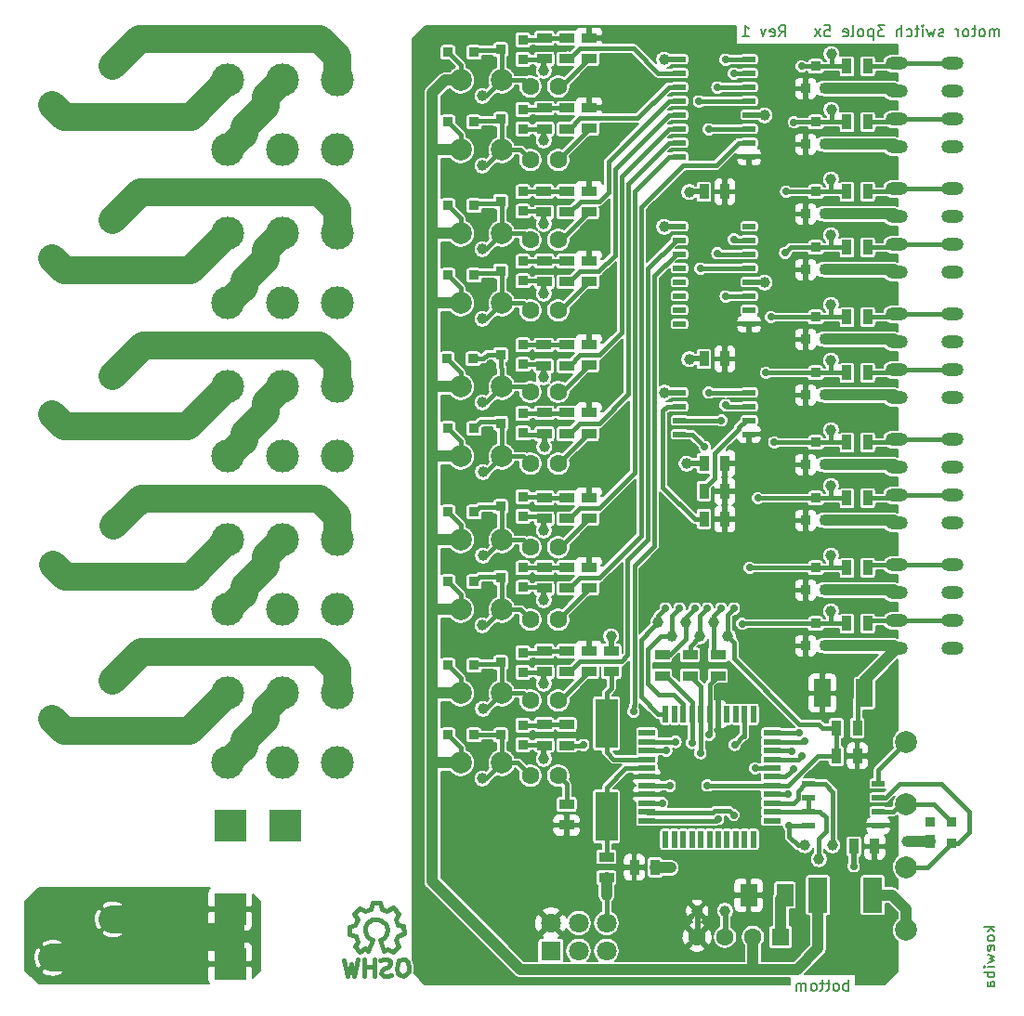
<source format=gbr>
G04 #@! TF.GenerationSoftware,KiCad,Pcbnew,5.0.0-fee4fd1~66~ubuntu16.04.1*
G04 #@! TF.CreationDate,2018-09-19T21:28:41+02:00*
G04 #@! TF.ProjectId,motor_switch_3pole_5x,6D6F746F725F7377697463685F33706F,1*
G04 #@! TF.SameCoordinates,Original*
G04 #@! TF.FileFunction,Copper,L2,Bot,Signal*
G04 #@! TF.FilePolarity,Positive*
%FSLAX46Y46*%
G04 Gerber Fmt 4.6, Leading zero omitted, Abs format (unit mm)*
G04 Created by KiCad (PCBNEW 5.0.0-fee4fd1~66~ubuntu16.04.1) date Wed Sep 19 21:28:41 2018*
%MOMM*%
%LPD*%
G01*
G04 APERTURE LIST*
G04 #@! TA.AperFunction,NonConductor*
%ADD10C,0.200000*%
G04 #@! TD*
G04 #@! TA.AperFunction,EtchedComponent*
%ADD11C,0.381000*%
G04 #@! TD*
G04 #@! TA.AperFunction,SMDPad,CuDef*
%ADD12R,1.143000X0.508000*%
G04 #@! TD*
G04 #@! TA.AperFunction,ComponentPad*
%ADD13C,2.000000*%
G04 #@! TD*
G04 #@! TA.AperFunction,ComponentPad*
%ADD14C,1.600000*%
G04 #@! TD*
G04 #@! TA.AperFunction,ComponentPad*
%ADD15R,1.600000X1.600000*%
G04 #@! TD*
G04 #@! TA.AperFunction,ComponentPad*
%ADD16R,1.800000X1.800000*%
G04 #@! TD*
G04 #@! TA.AperFunction,ComponentPad*
%ADD17C,1.800000*%
G04 #@! TD*
G04 #@! TA.AperFunction,ComponentPad*
%ADD18C,3.000000*%
G04 #@! TD*
G04 #@! TA.AperFunction,ComponentPad*
%ADD19C,2.200000*%
G04 #@! TD*
G04 #@! TA.AperFunction,SMDPad,CuDef*
%ADD20R,1.397000X0.889000*%
G04 #@! TD*
G04 #@! TA.AperFunction,SMDPad,CuDef*
%ADD21R,0.914400X0.914400*%
G04 #@! TD*
G04 #@! TA.AperFunction,SMDPad,CuDef*
%ADD22C,0.850000*%
G04 #@! TD*
G04 #@! TA.AperFunction,Conductor*
%ADD23C,0.100000*%
G04 #@! TD*
G04 #@! TA.AperFunction,SMDPad,CuDef*
%ADD24R,0.850000X0.850000*%
G04 #@! TD*
G04 #@! TA.AperFunction,SMDPad,CuDef*
%ADD25R,0.850000X1.200000*%
G04 #@! TD*
G04 #@! TA.AperFunction,SMDPad,CuDef*
%ADD26R,1.780540X3.200400*%
G04 #@! TD*
G04 #@! TA.AperFunction,ComponentPad*
%ADD27O,2.000000X1.200000*%
G04 #@! TD*
G04 #@! TA.AperFunction,SMDPad,CuDef*
%ADD28R,0.889000X1.397000*%
G04 #@! TD*
G04 #@! TA.AperFunction,SMDPad,CuDef*
%ADD29R,1.524000X2.032000*%
G04 #@! TD*
G04 #@! TA.AperFunction,SMDPad,CuDef*
%ADD30R,1.501140X2.499360*%
G04 #@! TD*
G04 #@! TA.AperFunction,SMDPad,CuDef*
%ADD31R,1.998980X4.500880*%
G04 #@! TD*
G04 #@! TA.AperFunction,SMDPad,CuDef*
%ADD32R,0.550000X1.500000*%
G04 #@! TD*
G04 #@! TA.AperFunction,SMDPad,CuDef*
%ADD33R,1.500000X0.550000*%
G04 #@! TD*
G04 #@! TA.AperFunction,ComponentPad*
%ADD34R,2.900000X2.900000*%
G04 #@! TD*
G04 #@! TA.AperFunction,BGAPad,CuDef*
%ADD35C,1.000000*%
G04 #@! TD*
G04 #@! TA.AperFunction,ViaPad*
%ADD36C,1.000000*%
G04 #@! TD*
G04 #@! TA.AperFunction,ViaPad*
%ADD37C,0.700000*%
G04 #@! TD*
G04 #@! TA.AperFunction,Conductor*
%ADD38C,0.500000*%
G04 #@! TD*
G04 #@! TA.AperFunction,Conductor*
%ADD39C,0.400000*%
G04 #@! TD*
G04 #@! TA.AperFunction,Conductor*
%ADD40C,1.000000*%
G04 #@! TD*
G04 #@! TA.AperFunction,Conductor*
%ADD41C,2.500000*%
G04 #@! TD*
G04 #@! TA.AperFunction,Conductor*
%ADD42C,0.200000*%
G04 #@! TD*
G04 APERTURE END LIST*
D10*
X178252142Y-138882380D02*
X178252142Y-137882380D01*
X178252142Y-138263333D02*
X178156904Y-138215714D01*
X177966428Y-138215714D01*
X177871190Y-138263333D01*
X177823571Y-138310952D01*
X177775952Y-138406190D01*
X177775952Y-138691904D01*
X177823571Y-138787142D01*
X177871190Y-138834761D01*
X177966428Y-138882380D01*
X178156904Y-138882380D01*
X178252142Y-138834761D01*
X177204523Y-138882380D02*
X177299761Y-138834761D01*
X177347380Y-138787142D01*
X177395000Y-138691904D01*
X177395000Y-138406190D01*
X177347380Y-138310952D01*
X177299761Y-138263333D01*
X177204523Y-138215714D01*
X177061666Y-138215714D01*
X176966428Y-138263333D01*
X176918809Y-138310952D01*
X176871190Y-138406190D01*
X176871190Y-138691904D01*
X176918809Y-138787142D01*
X176966428Y-138834761D01*
X177061666Y-138882380D01*
X177204523Y-138882380D01*
X176585476Y-138215714D02*
X176204523Y-138215714D01*
X176442619Y-137882380D02*
X176442619Y-138739523D01*
X176395000Y-138834761D01*
X176299761Y-138882380D01*
X176204523Y-138882380D01*
X176014047Y-138215714D02*
X175633095Y-138215714D01*
X175871190Y-137882380D02*
X175871190Y-138739523D01*
X175823571Y-138834761D01*
X175728333Y-138882380D01*
X175633095Y-138882380D01*
X175156904Y-138882380D02*
X175252142Y-138834761D01*
X175299761Y-138787142D01*
X175347380Y-138691904D01*
X175347380Y-138406190D01*
X175299761Y-138310952D01*
X175252142Y-138263333D01*
X175156904Y-138215714D01*
X175014047Y-138215714D01*
X174918809Y-138263333D01*
X174871190Y-138310952D01*
X174823571Y-138406190D01*
X174823571Y-138691904D01*
X174871190Y-138787142D01*
X174918809Y-138834761D01*
X175014047Y-138882380D01*
X175156904Y-138882380D01*
X174395000Y-138882380D02*
X174395000Y-138215714D01*
X174395000Y-138310952D02*
X174347380Y-138263333D01*
X174252142Y-138215714D01*
X174109285Y-138215714D01*
X174014047Y-138263333D01*
X173966428Y-138358571D01*
X173966428Y-138882380D01*
X173966428Y-138358571D02*
X173918809Y-138263333D01*
X173823571Y-138215714D01*
X173680714Y-138215714D01*
X173585476Y-138263333D01*
X173537857Y-138358571D01*
X173537857Y-138882380D01*
X191587380Y-133083095D02*
X190587380Y-133083095D01*
X191206428Y-133178333D02*
X191587380Y-133464047D01*
X190920714Y-133464047D02*
X191301666Y-133083095D01*
X191587380Y-134035476D02*
X191539761Y-133940238D01*
X191492142Y-133892619D01*
X191396904Y-133845000D01*
X191111190Y-133845000D01*
X191015952Y-133892619D01*
X190968333Y-133940238D01*
X190920714Y-134035476D01*
X190920714Y-134178333D01*
X190968333Y-134273571D01*
X191015952Y-134321190D01*
X191111190Y-134368809D01*
X191396904Y-134368809D01*
X191492142Y-134321190D01*
X191539761Y-134273571D01*
X191587380Y-134178333D01*
X191587380Y-134035476D01*
X191539761Y-135178333D02*
X191587380Y-135083095D01*
X191587380Y-134892619D01*
X191539761Y-134797380D01*
X191444523Y-134749761D01*
X191063571Y-134749761D01*
X190968333Y-134797380D01*
X190920714Y-134892619D01*
X190920714Y-135083095D01*
X190968333Y-135178333D01*
X191063571Y-135225952D01*
X191158809Y-135225952D01*
X191254047Y-134749761D01*
X190920714Y-135559285D02*
X191587380Y-135749761D01*
X191111190Y-135940238D01*
X191587380Y-136130714D01*
X190920714Y-136321190D01*
X191587380Y-136702142D02*
X190920714Y-136702142D01*
X190587380Y-136702142D02*
X190635000Y-136654523D01*
X190682619Y-136702142D01*
X190635000Y-136749761D01*
X190587380Y-136702142D01*
X190682619Y-136702142D01*
X191587380Y-137178333D02*
X190587380Y-137178333D01*
X190968333Y-137178333D02*
X190920714Y-137273571D01*
X190920714Y-137464047D01*
X190968333Y-137559285D01*
X191015952Y-137606904D01*
X191111190Y-137654523D01*
X191396904Y-137654523D01*
X191492142Y-137606904D01*
X191539761Y-137559285D01*
X191587380Y-137464047D01*
X191587380Y-137273571D01*
X191539761Y-137178333D01*
X191587380Y-138511666D02*
X191063571Y-138511666D01*
X190968333Y-138464047D01*
X190920714Y-138368809D01*
X190920714Y-138178333D01*
X190968333Y-138083095D01*
X191539761Y-138511666D02*
X191587380Y-138416428D01*
X191587380Y-138178333D01*
X191539761Y-138083095D01*
X191444523Y-138035476D01*
X191349285Y-138035476D01*
X191254047Y-138083095D01*
X191206428Y-138178333D01*
X191206428Y-138416428D01*
X191158809Y-138511666D01*
X191976428Y-51887380D02*
X191976428Y-51220714D01*
X191976428Y-51315952D02*
X191928809Y-51268333D01*
X191833571Y-51220714D01*
X191690714Y-51220714D01*
X191595476Y-51268333D01*
X191547857Y-51363571D01*
X191547857Y-51887380D01*
X191547857Y-51363571D02*
X191500238Y-51268333D01*
X191405000Y-51220714D01*
X191262142Y-51220714D01*
X191166904Y-51268333D01*
X191119285Y-51363571D01*
X191119285Y-51887380D01*
X190500238Y-51887380D02*
X190595476Y-51839761D01*
X190643095Y-51792142D01*
X190690714Y-51696904D01*
X190690714Y-51411190D01*
X190643095Y-51315952D01*
X190595476Y-51268333D01*
X190500238Y-51220714D01*
X190357380Y-51220714D01*
X190262142Y-51268333D01*
X190214523Y-51315952D01*
X190166904Y-51411190D01*
X190166904Y-51696904D01*
X190214523Y-51792142D01*
X190262142Y-51839761D01*
X190357380Y-51887380D01*
X190500238Y-51887380D01*
X189881190Y-51220714D02*
X189500238Y-51220714D01*
X189738333Y-50887380D02*
X189738333Y-51744523D01*
X189690714Y-51839761D01*
X189595476Y-51887380D01*
X189500238Y-51887380D01*
X189024047Y-51887380D02*
X189119285Y-51839761D01*
X189166904Y-51792142D01*
X189214523Y-51696904D01*
X189214523Y-51411190D01*
X189166904Y-51315952D01*
X189119285Y-51268333D01*
X189024047Y-51220714D01*
X188881190Y-51220714D01*
X188785952Y-51268333D01*
X188738333Y-51315952D01*
X188690714Y-51411190D01*
X188690714Y-51696904D01*
X188738333Y-51792142D01*
X188785952Y-51839761D01*
X188881190Y-51887380D01*
X189024047Y-51887380D01*
X188262142Y-51887380D02*
X188262142Y-51220714D01*
X188262142Y-51411190D02*
X188214523Y-51315952D01*
X188166904Y-51268333D01*
X188071666Y-51220714D01*
X187976428Y-51220714D01*
X186928809Y-51839761D02*
X186833571Y-51887380D01*
X186643095Y-51887380D01*
X186547857Y-51839761D01*
X186500238Y-51744523D01*
X186500238Y-51696904D01*
X186547857Y-51601666D01*
X186643095Y-51554047D01*
X186785952Y-51554047D01*
X186881190Y-51506428D01*
X186928809Y-51411190D01*
X186928809Y-51363571D01*
X186881190Y-51268333D01*
X186785952Y-51220714D01*
X186643095Y-51220714D01*
X186547857Y-51268333D01*
X186166904Y-51220714D02*
X185976428Y-51887380D01*
X185785952Y-51411190D01*
X185595476Y-51887380D01*
X185405000Y-51220714D01*
X185024047Y-51887380D02*
X185024047Y-51220714D01*
X185024047Y-50887380D02*
X185071666Y-50935000D01*
X185024047Y-50982619D01*
X184976428Y-50935000D01*
X185024047Y-50887380D01*
X185024047Y-50982619D01*
X184690714Y-51220714D02*
X184309761Y-51220714D01*
X184547857Y-50887380D02*
X184547857Y-51744523D01*
X184500238Y-51839761D01*
X184405000Y-51887380D01*
X184309761Y-51887380D01*
X183547857Y-51839761D02*
X183643095Y-51887380D01*
X183833571Y-51887380D01*
X183928809Y-51839761D01*
X183976428Y-51792142D01*
X184024047Y-51696904D01*
X184024047Y-51411190D01*
X183976428Y-51315952D01*
X183928809Y-51268333D01*
X183833571Y-51220714D01*
X183643095Y-51220714D01*
X183547857Y-51268333D01*
X183119285Y-51887380D02*
X183119285Y-50887380D01*
X182690714Y-51887380D02*
X182690714Y-51363571D01*
X182738333Y-51268333D01*
X182833571Y-51220714D01*
X182976428Y-51220714D01*
X183071666Y-51268333D01*
X183119285Y-51315952D01*
X181547857Y-50887380D02*
X180928809Y-50887380D01*
X181262142Y-51268333D01*
X181119285Y-51268333D01*
X181024047Y-51315952D01*
X180976428Y-51363571D01*
X180928809Y-51458809D01*
X180928809Y-51696904D01*
X180976428Y-51792142D01*
X181024047Y-51839761D01*
X181119285Y-51887380D01*
X181405000Y-51887380D01*
X181500238Y-51839761D01*
X181547857Y-51792142D01*
X180500238Y-51220714D02*
X180500238Y-52220714D01*
X180500238Y-51268333D02*
X180405000Y-51220714D01*
X180214523Y-51220714D01*
X180119285Y-51268333D01*
X180071666Y-51315952D01*
X180024047Y-51411190D01*
X180024047Y-51696904D01*
X180071666Y-51792142D01*
X180119285Y-51839761D01*
X180214523Y-51887380D01*
X180405000Y-51887380D01*
X180500238Y-51839761D01*
X179452619Y-51887380D02*
X179547857Y-51839761D01*
X179595476Y-51792142D01*
X179643095Y-51696904D01*
X179643095Y-51411190D01*
X179595476Y-51315952D01*
X179547857Y-51268333D01*
X179452619Y-51220714D01*
X179309761Y-51220714D01*
X179214523Y-51268333D01*
X179166904Y-51315952D01*
X179119285Y-51411190D01*
X179119285Y-51696904D01*
X179166904Y-51792142D01*
X179214523Y-51839761D01*
X179309761Y-51887380D01*
X179452619Y-51887380D01*
X178547857Y-51887380D02*
X178643095Y-51839761D01*
X178690714Y-51744523D01*
X178690714Y-50887380D01*
X177785952Y-51839761D02*
X177881190Y-51887380D01*
X178071666Y-51887380D01*
X178166904Y-51839761D01*
X178214523Y-51744523D01*
X178214523Y-51363571D01*
X178166904Y-51268333D01*
X178071666Y-51220714D01*
X177881190Y-51220714D01*
X177785952Y-51268333D01*
X177738333Y-51363571D01*
X177738333Y-51458809D01*
X178214523Y-51554047D01*
X176071666Y-50887380D02*
X176547857Y-50887380D01*
X176595476Y-51363571D01*
X176547857Y-51315952D01*
X176452619Y-51268333D01*
X176214523Y-51268333D01*
X176119285Y-51315952D01*
X176071666Y-51363571D01*
X176024047Y-51458809D01*
X176024047Y-51696904D01*
X176071666Y-51792142D01*
X176119285Y-51839761D01*
X176214523Y-51887380D01*
X176452619Y-51887380D01*
X176547857Y-51839761D01*
X176595476Y-51792142D01*
X175690714Y-51887380D02*
X175166904Y-51220714D01*
X175690714Y-51220714D02*
X175166904Y-51887380D01*
X171928809Y-51887380D02*
X172262142Y-51411190D01*
X172500238Y-51887380D02*
X172500238Y-50887380D01*
X172119285Y-50887380D01*
X172024047Y-50935000D01*
X171976428Y-50982619D01*
X171928809Y-51077857D01*
X171928809Y-51220714D01*
X171976428Y-51315952D01*
X172024047Y-51363571D01*
X172119285Y-51411190D01*
X172500238Y-51411190D01*
X171119285Y-51839761D02*
X171214523Y-51887380D01*
X171405000Y-51887380D01*
X171500238Y-51839761D01*
X171547857Y-51744523D01*
X171547857Y-51363571D01*
X171500238Y-51268333D01*
X171405000Y-51220714D01*
X171214523Y-51220714D01*
X171119285Y-51268333D01*
X171071666Y-51363571D01*
X171071666Y-51458809D01*
X171547857Y-51554047D01*
X170738333Y-51220714D02*
X170500238Y-51887380D01*
X170262142Y-51220714D01*
X168595476Y-51887380D02*
X169166904Y-51887380D01*
X168881190Y-51887380D02*
X168881190Y-50887380D01*
X168976428Y-51030238D01*
X169071666Y-51125476D01*
X169166904Y-51173095D01*
D11*
G04 #@! TO.C,LOGO2*
X134904480Y-134249160D02*
X134505700Y-135249920D01*
X135605520Y-134249160D02*
X135956040Y-135249920D01*
X135956040Y-134051040D02*
X135605520Y-134249160D01*
X136204960Y-133748780D02*
X135956040Y-134051040D01*
X136255760Y-133250940D02*
X136204960Y-133748780D01*
X136105900Y-132798820D02*
X136255760Y-133250940D01*
X135704580Y-132450840D02*
X136105900Y-132798820D01*
X135305800Y-132349240D02*
X135704580Y-132450840D01*
X134856220Y-132400040D02*
X135305800Y-132349240D01*
X134404100Y-132750560D02*
X134856220Y-132400040D01*
X134254240Y-133101080D02*
X134404100Y-132750560D01*
X134254240Y-133499860D02*
X134254240Y-133101080D01*
X134404100Y-133901180D02*
X134254240Y-133499860D01*
X134604760Y-134099300D02*
X134404100Y-133901180D01*
X134904480Y-134249160D02*
X134604760Y-134099300D01*
X137185400Y-133870700D02*
X137045700Y-134269480D01*
X137744200Y-133670040D02*
X137185400Y-133870700D01*
X137734040Y-132969000D02*
X137744200Y-133670040D01*
X137185400Y-132869940D02*
X137734040Y-132969000D01*
X137015220Y-132389880D02*
X137185400Y-132869940D01*
X137264140Y-131848860D02*
X137015220Y-132389880D01*
X136745980Y-131320540D02*
X137264140Y-131848860D01*
X136194800Y-131589780D02*
X136745980Y-131320540D01*
X135775700Y-131419600D02*
X136194800Y-131589780D01*
X135564880Y-130870960D02*
X135775700Y-131419600D01*
X134874000Y-130888740D02*
X135564880Y-130870960D01*
X134703820Y-131429760D02*
X134874000Y-130888740D01*
X134233920Y-131630420D02*
X134703820Y-131429760D01*
X133715760Y-131368800D02*
X134233920Y-131630420D01*
X133245860Y-131879340D02*
X133715760Y-131368800D01*
X133515100Y-132349240D02*
X133245860Y-131879340D01*
X133314440Y-132920740D02*
X133515100Y-132349240D01*
X132755640Y-133060440D02*
X133314440Y-132920740D01*
X132755640Y-133741160D02*
X132755640Y-133060440D01*
X133365240Y-133929120D02*
X132755640Y-133741160D01*
X133555740Y-134399020D02*
X133365240Y-133929120D01*
X133273800Y-134879080D02*
X133555740Y-134399020D01*
X133746240Y-135369300D02*
X133273800Y-134879080D01*
X134185660Y-135039100D02*
X133746240Y-135369300D01*
X134515860Y-135229600D02*
X134185660Y-135039100D01*
X136235440Y-135089900D02*
X135956040Y-135249920D01*
X136756140Y-135359140D02*
X136235440Y-135089900D01*
X137294620Y-134840980D02*
X136756140Y-135359140D01*
X137035540Y-134279640D02*
X137294620Y-134840980D01*
X137294620Y-136138920D02*
X137655300Y-136009380D01*
X137185400Y-136420860D02*
X137294620Y-136138920D01*
X137134600Y-136829800D02*
X137185400Y-136420860D01*
X137205720Y-137289540D02*
X137134600Y-136829800D01*
X137424160Y-137469880D02*
X137205720Y-137289540D01*
X137734040Y-137541000D02*
X137424160Y-137469880D01*
X137985500Y-137419080D02*
X137734040Y-137541000D01*
X138186160Y-137099040D02*
X137985500Y-137419080D01*
X138214100Y-136751060D02*
X138186160Y-137099040D01*
X138125200Y-136260840D02*
X138214100Y-136751060D01*
X137883900Y-136019540D02*
X138125200Y-136260840D01*
X137634980Y-135999220D02*
X137883900Y-136019540D01*
X136245600Y-137558780D02*
X136596120Y-137449560D01*
X135925560Y-137530840D02*
X136245600Y-137558780D01*
X135694420Y-137309860D02*
X135925560Y-137530840D01*
X135735060Y-137010140D02*
X135694420Y-137309860D01*
X135915400Y-136850120D02*
X135735060Y-137010140D01*
X136304020Y-136720580D02*
X135915400Y-136850120D01*
X136545320Y-136479280D02*
X136304020Y-136720580D01*
X136514840Y-136210040D02*
X136545320Y-136479280D01*
X136276080Y-136009380D02*
X136514840Y-136210040D01*
X135956040Y-136019540D02*
X136276080Y-136009380D01*
X135605520Y-136100820D02*
X135956040Y-136019540D01*
X135054340Y-137568940D02*
X135044180Y-137558780D01*
X135054340Y-135999220D02*
X135054340Y-137568940D01*
X134165340Y-136009380D02*
X134165340Y-137551160D01*
X134205980Y-136730740D02*
X134205980Y-136720580D01*
X134216140Y-136720580D02*
X134205980Y-136730740D01*
X135006080Y-136730740D02*
X134216140Y-136720580D01*
X132636260Y-137520680D02*
X132295900Y-136070340D01*
X132946140Y-136448800D02*
X132636260Y-137520680D01*
X133225540Y-137510520D02*
X132946140Y-136448800D01*
X133586220Y-136039860D02*
X133225540Y-137510520D01*
G04 #@! TD*
D12*
G04 #@! TO.P,U1,15*
G04 #@! TO.N,/motor_3_on*
X169215000Y-61595000D03*
G04 #@! TO.P,U1,1*
G04 #@! TO.N,/motor_3_up*
X162865000Y-62865000D03*
G04 #@! TO.P,U1,2*
G04 #@! TO.N,/motor_2_on*
X162865000Y-61595000D03*
G04 #@! TO.P,U1,3*
G04 #@! TO.N,/motor_2_up*
X162865000Y-60325000D03*
G04 #@! TO.P,U1,4*
G04 #@! TO.N,/motor_1_on*
X162865000Y-59055000D03*
G04 #@! TO.P,U1,5*
G04 #@! TO.N,/motor_1_up*
X162865000Y-57785000D03*
G04 #@! TO.P,U1,6*
G04 #@! TO.N,/motor_0_on*
X162865000Y-56515000D03*
G04 #@! TO.P,U1,7*
G04 #@! TO.N,/motor_0_up*
X162865000Y-55245000D03*
G04 #@! TO.P,U1,8*
G04 #@! TO.N,GND*
X162865000Y-53975000D03*
G04 #@! TO.P,U1,9*
G04 #@! TO.N,Net-(U1-Pad9)*
X169215000Y-53975000D03*
G04 #@! TO.P,U1,10*
G04 #@! TO.N,/output_reset*
X169215000Y-55245000D03*
G04 #@! TO.P,U1,11*
G04 #@! TO.N,/output_clock*
X169215000Y-56515000D03*
G04 #@! TO.P,U1,12*
G04 #@! TO.N,/output_latch*
X169215000Y-57785000D03*
G04 #@! TO.P,U1,13*
G04 #@! TO.N,GND*
X169215000Y-59055000D03*
G04 #@! TO.P,U1,14*
G04 #@! TO.N,/output_data*
X169215000Y-60325000D03*
G04 #@! TO.P,U1,16*
G04 #@! TO.N,+5V*
X169215000Y-62865000D03*
G04 #@! TD*
G04 #@! TO.P,U2,15*
G04 #@! TO.N,Net-(U2-Pad15)*
X169215000Y-76835000D03*
G04 #@! TO.P,U2,1*
G04 #@! TO.N,Net-(U2-Pad1)*
X162865000Y-78105000D03*
G04 #@! TO.P,U2,2*
G04 #@! TO.N,Net-(U2-Pad2)*
X162865000Y-76835000D03*
G04 #@! TO.P,U2,3*
G04 #@! TO.N,Net-(U2-Pad3)*
X162865000Y-75565000D03*
G04 #@! TO.P,U2,4*
G04 #@! TO.N,Net-(U2-Pad4)*
X162865000Y-74295000D03*
G04 #@! TO.P,U2,5*
G04 #@! TO.N,Net-(U2-Pad5)*
X162865000Y-73025000D03*
G04 #@! TO.P,U2,6*
G04 #@! TO.N,/motor_4_on*
X162865000Y-71755000D03*
G04 #@! TO.P,U2,7*
G04 #@! TO.N,/motor_4_up*
X162865000Y-70485000D03*
G04 #@! TO.P,U2,8*
G04 #@! TO.N,GND*
X162865000Y-69215000D03*
G04 #@! TO.P,U2,9*
G04 #@! TO.N,Net-(U2-Pad9)*
X169215000Y-69215000D03*
G04 #@! TO.P,U2,10*
G04 #@! TO.N,/output_reset*
X169215000Y-70485000D03*
G04 #@! TO.P,U2,11*
G04 #@! TO.N,/output_clock*
X169215000Y-71755000D03*
G04 #@! TO.P,U2,12*
G04 #@! TO.N,/output_latch*
X169215000Y-73025000D03*
G04 #@! TO.P,U2,13*
G04 #@! TO.N,GND*
X169215000Y-74295000D03*
G04 #@! TO.P,U2,14*
G04 #@! TO.N,Net-(U1-Pad9)*
X169215000Y-75565000D03*
G04 #@! TO.P,U2,16*
G04 #@! TO.N,+5V*
X169215000Y-78105000D03*
G04 #@! TD*
G04 #@! TO.P,U3,1*
G04 #@! TO.N,/bus_atmega328_basic//CSEEP*
X162865000Y-88165000D03*
G04 #@! TO.P,U3,2*
G04 #@! TO.N,/bus_atmega328_basic/MISO*
X162865000Y-86895000D03*
G04 #@! TO.P,U3,3*
G04 #@! TO.N,Net-(R31-Pad2)*
X162865000Y-85625000D03*
G04 #@! TO.P,U3,4*
G04 #@! TO.N,GND*
X162865000Y-84355000D03*
G04 #@! TO.P,U3,5*
G04 #@! TO.N,/output_data*
X169215000Y-84355000D03*
G04 #@! TO.P,U3,6*
G04 #@! TO.N,/output_clock*
X169215000Y-85625000D03*
G04 #@! TO.P,U3,7*
G04 #@! TO.N,Net-(R35-Pad2)*
X169215000Y-86895000D03*
G04 #@! TO.P,U3,8*
G04 #@! TO.N,+5V*
X169215000Y-88165000D03*
G04 #@! TD*
G04 #@! TO.P,U6,1*
G04 #@! TO.N,/bus_atmega328_basic/RXD0*
X174625000Y-123825000D03*
G04 #@! TO.P,U6,2*
G04 #@! TO.N,/bus_atmega328_basic/TXD0EN*
X174625000Y-122555000D03*
G04 #@! TO.P,U6,3*
X174625000Y-121285000D03*
G04 #@! TO.P,U6,4*
G04 #@! TO.N,/bus_atmega328_basic/TXD0*
X174625000Y-120015000D03*
G04 #@! TO.P,U6,5*
G04 #@! TO.N,GND*
X180975000Y-120015000D03*
G04 #@! TO.P,U6,6*
G04 #@! TO.N,/bus_atmega328_basic/A*
X180975000Y-121285000D03*
G04 #@! TO.P,U6,7*
G04 #@! TO.N,/bus_atmega328_basic/B*
X180975000Y-122555000D03*
G04 #@! TO.P,U6,8*
G04 #@! TO.N,+5V*
X180975000Y-123825000D03*
G04 #@! TD*
D13*
G04 #@! TO.P,J13,1*
G04 #@! TO.N,Net-(F2-Pad2)*
X183515000Y-133350000D03*
G04 #@! TD*
G04 #@! TO.P,J14,1*
G04 #@! TO.N,/bus_atmega328_basic/A*
X183515000Y-127635000D03*
G04 #@! TD*
G04 #@! TO.P,J15,1*
G04 #@! TO.N,/bus_atmega328_basic/B*
X183515000Y-121920000D03*
G04 #@! TD*
G04 #@! TO.P,J16,1*
G04 #@! TO.N,GND*
X183515000Y-116205000D03*
G04 #@! TD*
D14*
G04 #@! TO.P,U7,4*
G04 #@! TO.N,+5V*
X164465000Y-133985000D03*
G04 #@! TO.P,U7,3*
G04 #@! TO.N,GND*
X167005000Y-133985000D03*
G04 #@! TO.P,U7,2*
G04 #@! TO.N,+24V*
X169545000Y-133985000D03*
D15*
G04 #@! TO.P,U7,1*
G04 #@! TO.N,GND*
X172085000Y-133985000D03*
G04 #@! TD*
D16*
G04 #@! TO.P,J12,1*
G04 #@! TO.N,/bus_atmega328_basic/PB4_MISO*
X151130000Y-135255000D03*
D17*
G04 #@! TO.P,J12,2*
G04 #@! TO.N,+5V*
X151130000Y-132715000D03*
G04 #@! TO.P,J12,3*
G04 #@! TO.N,/bus_atmega328_basic/PB5_SCK*
X153670000Y-135255000D03*
G04 #@! TO.P,J12,4*
G04 #@! TO.N,/bus_atmega328_basic/PB3_MOSI*
X153670000Y-132715000D03*
G04 #@! TO.P,J12,5*
G04 #@! TO.N,/output_reset*
X156210000Y-135255000D03*
G04 #@! TO.P,J12,6*
G04 #@! TO.N,GND*
X156210000Y-132715000D03*
G04 #@! TD*
D14*
G04 #@! TO.P,D23,2*
G04 #@! TO.N,Net-(D1-Pad1)*
X149276000Y-56440000D03*
G04 #@! TO.P,D23,1*
G04 #@! TO.N,Net-(D23-Pad1)*
X151816000Y-56440000D03*
G04 #@! TD*
G04 #@! TO.P,D24,2*
G04 #@! TO.N,Net-(D2-Pad1)*
X149276000Y-63146000D03*
G04 #@! TO.P,D24,1*
G04 #@! TO.N,Net-(D24-Pad1)*
X151816000Y-63146000D03*
G04 #@! TD*
G04 #@! TO.P,D25,2*
G04 #@! TO.N,Net-(D25-Pad2)*
X149276000Y-70440000D03*
G04 #@! TO.P,D25,1*
G04 #@! TO.N,Net-(D25-Pad1)*
X151816000Y-70440000D03*
G04 #@! TD*
G04 #@! TO.P,D26,2*
G04 #@! TO.N,Net-(D26-Pad2)*
X149276000Y-76862000D03*
G04 #@! TO.P,D26,1*
G04 #@! TO.N,Net-(D26-Pad1)*
X151816000Y-76862000D03*
G04 #@! TD*
G04 #@! TO.P,D27,2*
G04 #@! TO.N,Net-(D27-Pad2)*
X149276000Y-84291500D03*
G04 #@! TO.P,D27,1*
G04 #@! TO.N,Net-(D27-Pad1)*
X151816000Y-84291500D03*
G04 #@! TD*
G04 #@! TO.P,D28,2*
G04 #@! TO.N,Net-(D28-Pad2)*
X149276000Y-90832000D03*
G04 #@! TO.P,D28,1*
G04 #@! TO.N,Net-(D28-Pad1)*
X151816000Y-90832000D03*
G04 #@! TD*
G04 #@! TO.P,D29,2*
G04 #@! TO.N,Net-(D29-Pad2)*
X149276000Y-98452000D03*
G04 #@! TO.P,D29,1*
G04 #@! TO.N,Net-(D29-Pad1)*
X151816000Y-98452000D03*
G04 #@! TD*
G04 #@! TO.P,D30,2*
G04 #@! TO.N,Net-(D30-Pad2)*
X149276000Y-105056000D03*
G04 #@! TO.P,D30,1*
G04 #@! TO.N,Net-(D30-Pad1)*
X151816000Y-105056000D03*
G04 #@! TD*
G04 #@! TO.P,D31,2*
G04 #@! TO.N,Net-(D31-Pad2)*
X149276000Y-112422000D03*
G04 #@! TO.P,D31,1*
G04 #@! TO.N,Net-(D31-Pad1)*
X151816000Y-112422000D03*
G04 #@! TD*
G04 #@! TO.P,D32,2*
G04 #@! TO.N,Net-(D10-Pad1)*
X149276000Y-119280000D03*
G04 #@! TO.P,D32,1*
G04 #@! TO.N,Net-(D32-Pad1)*
X151816000Y-119280000D03*
G04 #@! TD*
D18*
G04 #@! TO.P,REL5,5*
G04 #@! TO.N,/Motor Relays/MOTOR_2_230V_UP*
X121685000Y-83820000D03*
G04 #@! TO.P,REL5,4*
G04 #@! TO.N,/Motor Relays/M2_230V_ON*
X126685000Y-83820000D03*
G04 #@! TO.P,REL5,3*
G04 #@! TO.N,/Motor Relays/MOTOR_2_230V_DOWN*
X131685000Y-83820000D03*
D13*
G04 #@! TO.P,REL5,2*
G04 #@! TO.N,+24V*
X142935000Y-83820000D03*
G04 #@! TO.P,REL5,1*
G04 #@! TO.N,Net-(D27-Pad2)*
X146685000Y-83820000D03*
G04 #@! TD*
D18*
G04 #@! TO.P,REL1,5*
G04 #@! TO.N,/Motor Relays/MOTOR_0_230V_UP*
X121685000Y-55880000D03*
G04 #@! TO.P,REL1,4*
G04 #@! TO.N,/Motor Relays/M0_230V_ON*
X126685000Y-55880000D03*
G04 #@! TO.P,REL1,3*
G04 #@! TO.N,/Motor Relays/MOTOR_0_230V_DOWN*
X131685000Y-55880000D03*
D13*
G04 #@! TO.P,REL1,2*
G04 #@! TO.N,+24V*
X142935000Y-55880000D03*
G04 #@! TO.P,REL1,1*
G04 #@! TO.N,Net-(D1-Pad1)*
X146685000Y-55880000D03*
G04 #@! TD*
D18*
G04 #@! TO.P,REL2,5*
G04 #@! TO.N,/Motor Relays/M0_230V_ON*
X121685000Y-62230000D03*
G04 #@! TO.P,REL2,4*
G04 #@! TO.N,/Motor Relays/230V*
X126685000Y-62230000D03*
G04 #@! TO.P,REL2,3*
G04 #@! TO.N,N/C*
X131685000Y-62230000D03*
D13*
G04 #@! TO.P,REL2,2*
G04 #@! TO.N,+24V*
X142935000Y-62230000D03*
G04 #@! TO.P,REL2,1*
G04 #@! TO.N,Net-(D2-Pad1)*
X146685000Y-62230000D03*
G04 #@! TD*
D18*
G04 #@! TO.P,REL3,5*
G04 #@! TO.N,/Motor Relays/MOTOR_1_230V_UP*
X121685000Y-69850000D03*
G04 #@! TO.P,REL3,4*
G04 #@! TO.N,/Motor Relays/M1_230V_ON*
X126685000Y-69850000D03*
G04 #@! TO.P,REL3,3*
G04 #@! TO.N,/Motor Relays/MOTOR_1_230V_DOWN*
X131685000Y-69850000D03*
D13*
G04 #@! TO.P,REL3,2*
G04 #@! TO.N,+24V*
X142935000Y-69850000D03*
G04 #@! TO.P,REL3,1*
G04 #@! TO.N,Net-(D25-Pad2)*
X146685000Y-69850000D03*
G04 #@! TD*
D18*
G04 #@! TO.P,REL4,5*
G04 #@! TO.N,/Motor Relays/M1_230V_ON*
X121685000Y-76200000D03*
G04 #@! TO.P,REL4,4*
G04 #@! TO.N,/Motor Relays/230V*
X126685000Y-76200000D03*
G04 #@! TO.P,REL4,3*
G04 #@! TO.N,N/C*
X131685000Y-76200000D03*
D13*
G04 #@! TO.P,REL4,2*
G04 #@! TO.N,+24V*
X142935000Y-76200000D03*
G04 #@! TO.P,REL4,1*
G04 #@! TO.N,Net-(D26-Pad2)*
X146685000Y-76200000D03*
G04 #@! TD*
D18*
G04 #@! TO.P,REL6,5*
G04 #@! TO.N,/Motor Relays/M2_230V_ON*
X121685000Y-90170000D03*
G04 #@! TO.P,REL6,4*
G04 #@! TO.N,/Motor Relays/230V*
X126685000Y-90170000D03*
G04 #@! TO.P,REL6,3*
G04 #@! TO.N,N/C*
X131685000Y-90170000D03*
D13*
G04 #@! TO.P,REL6,2*
G04 #@! TO.N,+24V*
X142935000Y-90170000D03*
G04 #@! TO.P,REL6,1*
G04 #@! TO.N,Net-(D28-Pad2)*
X146685000Y-90170000D03*
G04 #@! TD*
D18*
G04 #@! TO.P,REL7,5*
G04 #@! TO.N,/Motor Relays/MOTOR_3_230V_UP*
X121685000Y-97790000D03*
G04 #@! TO.P,REL7,4*
G04 #@! TO.N,/Motor Relays/M3_230V_ON*
X126685000Y-97790000D03*
G04 #@! TO.P,REL7,3*
G04 #@! TO.N,/Motor Relays/MOTOR_3_230V_DOWN*
X131685000Y-97790000D03*
D13*
G04 #@! TO.P,REL7,2*
G04 #@! TO.N,+24V*
X142935000Y-97790000D03*
G04 #@! TO.P,REL7,1*
G04 #@! TO.N,Net-(D29-Pad2)*
X146685000Y-97790000D03*
G04 #@! TD*
D18*
G04 #@! TO.P,REL8,5*
G04 #@! TO.N,/Motor Relays/M3_230V_ON*
X121685000Y-104140000D03*
G04 #@! TO.P,REL8,4*
G04 #@! TO.N,/Motor Relays/230V*
X126685000Y-104140000D03*
G04 #@! TO.P,REL8,3*
G04 #@! TO.N,N/C*
X131685000Y-104140000D03*
D13*
G04 #@! TO.P,REL8,2*
G04 #@! TO.N,+24V*
X142935000Y-104140000D03*
G04 #@! TO.P,REL8,1*
G04 #@! TO.N,Net-(D30-Pad2)*
X146685000Y-104140000D03*
G04 #@! TD*
D18*
G04 #@! TO.P,REL9,5*
G04 #@! TO.N,/Motor Relays/MOTOR_4_230V_UP*
X121685000Y-111760000D03*
G04 #@! TO.P,REL9,4*
G04 #@! TO.N,/Motor Relays/M4_230V_ON*
X126685000Y-111760000D03*
G04 #@! TO.P,REL9,3*
G04 #@! TO.N,/Motor Relays/MOTOR_4_230V_DOWN*
X131685000Y-111760000D03*
D13*
G04 #@! TO.P,REL9,2*
G04 #@! TO.N,+24V*
X142935000Y-111760000D03*
G04 #@! TO.P,REL9,1*
G04 #@! TO.N,Net-(D31-Pad2)*
X146685000Y-111760000D03*
G04 #@! TD*
D18*
G04 #@! TO.P,REL10,5*
G04 #@! TO.N,/Motor Relays/M4_230V_ON*
X121685000Y-118110000D03*
G04 #@! TO.P,REL10,4*
G04 #@! TO.N,/Motor Relays/230V*
X126685000Y-118110000D03*
G04 #@! TO.P,REL10,3*
G04 #@! TO.N,N/C*
X131685000Y-118110000D03*
D13*
G04 #@! TO.P,REL10,2*
G04 #@! TO.N,+24V*
X142935000Y-118110000D03*
G04 #@! TO.P,REL10,1*
G04 #@! TO.N,Net-(D10-Pad1)*
X146685000Y-118110000D03*
G04 #@! TD*
D19*
G04 #@! TO.P,J2,2*
G04 #@! TO.N,/Motor Relays/MOTOR_0_230V_UP*
X105710000Y-58110000D03*
G04 #@! TO.P,J2,1*
G04 #@! TO.N,/Motor Relays/MOTOR_0_230V_DOWN*
X111210000Y-54610000D03*
G04 #@! TD*
D20*
G04 #@! TO.P,R20,2*
G04 #@! TO.N,/motor_4_on*
X152578000Y-116522500D03*
G04 #@! TO.P,R20,1*
G04 #@! TO.N,Net-(Q10-Pad1)*
X152578000Y-114617500D03*
G04 #@! TD*
G04 #@! TO.P,R15,2*
G04 #@! TO.N,GND*
X150546000Y-109818500D03*
G04 #@! TO.P,R15,1*
G04 #@! TO.N,Net-(Q9-Pad1)*
X150546000Y-107913500D03*
G04 #@! TD*
D21*
G04 #@! TO.P,Q7,3*
G04 #@! TO.N,Net-(D29-Pad2)*
X146558000Y-94742000D03*
G04 #@! TO.P,Q7,1*
G04 #@! TO.N,Net-(Q7-Pad1)*
X148590000Y-93853000D03*
G04 #@! TO.P,Q7,2*
G04 #@! TO.N,GND*
X148590000Y-95631000D03*
G04 #@! TD*
G04 #@! TO.P,D11,3*
G04 #@! TO.N,//button_0_up*
X175260000Y-54610000D03*
G04 #@! TO.P,D11,1*
G04 #@! TO.N,GND*
X176149000Y-56642000D03*
G04 #@! TO.P,D11,2*
G04 #@! TO.N,+5V*
X174371000Y-56642000D03*
G04 #@! TD*
G04 #@! TO.P,D12,3*
G04 #@! TO.N,//button_0_down*
X175260000Y-59690000D03*
G04 #@! TO.P,D12,1*
G04 #@! TO.N,GND*
X176149000Y-61722000D03*
G04 #@! TO.P,D12,2*
G04 #@! TO.N,+5V*
X174371000Y-61722000D03*
G04 #@! TD*
G04 #@! TO.P,D13,3*
G04 #@! TO.N,//button_1_up*
X175260000Y-66040000D03*
G04 #@! TO.P,D13,1*
G04 #@! TO.N,GND*
X176149000Y-68072000D03*
G04 #@! TO.P,D13,2*
G04 #@! TO.N,+5V*
X174371000Y-68072000D03*
G04 #@! TD*
G04 #@! TO.P,D14,3*
G04 #@! TO.N,//button_1_down*
X175260000Y-71120000D03*
G04 #@! TO.P,D14,1*
G04 #@! TO.N,GND*
X176149000Y-73152000D03*
G04 #@! TO.P,D14,2*
G04 #@! TO.N,+5V*
X174371000Y-73152000D03*
G04 #@! TD*
G04 #@! TO.P,D15,3*
G04 #@! TO.N,//button_2_up*
X175260000Y-77470000D03*
G04 #@! TO.P,D15,1*
G04 #@! TO.N,GND*
X176149000Y-79502000D03*
G04 #@! TO.P,D15,2*
G04 #@! TO.N,+5V*
X174371000Y-79502000D03*
G04 #@! TD*
G04 #@! TO.P,D16,3*
G04 #@! TO.N,//button_2_down*
X175260000Y-82550000D03*
G04 #@! TO.P,D16,1*
G04 #@! TO.N,GND*
X176149000Y-84582000D03*
G04 #@! TO.P,D16,2*
G04 #@! TO.N,+5V*
X174371000Y-84582000D03*
G04 #@! TD*
G04 #@! TO.P,D17,3*
G04 #@! TO.N,//button_3_up*
X175260000Y-88900000D03*
G04 #@! TO.P,D17,1*
G04 #@! TO.N,GND*
X176149000Y-90932000D03*
G04 #@! TO.P,D17,2*
G04 #@! TO.N,+5V*
X174371000Y-90932000D03*
G04 #@! TD*
G04 #@! TO.P,D18,3*
G04 #@! TO.N,//button_3_down*
X175260000Y-93980000D03*
G04 #@! TO.P,D18,1*
G04 #@! TO.N,GND*
X176149000Y-96012000D03*
G04 #@! TO.P,D18,2*
G04 #@! TO.N,+5V*
X174371000Y-96012000D03*
G04 #@! TD*
G04 #@! TO.P,D19,3*
G04 #@! TO.N,//button_4_up*
X175260000Y-100330000D03*
G04 #@! TO.P,D19,1*
G04 #@! TO.N,GND*
X176149000Y-102362000D03*
G04 #@! TO.P,D19,2*
G04 #@! TO.N,+5V*
X174371000Y-102362000D03*
G04 #@! TD*
G04 #@! TO.P,D20,3*
G04 #@! TO.N,//button_4_down*
X175260000Y-105410000D03*
G04 #@! TO.P,D20,1*
G04 #@! TO.N,GND*
X176149000Y-107442000D03*
G04 #@! TO.P,D20,2*
G04 #@! TO.N,+5V*
X174371000Y-107442000D03*
G04 #@! TD*
D22*
G04 #@! TO.P,D22,4*
G04 #@! TO.N,/bus_atmega328_basic/A*
X187640000Y-125410000D03*
D23*
G04 #@! TD*
G04 #@! TO.N,/bus_atmega328_basic/A*
G04 #@! TO.C,D22*
G36*
X188065000Y-125835000D02*
X187215000Y-125835000D01*
X187215000Y-124985000D01*
X188065000Y-124985000D01*
X188065000Y-125835000D01*
X188065000Y-125835000D01*
G37*
D24*
G04 #@! TO.P,D22,3*
G04 #@! TO.N,/bus_atmega328_basic/B*
X187640000Y-123510000D03*
G04 #@! TO.P,D22,2*
G04 #@! TO.N,Net-(D22-Pad2)*
X185740000Y-123510000D03*
D25*
G04 #@! TO.P,D22,1*
G04 #@! TO.N,GND*
X185740000Y-125229620D03*
G04 #@! TD*
D26*
G04 #@! TO.P,F2,2*
G04 #@! TO.N,Net-(F2-Pad2)*
X180489200Y-130175000D03*
G04 #@! TO.P,F2,1*
G04 #@! TO.N,+24V*
X175485400Y-130175000D03*
G04 #@! TD*
D19*
G04 #@! TO.P,J1,2*
G04 #@! TO.N,Net-(J1-Pad1)*
X105710000Y-135890000D03*
G04 #@! TO.P,J1,1*
X111210000Y-132390000D03*
G04 #@! TD*
G04 #@! TO.P,J3,2*
G04 #@! TO.N,/Motor Relays/MOTOR_1_230V_UP*
X105710000Y-72110000D03*
G04 #@! TO.P,J3,1*
G04 #@! TO.N,/Motor Relays/MOTOR_1_230V_DOWN*
X111210000Y-68610000D03*
G04 #@! TD*
G04 #@! TO.P,J4,2*
G04 #@! TO.N,/Motor Relays/MOTOR_2_230V_UP*
X105710000Y-86360000D03*
G04 #@! TO.P,J4,1*
G04 #@! TO.N,/Motor Relays/MOTOR_2_230V_DOWN*
X111210000Y-82860000D03*
G04 #@! TD*
G04 #@! TO.P,J5,2*
G04 #@! TO.N,/Motor Relays/MOTOR_3_230V_UP*
X105810000Y-100020000D03*
G04 #@! TO.P,J5,1*
G04 #@! TO.N,/Motor Relays/MOTOR_3_230V_DOWN*
X111310000Y-96520000D03*
G04 #@! TD*
G04 #@! TO.P,J6,2*
G04 #@! TO.N,/Motor Relays/MOTOR_4_230V_UP*
X105710000Y-114110000D03*
G04 #@! TO.P,J6,1*
G04 #@! TO.N,/Motor Relays/MOTOR_4_230V_DOWN*
X111210000Y-110610000D03*
G04 #@! TD*
D27*
G04 #@! TO.P,J7,4*
G04 #@! TO.N,GND*
X182626000Y-61976000D03*
G04 #@! TO.P,J7,3*
G04 #@! TO.N,Net-(J7-Pad3)*
X182626000Y-59436000D03*
G04 #@! TO.P,J7,2*
G04 #@! TO.N,GND*
X182626000Y-56896000D03*
G04 #@! TO.P,J7,1*
G04 #@! TO.N,Net-(J7-Pad1)*
X182626000Y-54356000D03*
G04 #@! TO.P,J7,4*
G04 #@! TO.N,GND*
X187706000Y-61976000D03*
G04 #@! TO.P,J7,3*
G04 #@! TO.N,Net-(J7-Pad3)*
X187706000Y-59436000D03*
G04 #@! TO.P,J7,1*
G04 #@! TO.N,Net-(J7-Pad1)*
X187706000Y-54356000D03*
G04 #@! TO.P,J7,2*
G04 #@! TO.N,GND*
X187706000Y-56896000D03*
G04 #@! TD*
G04 #@! TO.P,J8,4*
G04 #@! TO.N,GND*
X182626000Y-73406000D03*
G04 #@! TO.P,J8,3*
G04 #@! TO.N,Net-(J8-Pad3)*
X182626000Y-70866000D03*
G04 #@! TO.P,J8,2*
G04 #@! TO.N,GND*
X182626000Y-68326000D03*
G04 #@! TO.P,J8,1*
G04 #@! TO.N,Net-(J8-Pad1)*
X182626000Y-65786000D03*
G04 #@! TO.P,J8,4*
G04 #@! TO.N,GND*
X187706000Y-73406000D03*
G04 #@! TO.P,J8,3*
G04 #@! TO.N,Net-(J8-Pad3)*
X187706000Y-70866000D03*
G04 #@! TO.P,J8,1*
G04 #@! TO.N,Net-(J8-Pad1)*
X187706000Y-65786000D03*
G04 #@! TO.P,J8,2*
G04 #@! TO.N,GND*
X187706000Y-68326000D03*
G04 #@! TD*
G04 #@! TO.P,J9,4*
G04 #@! TO.N,GND*
X182626000Y-84836000D03*
G04 #@! TO.P,J9,3*
G04 #@! TO.N,Net-(J9-Pad3)*
X182626000Y-82296000D03*
G04 #@! TO.P,J9,2*
G04 #@! TO.N,GND*
X182626000Y-79756000D03*
G04 #@! TO.P,J9,1*
G04 #@! TO.N,Net-(J9-Pad1)*
X182626000Y-77216000D03*
G04 #@! TO.P,J9,4*
G04 #@! TO.N,GND*
X187706000Y-84836000D03*
G04 #@! TO.P,J9,3*
G04 #@! TO.N,Net-(J9-Pad3)*
X187706000Y-82296000D03*
G04 #@! TO.P,J9,1*
G04 #@! TO.N,Net-(J9-Pad1)*
X187706000Y-77216000D03*
G04 #@! TO.P,J9,2*
G04 #@! TO.N,GND*
X187706000Y-79756000D03*
G04 #@! TD*
G04 #@! TO.P,J10,4*
G04 #@! TO.N,GND*
X182626000Y-96266000D03*
G04 #@! TO.P,J10,3*
G04 #@! TO.N,Net-(J10-Pad3)*
X182626000Y-93726000D03*
G04 #@! TO.P,J10,2*
G04 #@! TO.N,GND*
X182626000Y-91186000D03*
G04 #@! TO.P,J10,1*
G04 #@! TO.N,Net-(J10-Pad1)*
X182626000Y-88646000D03*
G04 #@! TO.P,J10,4*
G04 #@! TO.N,GND*
X187706000Y-96266000D03*
G04 #@! TO.P,J10,3*
G04 #@! TO.N,Net-(J10-Pad3)*
X187706000Y-93726000D03*
G04 #@! TO.P,J10,1*
G04 #@! TO.N,Net-(J10-Pad1)*
X187706000Y-88646000D03*
G04 #@! TO.P,J10,2*
G04 #@! TO.N,GND*
X187706000Y-91186000D03*
G04 #@! TD*
G04 #@! TO.P,J11,4*
G04 #@! TO.N,GND*
X182626000Y-107696000D03*
G04 #@! TO.P,J11,3*
G04 #@! TO.N,Net-(J11-Pad3)*
X182626000Y-105156000D03*
G04 #@! TO.P,J11,2*
G04 #@! TO.N,GND*
X182626000Y-102616000D03*
G04 #@! TO.P,J11,1*
G04 #@! TO.N,Net-(J11-Pad1)*
X182626000Y-100076000D03*
G04 #@! TO.P,J11,4*
G04 #@! TO.N,GND*
X187706000Y-107696000D03*
G04 #@! TO.P,J11,3*
G04 #@! TO.N,Net-(J11-Pad3)*
X187706000Y-105156000D03*
G04 #@! TO.P,J11,1*
G04 #@! TO.N,Net-(J11-Pad1)*
X187706000Y-100076000D03*
G04 #@! TO.P,J11,2*
G04 #@! TO.N,GND*
X187706000Y-102616000D03*
G04 #@! TD*
D21*
G04 #@! TO.P,Q1,3*
G04 #@! TO.N,Net-(D1-Pad1)*
X146558000Y-53086000D03*
G04 #@! TO.P,Q1,1*
G04 #@! TO.N,Net-(Q1-Pad1)*
X148590000Y-52197000D03*
G04 #@! TO.P,Q1,2*
G04 #@! TO.N,GND*
X148590000Y-53975000D03*
G04 #@! TD*
G04 #@! TO.P,Q2,3*
G04 #@! TO.N,Net-(D2-Pad1)*
X146558000Y-59436000D03*
G04 #@! TO.P,Q2,1*
G04 #@! TO.N,Net-(Q2-Pad1)*
X148590000Y-58547000D03*
G04 #@! TO.P,Q2,2*
G04 #@! TO.N,GND*
X148590000Y-60325000D03*
G04 #@! TD*
G04 #@! TO.P,Q3,3*
G04 #@! TO.N,Net-(D25-Pad2)*
X146558000Y-66929000D03*
G04 #@! TO.P,Q3,1*
G04 #@! TO.N,Net-(Q3-Pad1)*
X148590000Y-66040000D03*
G04 #@! TO.P,Q3,2*
G04 #@! TO.N,GND*
X148590000Y-67818000D03*
G04 #@! TD*
G04 #@! TO.P,Q4,3*
G04 #@! TO.N,Net-(D26-Pad2)*
X146558000Y-73279000D03*
G04 #@! TO.P,Q4,1*
G04 #@! TO.N,Net-(Q4-Pad1)*
X148590000Y-72390000D03*
G04 #@! TO.P,Q4,2*
G04 #@! TO.N,GND*
X148590000Y-74168000D03*
G04 #@! TD*
G04 #@! TO.P,Q5,3*
G04 #@! TO.N,Net-(D27-Pad2)*
X146558000Y-80899000D03*
G04 #@! TO.P,Q5,1*
G04 #@! TO.N,Net-(Q5-Pad1)*
X148590000Y-80010000D03*
G04 #@! TO.P,Q5,2*
G04 #@! TO.N,GND*
X148590000Y-81788000D03*
G04 #@! TD*
G04 #@! TO.P,Q6,3*
G04 #@! TO.N,Net-(D28-Pad2)*
X146558000Y-87149000D03*
G04 #@! TO.P,Q6,1*
G04 #@! TO.N,Net-(Q6-Pad1)*
X148590000Y-86260000D03*
G04 #@! TO.P,Q6,2*
G04 #@! TO.N,GND*
X148590000Y-88038000D03*
G04 #@! TD*
G04 #@! TO.P,Q8,3*
G04 #@! TO.N,Net-(D30-Pad2)*
X146558000Y-101219000D03*
G04 #@! TO.P,Q8,1*
G04 #@! TO.N,Net-(Q8-Pad1)*
X148590000Y-100330000D03*
G04 #@! TO.P,Q8,2*
G04 #@! TO.N,GND*
X148590000Y-102108000D03*
G04 #@! TD*
G04 #@! TO.P,Q9,3*
G04 #@! TO.N,Net-(D31-Pad2)*
X146558000Y-108966000D03*
G04 #@! TO.P,Q9,1*
G04 #@! TO.N,Net-(Q9-Pad1)*
X148590000Y-108077000D03*
G04 #@! TO.P,Q9,2*
G04 #@! TO.N,GND*
X148590000Y-109855000D03*
G04 #@! TD*
G04 #@! TO.P,Q10,3*
G04 #@! TO.N,Net-(D10-Pad1)*
X146558000Y-115570000D03*
G04 #@! TO.P,Q10,1*
G04 #@! TO.N,Net-(Q10-Pad1)*
X148590000Y-114681000D03*
G04 #@! TO.P,Q10,2*
G04 #@! TO.N,GND*
X148590000Y-116459000D03*
G04 #@! TD*
D28*
G04 #@! TO.P,C1,2*
G04 #@! TO.N,GND*
X165087500Y-66040000D03*
G04 #@! TO.P,C1,1*
G04 #@! TO.N,+5V*
X166992500Y-66040000D03*
G04 #@! TD*
G04 #@! TO.P,C2,2*
G04 #@! TO.N,GND*
X165087500Y-81280000D03*
G04 #@! TO.P,C2,1*
G04 #@! TO.N,+5V*
X166992500Y-81280000D03*
G04 #@! TD*
G04 #@! TO.P,C3,2*
G04 #@! TO.N,GND*
X160655000Y-127635000D03*
G04 #@! TO.P,C3,1*
G04 #@! TO.N,+5V*
X158750000Y-127635000D03*
G04 #@! TD*
G04 #@! TO.P,C4,2*
G04 #@! TO.N,GND*
X165087500Y-90805000D03*
G04 #@! TO.P,C4,1*
G04 #@! TO.N,+5V*
X166992500Y-90805000D03*
G04 #@! TD*
D20*
G04 #@! TO.P,C5,2*
G04 #@! TO.N,GND*
X156210000Y-128587500D03*
G04 #@! TO.P,C5,1*
G04 #@! TO.N,Net-(C5-Pad1)*
X156210000Y-126682500D03*
G04 #@! TD*
G04 #@! TO.P,C6,2*
G04 #@! TO.N,GND*
X156642000Y-107913500D03*
G04 #@! TO.P,C6,1*
G04 #@! TO.N,Net-(C6-Pad1)*
X156642000Y-109818500D03*
G04 #@! TD*
D28*
G04 #@! TO.P,C7,2*
G04 #@! TO.N,GND*
X179070000Y-114935000D03*
G04 #@! TO.P,C7,1*
G04 #@! TO.N,/output_reset*
X177165000Y-114935000D03*
G04 #@! TD*
D29*
G04 #@! TO.P,C8,2*
G04 #@! TO.N,GND*
X172466000Y-130175000D03*
G04 #@! TO.P,C8,1*
G04 #@! TO.N,+5V*
X169164000Y-130175000D03*
G04 #@! TD*
D28*
G04 #@! TO.P,C9,2*
G04 #@! TO.N,+5V*
X180645000Y-125730000D03*
G04 #@! TO.P,C9,1*
G04 #@! TO.N,GND*
X178740000Y-125730000D03*
G04 #@! TD*
D21*
G04 #@! TO.P,D1,2*
G04 #@! TO.N,+24V*
X141792960Y-53340000D03*
G04 #@! TO.P,D1,1*
G04 #@! TO.N,Net-(D1-Pad1)*
X144145000Y-53340000D03*
G04 #@! TD*
G04 #@! TO.P,D2,2*
G04 #@! TO.N,+24V*
X141792960Y-59690000D03*
G04 #@! TO.P,D2,1*
G04 #@! TO.N,Net-(D2-Pad1)*
X144145000Y-59690000D03*
G04 #@! TD*
G04 #@! TO.P,D3,2*
G04 #@! TO.N,+24V*
X141792960Y-67310000D03*
G04 #@! TO.P,D3,1*
G04 #@! TO.N,Net-(D25-Pad2)*
X144145000Y-67310000D03*
G04 #@! TD*
G04 #@! TO.P,D4,2*
G04 #@! TO.N,+24V*
X141792960Y-73660000D03*
G04 #@! TO.P,D4,1*
G04 #@! TO.N,Net-(D26-Pad2)*
X144145000Y-73660000D03*
G04 #@! TD*
G04 #@! TO.P,D5,2*
G04 #@! TO.N,+24V*
X141698980Y-81280000D03*
G04 #@! TO.P,D5,1*
G04 #@! TO.N,Net-(D27-Pad2)*
X144051020Y-81280000D03*
G04 #@! TD*
G04 #@! TO.P,D6,2*
G04 #@! TO.N,+24V*
X141792960Y-87630000D03*
G04 #@! TO.P,D6,1*
G04 #@! TO.N,Net-(D28-Pad2)*
X144145000Y-87630000D03*
G04 #@! TD*
G04 #@! TO.P,D7,2*
G04 #@! TO.N,+24V*
X141792960Y-95250000D03*
G04 #@! TO.P,D7,1*
G04 #@! TO.N,Net-(D29-Pad2)*
X144145000Y-95250000D03*
G04 #@! TD*
G04 #@! TO.P,D8,2*
G04 #@! TO.N,+24V*
X141792960Y-101600000D03*
G04 #@! TO.P,D8,1*
G04 #@! TO.N,Net-(D30-Pad2)*
X144145000Y-101600000D03*
G04 #@! TD*
G04 #@! TO.P,D9,2*
G04 #@! TO.N,+24V*
X141792960Y-109220000D03*
G04 #@! TO.P,D9,1*
G04 #@! TO.N,Net-(D31-Pad2)*
X144145000Y-109220000D03*
G04 #@! TD*
G04 #@! TO.P,D10,2*
G04 #@! TO.N,+24V*
X141792960Y-115570000D03*
G04 #@! TO.P,D10,1*
G04 #@! TO.N,Net-(D10-Pad1)*
X144145000Y-115570000D03*
G04 #@! TD*
D30*
G04 #@! TO.P,D21,2*
G04 #@! TO.N,+5V*
X175895000Y-111760000D03*
G04 #@! TO.P,D21,1*
G04 #@! TO.N,GND*
X179705000Y-111760000D03*
G04 #@! TD*
D20*
G04 #@! TO.P,R1,2*
G04 #@! TO.N,GND*
X150546000Y-53938500D03*
G04 #@! TO.P,R1,1*
G04 #@! TO.N,Net-(Q1-Pad1)*
X150546000Y-52033500D03*
G04 #@! TD*
G04 #@! TO.P,R2,2*
G04 #@! TO.N,GND*
X150546000Y-60325000D03*
G04 #@! TO.P,R2,1*
G04 #@! TO.N,Net-(Q2-Pad1)*
X150546000Y-58420000D03*
G04 #@! TD*
G04 #@! TO.P,R3,2*
G04 #@! TO.N,GND*
X150495000Y-67908500D03*
G04 #@! TO.P,R3,1*
G04 #@! TO.N,Net-(Q3-Pad1)*
X150495000Y-66003500D03*
G04 #@! TD*
G04 #@! TO.P,R4,2*
G04 #@! TO.N,GND*
X150546000Y-74258500D03*
G04 #@! TO.P,R4,1*
G04 #@! TO.N,Net-(Q4-Pad1)*
X150546000Y-72353500D03*
G04 #@! TD*
G04 #@! TO.P,R5,2*
G04 #@! TO.N,GND*
X150495000Y-81915000D03*
G04 #@! TO.P,R5,1*
G04 #@! TO.N,Net-(Q5-Pad1)*
X150495000Y-80010000D03*
G04 #@! TD*
G04 #@! TO.P,R6,2*
G04 #@! TO.N,GND*
X150546000Y-88101500D03*
G04 #@! TO.P,R6,1*
G04 #@! TO.N,Net-(Q6-Pad1)*
X150546000Y-86196500D03*
G04 #@! TD*
G04 #@! TO.P,R7,2*
G04 #@! TO.N,/motor_0_up*
X152578000Y-53938500D03*
G04 #@! TO.P,R7,1*
G04 #@! TO.N,Net-(Q1-Pad1)*
X152578000Y-52033500D03*
G04 #@! TD*
G04 #@! TO.P,R8,2*
G04 #@! TO.N,/motor_0_on*
X152578000Y-60325000D03*
G04 #@! TO.P,R8,1*
G04 #@! TO.N,Net-(Q2-Pad1)*
X152578000Y-58420000D03*
G04 #@! TD*
G04 #@! TO.P,R9,2*
G04 #@! TO.N,/motor_1_up*
X152578000Y-67908500D03*
G04 #@! TO.P,R9,1*
G04 #@! TO.N,Net-(Q3-Pad1)*
X152578000Y-66003500D03*
G04 #@! TD*
G04 #@! TO.P,R10,2*
G04 #@! TO.N,/motor_1_on*
X152578000Y-74258500D03*
G04 #@! TO.P,R10,1*
G04 #@! TO.N,Net-(Q4-Pad1)*
X152578000Y-72353500D03*
G04 #@! TD*
G04 #@! TO.P,R11,2*
G04 #@! TO.N,/motor_2_up*
X152578000Y-81915000D03*
G04 #@! TO.P,R11,1*
G04 #@! TO.N,Net-(Q5-Pad1)*
X152578000Y-80010000D03*
G04 #@! TD*
G04 #@! TO.P,R12,2*
G04 #@! TO.N,/motor_2_on*
X152578000Y-88101500D03*
G04 #@! TO.P,R12,1*
G04 #@! TO.N,Net-(Q6-Pad1)*
X152578000Y-86196500D03*
G04 #@! TD*
G04 #@! TO.P,R13,2*
G04 #@! TO.N,GND*
X150546000Y-95848500D03*
G04 #@! TO.P,R13,1*
G04 #@! TO.N,Net-(Q7-Pad1)*
X150546000Y-93943500D03*
G04 #@! TD*
G04 #@! TO.P,R14,2*
G04 #@! TO.N,GND*
X150546000Y-102198500D03*
G04 #@! TO.P,R14,1*
G04 #@! TO.N,Net-(Q8-Pad1)*
X150546000Y-100293500D03*
G04 #@! TD*
G04 #@! TO.P,R16,2*
G04 #@! TO.N,GND*
X150546000Y-116522500D03*
G04 #@! TO.P,R16,1*
G04 #@! TO.N,Net-(Q10-Pad1)*
X150546000Y-114617500D03*
G04 #@! TD*
G04 #@! TO.P,R17,2*
G04 #@! TO.N,/motor_3_up*
X152578000Y-95848500D03*
G04 #@! TO.P,R17,1*
G04 #@! TO.N,Net-(Q7-Pad1)*
X152578000Y-93943500D03*
G04 #@! TD*
G04 #@! TO.P,R18,2*
G04 #@! TO.N,/motor_3_on*
X152578000Y-102198500D03*
G04 #@! TO.P,R18,1*
G04 #@! TO.N,Net-(Q8-Pad1)*
X152578000Y-100293500D03*
G04 #@! TD*
G04 #@! TO.P,R19,2*
G04 #@! TO.N,/motor_4_up*
X152578000Y-109818500D03*
G04 #@! TO.P,R19,1*
G04 #@! TO.N,Net-(Q9-Pad1)*
X152578000Y-107913500D03*
G04 #@! TD*
D28*
G04 #@! TO.P,R21,2*
G04 #@! TO.N,Net-(J7-Pad1)*
X180022500Y-54610000D03*
G04 #@! TO.P,R21,1*
G04 #@! TO.N,//button_0_up*
X178117500Y-54610000D03*
G04 #@! TD*
G04 #@! TO.P,R22,2*
G04 #@! TO.N,Net-(J7-Pad3)*
X180022500Y-59690000D03*
G04 #@! TO.P,R22,1*
G04 #@! TO.N,//button_0_down*
X178117500Y-59690000D03*
G04 #@! TD*
G04 #@! TO.P,R23,2*
G04 #@! TO.N,Net-(J8-Pad1)*
X180022500Y-66040000D03*
G04 #@! TO.P,R23,1*
G04 #@! TO.N,//button_1_up*
X178117500Y-66040000D03*
G04 #@! TD*
G04 #@! TO.P,R24,2*
G04 #@! TO.N,Net-(J8-Pad3)*
X180022500Y-71120000D03*
G04 #@! TO.P,R24,1*
G04 #@! TO.N,//button_1_down*
X178117500Y-71120000D03*
G04 #@! TD*
G04 #@! TO.P,R25,2*
G04 #@! TO.N,Net-(J9-Pad1)*
X180022500Y-77470000D03*
G04 #@! TO.P,R25,1*
G04 #@! TO.N,//button_2_up*
X178117500Y-77470000D03*
G04 #@! TD*
G04 #@! TO.P,R26,2*
G04 #@! TO.N,Net-(J9-Pad3)*
X180022500Y-82550000D03*
G04 #@! TO.P,R26,1*
G04 #@! TO.N,//button_2_down*
X178117500Y-82550000D03*
G04 #@! TD*
G04 #@! TO.P,R27,2*
G04 #@! TO.N,Net-(J10-Pad1)*
X180022500Y-88900000D03*
G04 #@! TO.P,R27,1*
G04 #@! TO.N,//button_3_up*
X178117500Y-88900000D03*
G04 #@! TD*
G04 #@! TO.P,R28,2*
G04 #@! TO.N,Net-(J10-Pad3)*
X180022500Y-93980000D03*
G04 #@! TO.P,R28,1*
G04 #@! TO.N,//button_3_down*
X178117500Y-93980000D03*
G04 #@! TD*
G04 #@! TO.P,R29,2*
G04 #@! TO.N,Net-(J11-Pad1)*
X180022500Y-100330000D03*
G04 #@! TO.P,R29,1*
G04 #@! TO.N,//button_4_up*
X178117500Y-100330000D03*
G04 #@! TD*
G04 #@! TO.P,R30,2*
G04 #@! TO.N,Net-(J11-Pad3)*
X180022500Y-105410000D03*
G04 #@! TO.P,R30,1*
G04 #@! TO.N,//button_4_down*
X178117500Y-105410000D03*
G04 #@! TD*
G04 #@! TO.P,R31,2*
G04 #@! TO.N,Net-(R31-Pad2)*
X165087500Y-95885000D03*
G04 #@! TO.P,R31,1*
G04 #@! TO.N,+5V*
X166992500Y-95885000D03*
G04 #@! TD*
D20*
G04 #@! TO.P,R32,2*
G04 #@! TO.N,/bus_atmega328_basic/MISO*
X163830000Y-108267500D03*
G04 #@! TO.P,R32,1*
G04 #@! TO.N,/bus_atmega328_basic/PB4_MISO*
X163830000Y-110172500D03*
G04 #@! TD*
G04 #@! TO.P,R33,2*
G04 #@! TO.N,/output_data*
X161290000Y-108267500D03*
G04 #@! TO.P,R33,1*
G04 #@! TO.N,/bus_atmega328_basic/PB3_MOSI*
X161290000Y-110172500D03*
G04 #@! TD*
G04 #@! TO.P,R34,2*
G04 #@! TO.N,/output_clock*
X166370000Y-108267500D03*
G04 #@! TO.P,R34,1*
G04 #@! TO.N,/bus_atmega328_basic/PB5_SCK*
X166370000Y-110172500D03*
G04 #@! TD*
D28*
G04 #@! TO.P,R35,2*
G04 #@! TO.N,Net-(R35-Pad2)*
X165087500Y-93345000D03*
G04 #@! TO.P,R35,1*
G04 #@! TO.N,+5V*
X166992500Y-93345000D03*
G04 #@! TD*
G04 #@! TO.P,R36,2*
G04 #@! TO.N,/output_reset*
X177165000Y-117475000D03*
G04 #@! TO.P,R36,1*
G04 #@! TO.N,+5V*
X179070000Y-117475000D03*
G04 #@! TD*
D31*
G04 #@! TO.P,U5,2*
G04 #@! TO.N,Net-(C6-Pad1)*
X156210000Y-114495580D03*
G04 #@! TO.P,U5,1*
G04 #@! TO.N,Net-(C5-Pad1)*
X156210000Y-122994420D03*
G04 #@! TD*
D32*
G04 #@! TO.P,U4,44*
G04 #@! TO.N,N/C*
X161595000Y-125080000D03*
G04 #@! TO.P,U4,43*
X162395000Y-125080000D03*
G04 #@! TO.P,U4,42*
X163195000Y-125080000D03*
G04 #@! TO.P,U4,41*
X163995000Y-125080000D03*
G04 #@! TO.P,U4,40*
X164795000Y-125080000D03*
G04 #@! TO.P,U4,39*
X165595000Y-125080000D03*
G04 #@! TO.P,U4,38*
X166395000Y-125080000D03*
G04 #@! TO.P,U4,37*
X167195000Y-125080000D03*
G04 #@! TO.P,U4,36*
X167995000Y-125080000D03*
G04 #@! TO.P,U4,35*
X168795000Y-125080000D03*
G04 #@! TO.P,U4,34*
X169595000Y-125080000D03*
D33*
G04 #@! TO.P,U4,33*
X171295000Y-123380000D03*
G04 #@! TO.P,U4,32*
G04 #@! TO.N,/bus_atmega328_basic/TXD0EN*
X171295000Y-122580000D03*
G04 #@! TO.P,U4,31*
G04 #@! TO.N,/bus_atmega328_basic/TXD0*
X171295000Y-121780000D03*
G04 #@! TO.P,U4,30*
G04 #@! TO.N,/bus_atmega328_basic/RXD0*
X171295000Y-120980000D03*
G04 #@! TO.P,U4,29*
G04 #@! TO.N,/output_reset*
X171295000Y-120180000D03*
G04 #@! TO.P,U4,28*
G04 #@! TO.N,//button_2_up*
X171295000Y-119380000D03*
G04 #@! TO.P,U4,27*
G04 #@! TO.N,//button_2_down*
X171295000Y-118580000D03*
G04 #@! TO.P,U4,26*
G04 #@! TO.N,//button_1_up*
X171295000Y-117780000D03*
G04 #@! TO.P,U4,25*
G04 #@! TO.N,//button_1_down*
X171295000Y-116980000D03*
G04 #@! TO.P,U4,24*
G04 #@! TO.N,//button_0_up*
X171295000Y-116180000D03*
G04 #@! TO.P,U4,23*
G04 #@! TO.N,//button_0_down*
X171295000Y-115380000D03*
D32*
G04 #@! TO.P,U4,22*
G04 #@! TO.N,/bus_atmega328_basic/ADC7*
X169595000Y-113680000D03*
G04 #@! TO.P,U4,21*
G04 #@! TO.N,GND*
X168795000Y-113680000D03*
G04 #@! TO.P,U4,20*
G04 #@! TO.N,/bus_atmega328_basic/AREF*
X167995000Y-113680000D03*
G04 #@! TO.P,U4,19*
G04 #@! TO.N,/bus_atmega328_basic/ADC6*
X167195000Y-113680000D03*
G04 #@! TO.P,U4,18*
G04 #@! TO.N,+5V*
X166395000Y-113680000D03*
G04 #@! TO.P,U4,17*
G04 #@! TO.N,/bus_atmega328_basic/PB5_SCK*
X165595000Y-113680000D03*
G04 #@! TO.P,U4,16*
G04 #@! TO.N,/bus_atmega328_basic/PB4_MISO*
X164795000Y-113680000D03*
G04 #@! TO.P,U4,15*
G04 #@! TO.N,/bus_atmega328_basic/PB3_MOSI*
X163995000Y-113680000D03*
G04 #@! TO.P,U4,14*
G04 #@! TO.N,/bus_atmega328_basic//CSEEP*
X163195000Y-113680000D03*
G04 #@! TO.P,U4,13*
G04 #@! TO.N,/bus_atmega328_basic/PB1*
X162395000Y-113680000D03*
G04 #@! TO.P,U4,12*
G04 #@! TO.N,/output_latch*
X161595000Y-113680000D03*
D33*
G04 #@! TO.P,U4,11*
G04 #@! TO.N,/bus_atmega328_basic/PD7*
X159895000Y-115380000D03*
G04 #@! TO.P,U4,10*
G04 #@! TO.N,//button_4_up*
X159895000Y-116180000D03*
G04 #@! TO.P,U4,9*
G04 #@! TO.N,//button_4_down*
X159895000Y-116980000D03*
G04 #@! TO.P,U4,8*
G04 #@! TO.N,Net-(C6-Pad1)*
X159895000Y-117780000D03*
G04 #@! TO.P,U4,7*
G04 #@! TO.N,Net-(C5-Pad1)*
X159895000Y-118580000D03*
G04 #@! TO.P,U4,6*
G04 #@! TO.N,+5V*
X159895000Y-119380000D03*
G04 #@! TO.P,U4,5*
G04 #@! TO.N,GND*
X159895000Y-120180000D03*
G04 #@! TO.P,U4,4*
G04 #@! TO.N,+5V*
X159895000Y-120980000D03*
G04 #@! TO.P,U4,3*
G04 #@! TO.N,GND*
X159895000Y-121780000D03*
G04 #@! TO.P,U4,2*
G04 #@! TO.N,//button_3_up*
X159895000Y-122580000D03*
G04 #@! TO.P,U4,1*
G04 #@! TO.N,//button_3_down*
X159895000Y-123380000D03*
G04 #@! TD*
D34*
G04 #@! TO.P,J17,1*
G04 #@! TO.N,Net-(J1-Pad1)*
X121920000Y-131445000D03*
X121920000Y-136443720D03*
G04 #@! TD*
G04 #@! TO.P,J18,1*
G04 #@! TO.N,/Motor Relays/230V*
X126918720Y-123825000D03*
X121920000Y-123825000D03*
G04 #@! TD*
D20*
G04 #@! TO.P,R37,2*
G04 #@! TO.N,+5V*
X154610000Y-52033500D03*
G04 #@! TO.P,R37,1*
G04 #@! TO.N,Net-(D23-Pad1)*
X154610000Y-53938500D03*
G04 #@! TD*
G04 #@! TO.P,R38,2*
G04 #@! TO.N,+5V*
X154610000Y-58383500D03*
G04 #@! TO.P,R38,1*
G04 #@! TO.N,Net-(D24-Pad1)*
X154610000Y-60288500D03*
G04 #@! TD*
G04 #@! TO.P,R39,2*
G04 #@! TO.N,+5V*
X154610000Y-66003500D03*
G04 #@! TO.P,R39,1*
G04 #@! TO.N,Net-(D25-Pad1)*
X154610000Y-67908500D03*
G04 #@! TD*
G04 #@! TO.P,R40,2*
G04 #@! TO.N,+5V*
X154610000Y-72353500D03*
G04 #@! TO.P,R40,1*
G04 #@! TO.N,Net-(D26-Pad1)*
X154610000Y-74258500D03*
G04 #@! TD*
G04 #@! TO.P,R41,2*
G04 #@! TO.N,+5V*
X154610000Y-79973500D03*
G04 #@! TO.P,R41,1*
G04 #@! TO.N,Net-(D27-Pad1)*
X154610000Y-81878500D03*
G04 #@! TD*
G04 #@! TO.P,R42,2*
G04 #@! TO.N,+5V*
X154610000Y-86196500D03*
G04 #@! TO.P,R42,1*
G04 #@! TO.N,Net-(D28-Pad1)*
X154610000Y-88101500D03*
G04 #@! TD*
G04 #@! TO.P,R43,2*
G04 #@! TO.N,+5V*
X154610000Y-93943500D03*
G04 #@! TO.P,R43,1*
G04 #@! TO.N,Net-(D29-Pad1)*
X154610000Y-95848500D03*
G04 #@! TD*
G04 #@! TO.P,R44,2*
G04 #@! TO.N,+5V*
X154610000Y-100293500D03*
G04 #@! TO.P,R44,1*
G04 #@! TO.N,Net-(D30-Pad1)*
X154610000Y-102198500D03*
G04 #@! TD*
G04 #@! TO.P,R45,2*
G04 #@! TO.N,+5V*
X154610000Y-107913500D03*
G04 #@! TO.P,R45,1*
G04 #@! TO.N,Net-(D31-Pad1)*
X154610000Y-109818500D03*
G04 #@! TD*
G04 #@! TO.P,R46,2*
G04 #@! TO.N,+5V*
X152578000Y-123788500D03*
G04 #@! TO.P,R46,1*
G04 #@! TO.N,Net-(D32-Pad1)*
X152578000Y-121883500D03*
G04 #@! TD*
D35*
G04 #@! TO.P,J19,1*
G04 #@! TO.N,Net-(D1-Pad1)*
X144908000Y-57304000D03*
G04 #@! TD*
G04 #@! TO.P,J20,1*
G04 #@! TO.N,Net-(D2-Pad1)*
X144908000Y-63654000D03*
G04 #@! TD*
G04 #@! TO.P,J21,1*
G04 #@! TO.N,Net-(D25-Pad2)*
X144908000Y-71274000D03*
G04 #@! TD*
G04 #@! TO.P,J22,1*
G04 #@! TO.N,Net-(D26-Pad2)*
X144908000Y-77624000D03*
G04 #@! TD*
G04 #@! TO.P,J23,1*
G04 #@! TO.N,Net-(D27-Pad2)*
X144908000Y-85244000D03*
G04 #@! TD*
G04 #@! TO.P,J24,1*
G04 #@! TO.N,Net-(D28-Pad2)*
X144959000Y-91594000D03*
G04 #@! TD*
G04 #@! TO.P,J25,1*
G04 #@! TO.N,Net-(D29-Pad2)*
X144958000Y-99214000D03*
G04 #@! TD*
G04 #@! TO.P,J26,1*
G04 #@! TO.N,Net-(D30-Pad2)*
X144908000Y-105564000D03*
G04 #@! TD*
G04 #@! TO.P,J27,1*
G04 #@! TO.N,Net-(D31-Pad2)*
X144958000Y-113184000D03*
G04 #@! TD*
G04 #@! TO.P,J28,1*
G04 #@! TO.N,Net-(D10-Pad1)*
X144908000Y-119534000D03*
G04 #@! TD*
G04 #@! TO.P,J29,1*
G04 #@! TO.N,/bus_atmega328_basic//CSEEP*
X162180000Y-106580000D03*
G04 #@! TD*
G04 #@! TO.P,J30,1*
G04 #@! TO.N,+5V*
X164466000Y-131599000D03*
G04 #@! TD*
G04 #@! TO.P,J31,1*
G04 #@! TO.N,GND*
X167006000Y-131599000D03*
G04 #@! TD*
G04 #@! TO.P,J32,1*
G04 #@! TO.N,//button_0_up*
X176708000Y-53494000D03*
G04 #@! TD*
G04 #@! TO.P,J33,1*
G04 #@! TO.N,//button_0_down*
X176708000Y-58574000D03*
G04 #@! TD*
G04 #@! TO.P,J34,1*
G04 #@! TO.N,//button_1_up*
X176658000Y-64924000D03*
G04 #@! TD*
G04 #@! TO.P,J35,1*
G04 #@! TO.N,//button_1_down*
X176658000Y-70004000D03*
G04 #@! TD*
G04 #@! TO.P,J36,1*
G04 #@! TO.N,//button_2_up*
X176658000Y-76354000D03*
G04 #@! TD*
G04 #@! TO.P,J37,1*
G04 #@! TO.N,//button_2_down*
X176658000Y-81434000D03*
G04 #@! TD*
G04 #@! TO.P,J38,1*
G04 #@! TO.N,//button_3_up*
X176658000Y-87784000D03*
G04 #@! TD*
G04 #@! TO.P,J39,1*
G04 #@! TO.N,//button_3_down*
X176658000Y-92864000D03*
G04 #@! TD*
G04 #@! TO.P,J40,1*
G04 #@! TO.N,//button_4_up*
X176658000Y-99214000D03*
G04 #@! TD*
G04 #@! TO.P,J41,1*
G04 #@! TO.N,//button_4_down*
X176658000Y-104294000D03*
G04 #@! TD*
G04 #@! TO.P,J42,1*
G04 #@! TO.N,/output_latch*
X160910000Y-105310000D03*
G04 #@! TD*
G04 #@! TO.P,J43,1*
G04 #@! TO.N,/output_data*
X163450000Y-105310000D03*
G04 #@! TD*
G04 #@! TO.P,J44,1*
G04 #@! TO.N,/output_clock*
X165990000Y-105310000D03*
G04 #@! TD*
G04 #@! TO.P,J45,1*
G04 #@! TO.N,/output_reset*
X167260000Y-106580000D03*
G04 #@! TD*
G04 #@! TO.P,J46,1*
G04 #@! TO.N,/bus_atmega328_basic/MISO*
X164720000Y-106580000D03*
G04 #@! TD*
G04 #@! TO.P,J47,1*
G04 #@! TO.N,/bus_atmega328_basic/TXD0EN*
X175565000Y-126900000D03*
G04 #@! TD*
G04 #@! TO.P,J48,1*
G04 #@! TO.N,/bus_atmega328_basic/TXD0*
X176785000Y-125630000D03*
G04 #@! TD*
G04 #@! TO.P,J49,1*
G04 #@! TO.N,/bus_atmega328_basic/RXD0*
X174295000Y-125630000D03*
G04 #@! TD*
D36*
G04 #@! TO.N,+5V*
X156388000Y-95912000D03*
X156388000Y-88038000D03*
X156515000Y-82450000D03*
X156515000Y-90705000D03*
D37*
G04 #@! TO.N,GND*
X167894000Y-116459000D03*
X161980939Y-120203389D03*
X161279075Y-121784863D03*
D36*
X162074225Y-127675917D03*
X150495000Y-117756000D03*
X150495000Y-110898000D03*
X150495000Y-103278000D03*
X150495000Y-75338000D03*
X150495000Y-68988000D03*
X150495000Y-61368000D03*
X150495000Y-55018000D03*
X183566000Y-125249000D03*
X156210000Y-130175000D03*
X170612000Y-59082000D03*
X161468000Y-54002000D03*
X161468000Y-69242000D03*
X170612000Y-74322000D03*
X161468002Y-84355000D03*
X163753998Y-81307000D03*
X163754000Y-66067000D03*
X163512978Y-90832000D03*
X156642000Y-106580000D03*
X150546000Y-89308000D03*
X150482500Y-82958000D03*
X150495000Y-96928000D03*
D37*
X178740000Y-127535000D03*
G04 #@! TO.N,/output_reset*
X165405000Y-120169000D03*
X167818000Y-55272000D03*
X167818000Y-70385000D03*
X167818000Y-104040000D03*
G04 #@! TO.N,//button_0_up*
X173990000Y-54610000D03*
X174295000Y-116105000D03*
G04 #@! TO.N,//button_0_down*
X173289990Y-59712202D03*
X173743465Y-115329746D03*
G04 #@! TO.N,//button_1_up*
X173990000Y-117475000D03*
X172589980Y-66040000D03*
G04 #@! TO.N,//button_1_down*
X172505010Y-71620874D03*
X173094566Y-117075243D03*
G04 #@! TO.N,//button_2_up*
X171189960Y-77470000D03*
X173238194Y-118641131D03*
G04 #@! TO.N,//button_2_down*
X169747213Y-118607894D03*
X170750000Y-82550000D03*
G04 #@! TO.N,//button_3_up*
X167796251Y-122861759D03*
X171500010Y-88894805D03*
G04 #@! TO.N,//button_3_down*
X166382337Y-123214998D03*
X169999990Y-93980000D03*
G04 #@! TO.N,//button_4_up*
X162502944Y-116196891D03*
X169249980Y-100330000D03*
G04 #@! TO.N,//button_4_down*
X161657884Y-116998175D03*
X168568010Y-105424440D03*
G04 #@! TO.N,/bus_atmega328_basic/PB4_MISO*
X164775467Y-117231202D03*
G04 #@! TO.N,/bus_atmega328_basic/PB5_SCK*
X165590272Y-115546792D03*
G04 #@! TO.N,/bus_atmega328_basic/PB3_MOSI*
X164002955Y-116305173D03*
G04 #@! TO.N,/motor_4_on*
X154102000Y-116486000D03*
X158674000Y-113438000D03*
G04 #@! TO.N,/bus_atmega328_basic/MISO*
X165405000Y-104040000D03*
X166686990Y-86895000D03*
G04 #@! TO.N,/output_data*
X164262000Y-104040000D03*
X165532002Y-60352000D03*
X165532000Y-84355000D03*
G04 #@! TO.N,/output_clock*
X166675000Y-104040000D03*
X166317988Y-56542000D03*
X166317989Y-71655000D03*
X167055994Y-85498000D03*
G04 #@! TO.N,/output_latch*
X161595000Y-104040000D03*
X164770000Y-73052000D03*
X164642998Y-57812000D03*
G04 #@! TO.N,Net-(U1-Pad9)*
X167056000Y-54002000D03*
X167067999Y-75592002D03*
G04 #@! TO.N,/bus_atmega328_basic//CSEEP*
X162865000Y-104040000D03*
X165162990Y-89308000D03*
G04 #@! TO.N,/bus_atmega328_basic/RXD0*
X172868515Y-123831300D03*
X172771000Y-120931000D03*
G04 #@! TD*
D38*
G04 #@! TO.N,+5V*
X164516000Y-133934000D02*
X164465000Y-133985000D01*
X164516000Y-131599000D02*
X164516000Y-133934000D01*
X154610000Y-93943500D02*
X154610000Y-93880000D01*
X154610000Y-86196500D02*
X154864000Y-86196500D01*
X156388000Y-84672500D02*
X156388000Y-84482000D01*
X156388000Y-84482000D02*
X156388000Y-82577000D01*
X156388000Y-82577000D02*
X156515000Y-82450000D01*
D39*
G04 #@! TO.N,GND*
X168795000Y-115647693D02*
X168705307Y-115647693D01*
X168705307Y-115647693D02*
X167894000Y-116459000D01*
X168795000Y-113680000D02*
X168795000Y-115647693D01*
X168795000Y-115647693D02*
X168778166Y-115664527D01*
X159895000Y-120180000D02*
X161957550Y-120180000D01*
X161957550Y-120180000D02*
X161980939Y-120203389D01*
X161274212Y-121780000D02*
X161279075Y-121784863D01*
X159895000Y-121780000D02*
X161274212Y-121780000D01*
D40*
X160695917Y-127675917D02*
X162074225Y-127675917D01*
X160655000Y-127635000D02*
X160695917Y-127675917D01*
D39*
X148590000Y-53975000D02*
X150495000Y-53975000D01*
X148590000Y-116459000D02*
X150431500Y-116459000D01*
X150431500Y-116459000D02*
X150495000Y-116522500D01*
X148590000Y-60325000D02*
X150495000Y-60325000D01*
X148590000Y-67818000D02*
X150368000Y-67818000D01*
X150368000Y-67818000D02*
X150495000Y-67945000D01*
X148590000Y-74168000D02*
X150368000Y-74168000D01*
X150368000Y-74168000D02*
X150495000Y-74295000D01*
X148590000Y-81788000D02*
X150368000Y-81788000D01*
X150368000Y-81788000D02*
X150495000Y-81915000D01*
X148590000Y-95631000D02*
X150241000Y-95631000D01*
X150241000Y-95631000D02*
X150495000Y-95885000D01*
X148590000Y-102108000D02*
X150368000Y-102108000D01*
X150368000Y-102108000D02*
X150495000Y-102235000D01*
X148590000Y-109855000D02*
X150495000Y-109855000D01*
X150368000Y-116713000D02*
X150495000Y-116840000D01*
X180975000Y-120015000D02*
X180975000Y-118745000D01*
X180975000Y-118745000D02*
X183515000Y-116205000D01*
D40*
X172085000Y-133985000D02*
X172085000Y-130556000D01*
X172085000Y-130556000D02*
X172466000Y-130175000D01*
X185740000Y-125229620D02*
X183649620Y-125229620D01*
D39*
X156210000Y-132715000D02*
X156210000Y-130175000D01*
D40*
X156210000Y-130175000D02*
X156210000Y-128587500D01*
D39*
X179070000Y-114935000D02*
X179070000Y-112395000D01*
X179070000Y-112395000D02*
X179705000Y-111760000D01*
D40*
X179705000Y-111760000D02*
X179705000Y-110617000D01*
X179705000Y-110617000D02*
X182626000Y-107696000D01*
X176149000Y-107442000D02*
X182372000Y-107442000D01*
X182372000Y-107442000D02*
X182626000Y-107696000D01*
X176149000Y-102362000D02*
X182372000Y-102362000D01*
X182372000Y-102362000D02*
X182626000Y-102616000D01*
X176149000Y-96012000D02*
X182372000Y-96012000D01*
X182372000Y-96012000D02*
X182626000Y-96266000D01*
X176149000Y-90932000D02*
X182372000Y-90932000D01*
X182372000Y-90932000D02*
X182626000Y-91186000D01*
X176149000Y-84582000D02*
X182372000Y-84582000D01*
X182372000Y-84582000D02*
X182626000Y-84836000D01*
X176149000Y-79502000D02*
X182372000Y-79502000D01*
X182372000Y-79502000D02*
X182626000Y-79756000D01*
X176149000Y-73152000D02*
X182372000Y-73152000D01*
X182372000Y-73152000D02*
X182626000Y-73406000D01*
X176149000Y-68072000D02*
X182372000Y-68072000D01*
X182372000Y-68072000D02*
X182626000Y-68326000D01*
X176149000Y-61722000D02*
X182372000Y-61722000D01*
X182372000Y-61722000D02*
X182626000Y-61976000D01*
X176149000Y-56642000D02*
X182372000Y-56642000D01*
X182372000Y-56642000D02*
X182626000Y-56896000D01*
D39*
X150277500Y-88165000D02*
X150495000Y-87947500D01*
X148871000Y-88165000D02*
X150277500Y-88165000D01*
X148590000Y-87884000D02*
X148871000Y-88165000D01*
D38*
X170585000Y-59055000D02*
X170612000Y-59082000D01*
X169215000Y-59055000D02*
X170585000Y-59055000D01*
X161495000Y-53975000D02*
X161468000Y-54002000D01*
X162865000Y-53975000D02*
X161495000Y-53975000D01*
X161495000Y-69215000D02*
X161468000Y-69242000D01*
X162865000Y-69215000D02*
X161495000Y-69215000D01*
X170585000Y-74295000D02*
X170612000Y-74322000D01*
X169215000Y-74295000D02*
X170585000Y-74295000D01*
X162865000Y-84355000D02*
X161468002Y-84355000D01*
X167056000Y-133934000D02*
X167005000Y-133985000D01*
X167056000Y-131599000D02*
X167056000Y-133934000D01*
X165087500Y-81280000D02*
X163780998Y-81280000D01*
X163780998Y-81280000D02*
X163753998Y-81307000D01*
X165087500Y-66040000D02*
X163781000Y-66040000D01*
X163781000Y-66040000D02*
X163754000Y-66067000D01*
X165087500Y-90805000D02*
X163539978Y-90805000D01*
X163539978Y-90805000D02*
X163512978Y-90832000D01*
X156642000Y-107913500D02*
X156642000Y-106580000D01*
X150546000Y-89308000D02*
X150546000Y-88101500D01*
X150495000Y-82907000D02*
X150546000Y-82958000D01*
X150495000Y-81915000D02*
X150495000Y-82907000D01*
X150495000Y-53989500D02*
X150546000Y-53938500D01*
X150495000Y-55018000D02*
X150495000Y-53989500D01*
X150495000Y-60376000D02*
X150546000Y-60325000D01*
X150495000Y-61368000D02*
X150495000Y-60376000D01*
X150495000Y-68988000D02*
X150495000Y-67908500D01*
X150495000Y-74309500D02*
X150546000Y-74258500D01*
X150495000Y-75338000D02*
X150495000Y-74309500D01*
X150495000Y-95899500D02*
X150546000Y-95848500D01*
X150495000Y-96928000D02*
X150495000Y-95899500D01*
X150495000Y-102249500D02*
X150546000Y-102198500D01*
X150495000Y-103278000D02*
X150495000Y-102249500D01*
X150495000Y-109869500D02*
X150546000Y-109818500D01*
X150495000Y-110898000D02*
X150495000Y-109869500D01*
X150495000Y-116573500D02*
X150546000Y-116522500D01*
X150495000Y-117756000D02*
X150495000Y-116573500D01*
X178740000Y-125730000D02*
X178740000Y-127535000D01*
D39*
G04 #@! TO.N,Net-(C5-Pad1)*
X159895000Y-118580000D02*
X157973980Y-118580000D01*
X156210000Y-120343980D02*
X156210000Y-122994420D01*
X157973980Y-118580000D02*
X156210000Y-120343980D01*
X156210000Y-126682500D02*
X156210000Y-122994420D01*
G04 #@! TO.N,Net-(C6-Pad1)*
X156210000Y-114495580D02*
X156210000Y-117146020D01*
X156210000Y-117146020D02*
X156843980Y-117780000D01*
X156843980Y-117780000D02*
X159895000Y-117780000D01*
X156210000Y-114495580D02*
X156210000Y-111736400D01*
X156642000Y-111304400D02*
X156642000Y-109818500D01*
X156210000Y-111736400D02*
X156642000Y-111304400D01*
G04 #@! TO.N,/output_reset*
X177165000Y-114935000D02*
X177165000Y-117475000D01*
X171295000Y-120180000D02*
X165416000Y-120180000D01*
X165416000Y-120180000D02*
X165405000Y-120169000D01*
X167845000Y-55245000D02*
X167818000Y-55272000D01*
X169215000Y-55245000D02*
X167845000Y-55245000D01*
X167918000Y-70485000D02*
X167818000Y-70385000D01*
X169215000Y-70485000D02*
X167918000Y-70485000D01*
X167818000Y-108612000D02*
X173787000Y-114581000D01*
X173787000Y-114581000D02*
X175565000Y-114581000D01*
X175919000Y-114935000D02*
X177165000Y-114935000D01*
X175565000Y-114581000D02*
X175919000Y-114935000D01*
X167260000Y-104598000D02*
X167818000Y-104040000D01*
X167260000Y-106580000D02*
X167260000Y-104598000D01*
X167818000Y-107138000D02*
X167260000Y-106580000D01*
X167818000Y-108612000D02*
X167818000Y-107138000D01*
X175465000Y-117475000D02*
X177165000Y-117475000D01*
X172760000Y-120180000D02*
X175465000Y-117475000D01*
X171295000Y-120180000D02*
X172760000Y-120180000D01*
G04 #@! TO.N,Net-(D1-Pad1)*
X146685000Y-55880000D02*
X146685000Y-53213000D01*
X146685000Y-53213000D02*
X146558000Y-53086000D01*
X146531000Y-53113000D02*
X146558000Y-53086000D01*
X144145000Y-53340000D02*
X144372000Y-53113000D01*
X144372000Y-53113000D02*
X146531000Y-53113000D01*
X145261000Y-57304000D02*
X146685000Y-55880000D01*
X144958000Y-57304000D02*
X145261000Y-57304000D01*
X148716000Y-55880000D02*
X149276000Y-56440000D01*
X146685000Y-55880000D02*
X148716000Y-55880000D01*
D40*
G04 #@! TO.N,+24V*
X173559999Y-136955001D02*
X169545000Y-136955001D01*
X169545000Y-136955001D02*
X148385001Y-136955001D01*
X169545000Y-133985000D02*
X169545000Y-136955001D01*
X175485400Y-130175000D02*
X175485400Y-135029600D01*
X175485400Y-135029600D02*
X173559999Y-136955001D01*
X140335000Y-128905000D02*
X140335000Y-118110000D01*
X148385001Y-136955001D02*
X140335000Y-128905000D01*
X140335000Y-90170000D02*
X140335000Y-97790000D01*
X140335000Y-97790000D02*
X140335000Y-104140000D01*
X142935000Y-97790000D02*
X140335000Y-97790000D01*
X140335000Y-83820000D02*
X140335000Y-90170000D01*
X142935000Y-90170000D02*
X140335000Y-90170000D01*
X140335000Y-76200000D02*
X140335000Y-83820000D01*
X142935000Y-83820000D02*
X140335000Y-83820000D01*
X140335000Y-69850000D02*
X140335000Y-76200000D01*
X142935000Y-76200000D02*
X140335000Y-76200000D01*
X140335000Y-62230000D02*
X140335000Y-69850000D01*
X142935000Y-69850000D02*
X140335000Y-69850000D01*
X140335000Y-57065787D02*
X140335000Y-62230000D01*
X142935000Y-62230000D02*
X140335000Y-62230000D01*
X140335000Y-104140000D02*
X140335000Y-111760000D01*
X142935000Y-104140000D02*
X140335000Y-104140000D01*
X140335000Y-111760000D02*
X140335000Y-118110000D01*
X142935000Y-111760000D02*
X140335000Y-111760000D01*
X142935000Y-55880000D02*
X141520787Y-55880000D01*
X141520787Y-55880000D02*
X140335000Y-57065787D01*
X140335000Y-118110000D02*
X142935000Y-118110000D01*
D39*
X142935000Y-118110000D02*
X142935000Y-116712040D01*
X142935000Y-116712040D02*
X141792960Y-115570000D01*
X142935000Y-111760000D02*
X142935000Y-110362040D01*
X142935000Y-110362040D02*
X141792960Y-109220000D01*
X142935000Y-55880000D02*
X142935000Y-54482040D01*
X142935000Y-54482040D02*
X141792960Y-53340000D01*
X142935000Y-62230000D02*
X142935000Y-60832040D01*
X142935000Y-60832040D02*
X141792960Y-59690000D01*
X142935000Y-69850000D02*
X142935000Y-68452040D01*
X142935000Y-68452040D02*
X141792960Y-67310000D01*
X142935000Y-76200000D02*
X142935000Y-74802040D01*
X142935000Y-74802040D02*
X141792960Y-73660000D01*
X142935000Y-83820000D02*
X142935000Y-82516020D01*
X142935000Y-82516020D02*
X141698980Y-81280000D01*
X142935000Y-90170000D02*
X142935000Y-88772040D01*
X142935000Y-88772040D02*
X141792960Y-87630000D01*
X142935000Y-104140000D02*
X142935000Y-102742040D01*
X142935000Y-102742040D02*
X141792960Y-101600000D01*
X142935000Y-97790000D02*
X142935000Y-96392040D01*
X142935000Y-96392040D02*
X141792960Y-95250000D01*
G04 #@! TO.N,Net-(D2-Pad1)*
X146685000Y-62230000D02*
X146685000Y-59563000D01*
X146685000Y-59563000D02*
X146558000Y-59436000D01*
X146404000Y-59590000D02*
X146558000Y-59436000D01*
X144145000Y-59690000D02*
X144245000Y-59590000D01*
X144245000Y-59590000D02*
X146404000Y-59590000D01*
X145261000Y-63654000D02*
X146685000Y-62230000D01*
X144958000Y-63654000D02*
X145261000Y-63654000D01*
X148360000Y-62230000D02*
X149276000Y-63146000D01*
X146685000Y-62230000D02*
X148360000Y-62230000D01*
G04 #@! TO.N,Net-(D10-Pad1)*
X144145000Y-115570000D02*
X146558000Y-115570000D01*
X146685000Y-118110000D02*
X146685000Y-115697000D01*
X146685000Y-115697000D02*
X146558000Y-115570000D01*
X146685000Y-115951000D02*
X146558000Y-115824000D01*
X145261000Y-119534000D02*
X146685000Y-118110000D01*
X144958000Y-119534000D02*
X145261000Y-119534000D01*
X148106000Y-118110000D02*
X149276000Y-119280000D01*
X146685000Y-118110000D02*
X148106000Y-118110000D01*
G04 #@! TO.N,//button_0_up*
X175260000Y-54610000D02*
X173990000Y-54610000D01*
X176708000Y-53494000D02*
X176708000Y-54610000D01*
X175260000Y-54610000D02*
X176708000Y-54610000D01*
X176708000Y-54610000D02*
X178117500Y-54610000D01*
X174220000Y-116180000D02*
X174295000Y-116105000D01*
X171295000Y-116180000D02*
X174220000Y-116180000D01*
G04 #@! TO.N,//button_0_down*
X173312192Y-59690000D02*
X173289990Y-59712202D01*
X175260000Y-59690000D02*
X173312192Y-59690000D01*
X176708000Y-58574000D02*
X176708000Y-59690000D01*
X175260000Y-59690000D02*
X176708000Y-59690000D01*
X176708000Y-59690000D02*
X178117500Y-59690000D01*
X171295000Y-115380000D02*
X173693211Y-115380000D01*
X173693211Y-115380000D02*
X173743465Y-115329746D01*
G04 #@! TO.N,//button_1_up*
X175260000Y-66040000D02*
X172589980Y-66040000D01*
X176658000Y-65990000D02*
X176708000Y-66040000D01*
X176658000Y-64924000D02*
X176658000Y-65990000D01*
X175260000Y-66040000D02*
X176708000Y-66040000D01*
X176708000Y-66040000D02*
X178117500Y-66040000D01*
X172490244Y-117825244D02*
X172445000Y-117780000D01*
X173990000Y-117475000D02*
X173639756Y-117825244D01*
X173639756Y-117825244D02*
X172490244Y-117825244D01*
X172445000Y-117780000D02*
X171295000Y-117780000D01*
G04 #@! TO.N,//button_1_down*
X173005884Y-71120000D02*
X172505010Y-71620874D01*
X175260000Y-71120000D02*
X173005884Y-71120000D01*
X176658000Y-70004000D02*
X176658000Y-71070000D01*
X176658000Y-71070000D02*
X176708000Y-71120000D01*
X175260000Y-71120000D02*
X176708000Y-71120000D01*
X176708000Y-71120000D02*
X178117500Y-71120000D01*
X171295000Y-116980000D02*
X172999323Y-116980000D01*
X172999323Y-116980000D02*
X173094566Y-117075243D01*
G04 #@! TO.N,//button_2_up*
X175260000Y-77470000D02*
X171189960Y-77470000D01*
X175260000Y-77470000D02*
X176708000Y-77470000D01*
X176708000Y-77470000D02*
X178117500Y-77470000D01*
X176658000Y-77420000D02*
X176708000Y-77470000D01*
X176658000Y-76354000D02*
X176658000Y-77420000D01*
X171295000Y-119380000D02*
X172499325Y-119380000D01*
X172499325Y-119380000D02*
X172888195Y-118991130D01*
X172888195Y-118991130D02*
X173238194Y-118641131D01*
G04 #@! TO.N,//button_2_down*
X169775107Y-118580000D02*
X169747213Y-118607894D01*
X171295000Y-118580000D02*
X169775107Y-118580000D01*
X175260000Y-82550000D02*
X170750000Y-82550000D01*
X175260000Y-82550000D02*
X176708000Y-82550000D01*
X176708000Y-82550000D02*
X178117500Y-82550000D01*
X176658000Y-82500000D02*
X176708000Y-82550000D01*
X176658000Y-81434000D02*
X176658000Y-82500000D01*
G04 #@! TO.N,//button_3_up*
X159949865Y-122634865D02*
X165889133Y-122634865D01*
X166061969Y-122462029D02*
X167396521Y-122462029D01*
X159895000Y-122580000D02*
X159949865Y-122634865D01*
X165889133Y-122634865D02*
X166061969Y-122462029D01*
X167396521Y-122462029D02*
X167796251Y-122861759D01*
X171505205Y-88900000D02*
X171500010Y-88894805D01*
X175260000Y-88900000D02*
X171505205Y-88900000D01*
X176658000Y-88850000D02*
X176708000Y-88900000D01*
X175260000Y-88900000D02*
X176708000Y-88900000D01*
X176658000Y-87784000D02*
X176658000Y-88850000D01*
X176708000Y-88900000D02*
X178117500Y-88900000D01*
G04 #@! TO.N,//button_3_down*
X166217335Y-123380000D02*
X166382337Y-123214998D01*
X175260000Y-93980000D02*
X169999990Y-93980000D01*
X159895000Y-123380000D02*
X166217335Y-123380000D01*
X176658000Y-92864000D02*
X176658000Y-93930000D01*
X176658000Y-93930000D02*
X176708000Y-93980000D01*
X175260000Y-93980000D02*
X176708000Y-93980000D01*
X176708000Y-93980000D02*
X178117500Y-93980000D01*
G04 #@! TO.N,//button_4_up*
X159895000Y-116180000D02*
X162486053Y-116180000D01*
X162486053Y-116180000D02*
X162502944Y-116196891D01*
X175260000Y-100330000D02*
X169249980Y-100330000D01*
X178117500Y-100330000D02*
X176708000Y-100330000D01*
X176708000Y-100330000D02*
X175260000Y-100330000D01*
X176658000Y-100280000D02*
X176658000Y-99214000D01*
X176708000Y-100330000D02*
X176658000Y-100280000D01*
G04 #@! TO.N,//button_4_down*
X161639709Y-116980000D02*
X161657884Y-116998175D01*
X159895000Y-116980000D02*
X161639709Y-116980000D01*
X176658000Y-105360000D02*
X176658000Y-104294000D01*
X176708000Y-105410000D02*
X176658000Y-105360000D01*
X178117500Y-105410000D02*
X176708000Y-105410000D01*
X176708000Y-105410000D02*
X175260000Y-105410000D01*
X168582450Y-105410000D02*
X168568010Y-105424440D01*
X175260000Y-105410000D02*
X168582450Y-105410000D01*
G04 #@! TO.N,/bus_atmega328_basic/B*
X183515000Y-121920000D02*
X186050000Y-121920000D01*
X186050000Y-121920000D02*
X187640000Y-123510000D01*
X183515000Y-121920000D02*
X182958000Y-121920000D01*
X182323000Y-122555000D02*
X180975000Y-122555000D01*
X182958000Y-121920000D02*
X182323000Y-122555000D01*
G04 #@! TO.N,/bus_atmega328_basic/A*
X183515000Y-127635000D02*
X185415000Y-127635000D01*
X185415000Y-127635000D02*
X187640000Y-125410000D01*
X187640000Y-125410000D02*
X188280000Y-125410000D01*
X188280000Y-125410000D02*
X189230000Y-124460000D01*
X189230000Y-124460000D02*
X189230000Y-122555000D01*
X189230000Y-122555000D02*
X186690000Y-120015000D01*
X186690000Y-120015000D02*
X182880000Y-120015000D01*
X182880000Y-120015000D02*
X181610000Y-121285000D01*
X181610000Y-121285000D02*
X180975000Y-121285000D01*
D41*
G04 #@! TO.N,/Motor Relays/MOTOR_0_230V_UP*
X121685000Y-55880000D02*
X118355001Y-59209999D01*
X106809999Y-59209999D02*
X118355001Y-59209999D01*
X105710000Y-58110000D02*
X106809999Y-59209999D01*
G04 #@! TO.N,/Motor Relays/MOTOR_0_230V_DOWN*
X131685000Y-53758680D02*
X131685000Y-55880000D01*
X130056319Y-52129999D02*
X131685000Y-53758680D01*
X111210000Y-54610000D02*
X113690001Y-52129999D01*
X113690001Y-52129999D02*
X130056319Y-52129999D01*
G04 #@! TO.N,/Motor Relays/MOTOR_1_230V_UP*
X121685000Y-69850000D02*
X118325001Y-73209999D01*
X106809999Y-73209999D02*
X118325001Y-73209999D01*
X105710000Y-72110000D02*
X106809999Y-73209999D01*
G04 #@! TO.N,/Motor Relays/MOTOR_1_230V_DOWN*
X113720001Y-66099999D02*
X111210000Y-68610000D01*
X130056319Y-66099999D02*
X113720001Y-66099999D01*
X131685000Y-67728680D02*
X130056319Y-66099999D01*
X131685000Y-69850000D02*
X131685000Y-67728680D01*
G04 #@! TO.N,/Motor Relays/MOTOR_2_230V_UP*
X121685000Y-83820000D02*
X118045001Y-87459999D01*
X106809999Y-87459999D02*
X118045001Y-87459999D01*
X105710000Y-86360000D02*
X106809999Y-87459999D01*
G04 #@! TO.N,/Motor Relays/MOTOR_2_230V_DOWN*
X131685000Y-83820000D02*
X131685000Y-81698680D01*
X131685000Y-81698680D02*
X130056319Y-80069999D01*
X114000001Y-80069999D02*
X130056319Y-80069999D01*
X111210000Y-82860000D02*
X114000001Y-80069999D01*
G04 #@! TO.N,/Motor Relays/MOTOR_3_230V_UP*
X121685000Y-97790000D02*
X118355001Y-101119999D01*
X106909999Y-101119999D02*
X118355001Y-101119999D01*
X105810000Y-100020000D02*
X106909999Y-101119999D01*
G04 #@! TO.N,/Motor Relays/MOTOR_3_230V_DOWN*
X131685000Y-97790000D02*
X131685000Y-95668680D01*
X131685000Y-95668680D02*
X130056319Y-94039999D01*
X113790001Y-94039999D02*
X130056319Y-94039999D01*
X111310000Y-96520000D02*
X113790001Y-94039999D01*
G04 #@! TO.N,/Motor Relays/MOTOR_4_230V_UP*
X121685000Y-111760000D02*
X118235001Y-115209999D01*
X106809999Y-115209999D02*
X118235001Y-115209999D01*
X105710000Y-114110000D02*
X106809999Y-115209999D01*
G04 #@! TO.N,/Motor Relays/MOTOR_4_230V_DOWN*
X131685000Y-111760000D02*
X131685000Y-109638680D01*
X131685000Y-109638680D02*
X130056319Y-108009999D01*
X113810001Y-108009999D02*
X130056319Y-108009999D01*
X111210000Y-110610000D02*
X113810001Y-108009999D01*
D39*
G04 #@! TO.N,Net-(J7-Pad1)*
X180022500Y-54610000D02*
X182372000Y-54610000D01*
X182372000Y-54610000D02*
X182626000Y-54356000D01*
X182626000Y-54356000D02*
X187706000Y-54356000D01*
G04 #@! TO.N,Net-(J7-Pad3)*
X180022500Y-59690000D02*
X182372000Y-59690000D01*
X182372000Y-59690000D02*
X182626000Y-59436000D01*
X182626000Y-59436000D02*
X187706000Y-59436000D01*
G04 #@! TO.N,Net-(J8-Pad1)*
X180022500Y-66040000D02*
X182372000Y-66040000D01*
X182372000Y-66040000D02*
X182626000Y-65786000D01*
X182626000Y-65786000D02*
X187706000Y-65786000D01*
G04 #@! TO.N,Net-(J8-Pad3)*
X180022500Y-71120000D02*
X182372000Y-71120000D01*
X182372000Y-71120000D02*
X182626000Y-70866000D01*
X182626000Y-70866000D02*
X187706000Y-70866000D01*
G04 #@! TO.N,Net-(J9-Pad1)*
X180022500Y-77470000D02*
X182372000Y-77470000D01*
X182372000Y-77470000D02*
X182626000Y-77216000D01*
X182626000Y-77216000D02*
X187706000Y-77216000D01*
G04 #@! TO.N,Net-(J9-Pad3)*
X180022500Y-82550000D02*
X182372000Y-82550000D01*
X182372000Y-82550000D02*
X182626000Y-82296000D01*
X182626000Y-82296000D02*
X187706000Y-82296000D01*
G04 #@! TO.N,Net-(J10-Pad1)*
X180022500Y-88900000D02*
X182372000Y-88900000D01*
X182372000Y-88900000D02*
X182626000Y-88646000D01*
X182626000Y-88646000D02*
X187706000Y-88646000D01*
G04 #@! TO.N,Net-(J10-Pad3)*
X180022500Y-93980000D02*
X182372000Y-93980000D01*
X182372000Y-93980000D02*
X182626000Y-93726000D01*
X182626000Y-93726000D02*
X187706000Y-93726000D01*
G04 #@! TO.N,Net-(J11-Pad1)*
X182626000Y-100076000D02*
X180276500Y-100076000D01*
X180276500Y-100076000D02*
X180022500Y-100330000D01*
X187706000Y-100076000D02*
X182626000Y-100076000D01*
G04 #@! TO.N,Net-(J11-Pad3)*
X182626000Y-105156000D02*
X180276500Y-105156000D01*
X180276500Y-105156000D02*
X180022500Y-105410000D01*
X187706000Y-105156000D02*
X182626000Y-105156000D01*
G04 #@! TO.N,/bus_atmega328_basic/PB4_MISO*
X164795000Y-117211669D02*
X164775467Y-117231202D01*
X164795000Y-113680000D02*
X164795000Y-117211669D01*
X164795000Y-113680000D02*
X164795000Y-111137500D01*
X164795000Y-111137500D02*
X163830000Y-110172500D01*
G04 #@! TO.N,/bus_atmega328_basic/PB5_SCK*
X165595000Y-115542064D02*
X165590272Y-115546792D01*
X165595000Y-113680000D02*
X165595000Y-115542064D01*
X165595000Y-113680000D02*
X165595000Y-110947500D01*
X165595000Y-110947500D02*
X166370000Y-110172500D01*
G04 #@! TO.N,/bus_atmega328_basic/PB3_MOSI*
X163995000Y-116297218D02*
X164002955Y-116305173D01*
X163995000Y-113680000D02*
X163995000Y-116297218D01*
X163995000Y-113680000D02*
X163995000Y-112530000D01*
X163995000Y-112530000D02*
X161637500Y-110172500D01*
X161637500Y-110172500D02*
X161290000Y-110172500D01*
G04 #@! TO.N,Net-(Q1-Pad1)*
X150495000Y-52070000D02*
X152400000Y-52070000D01*
X148590000Y-52197000D02*
X150368000Y-52197000D01*
X150368000Y-52197000D02*
X150495000Y-52070000D01*
G04 #@! TO.N,Net-(Q2-Pad1)*
X148590000Y-58547000D02*
X150368000Y-58547000D01*
X150368000Y-58547000D02*
X150495000Y-58420000D01*
X150495000Y-58420000D02*
X152400000Y-58420000D01*
G04 #@! TO.N,Net-(Q3-Pad1)*
X150495000Y-66040000D02*
X152400000Y-66040000D01*
X148590000Y-66040000D02*
X150495000Y-66040000D01*
G04 #@! TO.N,Net-(Q4-Pad1)*
X150495000Y-72390000D02*
X152400000Y-72390000D01*
X148590000Y-72390000D02*
X150495000Y-72390000D01*
G04 #@! TO.N,Net-(Q5-Pad1)*
X150495000Y-80010000D02*
X152400000Y-80010000D01*
X148590000Y-80010000D02*
X150495000Y-80010000D01*
G04 #@! TO.N,Net-(Q6-Pad1)*
X152182500Y-86260000D02*
X152400000Y-86042500D01*
X148744000Y-86260000D02*
X152182500Y-86260000D01*
X148590000Y-86106000D02*
X148744000Y-86260000D01*
G04 #@! TO.N,Net-(Q7-Pad1)*
X150495000Y-93980000D02*
X152400000Y-93980000D01*
X148590000Y-93853000D02*
X150368000Y-93853000D01*
X150368000Y-93853000D02*
X150495000Y-93980000D01*
G04 #@! TO.N,Net-(Q8-Pad1)*
X150495000Y-100330000D02*
X152400000Y-100330000D01*
X148590000Y-100330000D02*
X150495000Y-100330000D01*
G04 #@! TO.N,Net-(Q9-Pad1)*
X152400000Y-107950000D02*
X150495000Y-107950000D01*
X148590000Y-108077000D02*
X150368000Y-108077000D01*
X150368000Y-108077000D02*
X150495000Y-107950000D01*
G04 #@! TO.N,Net-(Q10-Pad1)*
X150495000Y-114617500D02*
X152400000Y-114617500D01*
X148590000Y-114681000D02*
X150431500Y-114681000D01*
X150431500Y-114681000D02*
X150495000Y-114617500D01*
G04 #@! TO.N,/motor_0_up*
X152717500Y-53657500D02*
X152400000Y-53975000D01*
X160933000Y-55245000D02*
X162865000Y-55245000D01*
X152832000Y-53938500D02*
X153784500Y-52986000D01*
X152578000Y-53938500D02*
X152832000Y-53938500D01*
X153784500Y-52986000D02*
X158674000Y-52986000D01*
X158674000Y-52986000D02*
X160933000Y-55245000D01*
G04 #@! TO.N,/motor_0_on*
X152654000Y-60325000D02*
X152400000Y-60325000D01*
X161876000Y-56515000D02*
X162865000Y-56515000D01*
X152832000Y-60325000D02*
X153821000Y-59336000D01*
X153821000Y-59336000D02*
X159055000Y-59336000D01*
X152578000Y-60325000D02*
X152832000Y-60325000D01*
X159055000Y-59336000D02*
X161876000Y-56515000D01*
G04 #@! TO.N,/motor_1_up*
X152654000Y-67945000D02*
X152400000Y-67945000D01*
X156367921Y-63310579D02*
X161893500Y-57785000D01*
X152578000Y-67908500D02*
X152832000Y-67908500D01*
X156367921Y-66108581D02*
X156367921Y-63310579D01*
X155571302Y-66905200D02*
X156367921Y-66108581D01*
X152832000Y-67908500D02*
X153835300Y-66905200D01*
X161893500Y-57785000D02*
X162865000Y-57785000D01*
X153835300Y-66905200D02*
X155571302Y-66905200D01*
G04 #@! TO.N,/motor_1_on*
X152654000Y-74295000D02*
X152400000Y-74295000D01*
X156967932Y-63980568D02*
X161893500Y-59055000D01*
X152578000Y-74258500D02*
X152832000Y-74258500D01*
X161893500Y-59055000D02*
X162865000Y-59055000D01*
X156967932Y-71821853D02*
X156967932Y-63980568D01*
X155483785Y-73306000D02*
X156967932Y-71821853D01*
X152832000Y-74258500D02*
X153784500Y-73306000D01*
X153784500Y-73306000D02*
X155483785Y-73306000D01*
G04 #@! TO.N,/motor_2_up*
X152832000Y-81915000D02*
X153821000Y-80926000D01*
X153821000Y-80926000D02*
X155520502Y-80926000D01*
X161893500Y-60325000D02*
X162865000Y-60325000D01*
X157567943Y-64650557D02*
X161893500Y-60325000D01*
X157567943Y-78878559D02*
X157567943Y-64650557D01*
X155520502Y-80926000D02*
X157567943Y-78878559D01*
X152578000Y-81915000D02*
X152832000Y-81915000D01*
G04 #@! TO.N,/motor_2_on*
X152400000Y-87947500D02*
X152654000Y-87947500D01*
X152578000Y-87947500D02*
X152832000Y-87947500D01*
X161893500Y-61595000D02*
X162865000Y-61595000D01*
X152578000Y-88101500D02*
X152832000Y-88101500D01*
X152832000Y-88101500D02*
X153784500Y-87149000D01*
X158167954Y-65320546D02*
X161893500Y-61595000D01*
X153784500Y-87149000D02*
X155520502Y-87149000D01*
X158167954Y-84501548D02*
X158167954Y-65320546D01*
X155520502Y-87149000D02*
X158167954Y-84501548D01*
G04 #@! TO.N,/motor_3_up*
X152400000Y-95885000D02*
X152654000Y-95885000D01*
X158767965Y-91648537D02*
X158767965Y-65990535D01*
X152832000Y-95848500D02*
X153784500Y-94896000D01*
X153784500Y-94896000D02*
X155520502Y-94896000D01*
X158767965Y-65990535D02*
X161893500Y-62865000D01*
X152578000Y-95848500D02*
X152832000Y-95848500D01*
X161893500Y-62865000D02*
X162865000Y-62865000D01*
X155520502Y-94896000D02*
X158767965Y-91648537D01*
G04 #@! TO.N,/motor_3_on*
X152400000Y-102235000D02*
X152654000Y-102235000D01*
X159367976Y-97398526D02*
X159367976Y-67470020D01*
X163194998Y-63642998D02*
X166195502Y-63642998D01*
X166195502Y-63642998D02*
X168243500Y-61595000D01*
X152832000Y-102198500D02*
X153784500Y-101246000D01*
X155520502Y-101246000D02*
X159367976Y-97398526D01*
X152578000Y-102198500D02*
X152832000Y-102198500D01*
X159367976Y-67470020D02*
X163194998Y-63642998D01*
X168243500Y-61595000D02*
X169215000Y-61595000D01*
X153784500Y-101246000D02*
X155520502Y-101246000D01*
G04 #@! TO.N,/motor_4_up*
X152400000Y-109855000D02*
X152654000Y-109855000D01*
X152578000Y-109818500D02*
X152832000Y-109818500D01*
X158143967Y-99617033D02*
X159967987Y-97793013D01*
X158143967Y-108274535D02*
X158143967Y-99617033D01*
X162547500Y-70485000D02*
X162865000Y-70485000D01*
X159967987Y-73064513D02*
X162547500Y-70485000D01*
X152832000Y-109818500D02*
X153784500Y-108866000D01*
X153784500Y-108866000D02*
X157552502Y-108866000D01*
X159967987Y-97793013D02*
X159967987Y-73064513D01*
X157552502Y-108866000D02*
X158143967Y-108274535D01*
G04 #@! TO.N,/motor_4_on*
X152400000Y-116522500D02*
X152654000Y-116522500D01*
X154065500Y-116522500D02*
X154102000Y-116486000D01*
X152578000Y-116522500D02*
X154065500Y-116522500D01*
X158674000Y-112943026D02*
X158674000Y-113438000D01*
X160567998Y-73734502D02*
X160567998Y-98336002D01*
X162547500Y-71755000D02*
X160567998Y-73734502D01*
X158743978Y-112873048D02*
X158674000Y-112943026D01*
X162865000Y-71755000D02*
X162547500Y-71755000D01*
X158743978Y-100160022D02*
X158743978Y-112873048D01*
X160567998Y-98336002D02*
X158743978Y-100160022D01*
G04 #@! TO.N,Net-(R31-Pad2)*
X161722000Y-85625000D02*
X162865000Y-85625000D01*
X164243000Y-95885000D02*
X161341000Y-92983000D01*
X161341000Y-92983000D02*
X161341000Y-86006000D01*
X165087500Y-95885000D02*
X164243000Y-95885000D01*
X161341000Y-86006000D02*
X161722000Y-85625000D01*
G04 #@! TO.N,/bus_atmega328_basic/MISO*
X162865000Y-86895000D02*
X166686990Y-86895000D01*
X164720000Y-104725000D02*
X165405000Y-104040000D01*
X164720000Y-106580000D02*
X164720000Y-104725000D01*
X163830000Y-107470000D02*
X164720000Y-106580000D01*
X163830000Y-108267500D02*
X163830000Y-107470000D01*
G04 #@! TO.N,/output_data*
X169215000Y-60325000D02*
X165559002Y-60325000D01*
X165559002Y-60325000D02*
X165532002Y-60352000D01*
X169215000Y-84355000D02*
X165532000Y-84355000D01*
X163450000Y-104852000D02*
X164262000Y-104040000D01*
X163450000Y-105310000D02*
X163450000Y-104852000D01*
X163450000Y-106784498D02*
X163450000Y-106017106D01*
X161966998Y-108267500D02*
X163450000Y-106784498D01*
X163450000Y-106017106D02*
X163450000Y-105310000D01*
X161290000Y-108267500D02*
X161966998Y-108267500D01*
G04 #@! TO.N,/output_clock*
X169215000Y-56515000D02*
X168897500Y-56515000D01*
X169215000Y-56515000D02*
X166344988Y-56515000D01*
X166344988Y-56515000D02*
X166317988Y-56542000D01*
X166417989Y-71755000D02*
X166317989Y-71655000D01*
X169215000Y-71755000D02*
X166417989Y-71755000D01*
X167182994Y-85625000D02*
X167055994Y-85498000D01*
X169215000Y-85625000D02*
X167182994Y-85625000D01*
X165990000Y-104725000D02*
X166675000Y-104040000D01*
X165990000Y-105310000D02*
X165990000Y-104725000D01*
X165990000Y-107887500D02*
X165990000Y-105310000D01*
X166370000Y-108267500D02*
X165990000Y-107887500D01*
G04 #@! TO.N,Net-(R35-Pad2)*
X165087500Y-93091000D02*
X166040000Y-92138500D01*
X165087500Y-93345000D02*
X165087500Y-93091000D01*
X166040000Y-92138500D02*
X166040000Y-89898012D01*
X166040000Y-89898012D02*
X168243500Y-87694512D01*
X168897500Y-86895000D02*
X169215000Y-86895000D01*
X168243500Y-87549000D02*
X168897500Y-86895000D01*
X168243500Y-87694512D02*
X168243500Y-87549000D01*
G04 #@! TO.N,/output_latch*
X169215000Y-57785000D02*
X168897500Y-57785000D01*
X169215000Y-73025000D02*
X164797000Y-73025000D01*
X164797000Y-73025000D02*
X164770000Y-73052000D01*
X169215000Y-57785000D02*
X164669998Y-57785000D01*
X164669998Y-57785000D02*
X164642998Y-57812000D01*
X160910000Y-104725000D02*
X161595000Y-104040000D01*
X160910000Y-105310000D02*
X160910000Y-104725000D01*
X161595000Y-113680000D02*
X160920000Y-113680000D01*
X159343989Y-112103989D02*
X159343989Y-106876011D01*
X159343989Y-106876011D02*
X160410001Y-105809999D01*
X160410001Y-105809999D02*
X160910000Y-105310000D01*
X160920000Y-113680000D02*
X159343989Y-112103989D01*
G04 #@! TO.N,Net-(U1-Pad9)*
X169215000Y-53975000D02*
X169532500Y-53975000D01*
X167083000Y-53975000D02*
X167056000Y-54002000D01*
X169215000Y-53975000D02*
X167083000Y-53975000D01*
X169215000Y-75565000D02*
X167095001Y-75565000D01*
X167095001Y-75565000D02*
X167067999Y-75592002D01*
G04 #@! TO.N,/bus_atmega328_basic//CSEEP*
X164019990Y-88165000D02*
X164812991Y-88958001D01*
X162865000Y-88165000D02*
X164019990Y-88165000D01*
X164812991Y-88958001D02*
X165162990Y-89308000D01*
X162192477Y-104712523D02*
X162192477Y-106580000D01*
X162865000Y-104040000D02*
X162192477Y-104712523D01*
X161485371Y-106580000D02*
X162192477Y-106580000D01*
X159944000Y-107750498D02*
X161114498Y-106580000D01*
X163195000Y-112734998D02*
X162374002Y-111914000D01*
X163195000Y-113680000D02*
X163195000Y-112734998D01*
X162374002Y-111914000D02*
X160960000Y-111914000D01*
X160960000Y-111914000D02*
X159944000Y-110898000D01*
X161114498Y-106580000D02*
X161485371Y-106580000D01*
X159944000Y-110898000D02*
X159944000Y-107750498D01*
G04 #@! TO.N,/bus_atmega328_basic/TXD0EN*
X174625000Y-122555000D02*
X174625000Y-121285000D01*
X173653500Y-122555000D02*
X174625000Y-122555000D01*
X171295000Y-122580000D02*
X173628500Y-122580000D01*
X173628500Y-122580000D02*
X173653500Y-122555000D01*
X175665000Y-122555000D02*
X174625000Y-122555000D01*
X176200000Y-123090000D02*
X175665000Y-122555000D01*
X175565000Y-126900000D02*
X175565000Y-124995000D01*
X176200000Y-124360000D02*
X176200000Y-123090000D01*
X175565000Y-124995000D02*
X176200000Y-124360000D01*
D40*
G04 #@! TO.N,Net-(F2-Pad2)*
X180489200Y-130175000D02*
X182245000Y-130175000D01*
X183515000Y-131445000D02*
X183515000Y-133350000D01*
X182245000Y-130175000D02*
X183515000Y-131445000D01*
D41*
G04 #@! TO.N,/Motor Relays/M0_230V_ON*
X126685000Y-55880000D02*
X125185001Y-57379999D01*
X125185001Y-57379999D02*
X125185001Y-58179997D01*
X123184999Y-60730001D02*
X121685000Y-62230000D01*
X125185001Y-58179997D02*
X123184999Y-60179999D01*
X123184999Y-60179999D02*
X123184999Y-60730001D01*
G04 #@! TO.N,/Motor Relays/M1_230V_ON*
X126685000Y-69850000D02*
X125185001Y-71349999D01*
X125185001Y-71349999D02*
X125185001Y-72149997D01*
X125185001Y-72149997D02*
X123184999Y-74149999D01*
X123184999Y-74700001D02*
X121685000Y-76200000D01*
X123184999Y-74149999D02*
X123184999Y-74700001D01*
G04 #@! TO.N,/Motor Relays/M2_230V_ON*
X126685000Y-83820000D02*
X125185001Y-85319999D01*
X125185001Y-85319999D02*
X125185001Y-86119997D01*
X125185001Y-86119997D02*
X123184999Y-88119999D01*
X123184999Y-88119999D02*
X123184999Y-88670001D01*
X123184999Y-88670001D02*
X121685000Y-90170000D01*
G04 #@! TO.N,/Motor Relays/M3_230V_ON*
X126685000Y-97790000D02*
X125185001Y-99289999D01*
X123184999Y-102640001D02*
X121685000Y-104140000D01*
X125185001Y-99289999D02*
X125185001Y-100089997D01*
X125185001Y-100089997D02*
X123184999Y-102089999D01*
X123184999Y-102089999D02*
X123184999Y-102640001D01*
G04 #@! TO.N,/Motor Relays/M4_230V_ON*
X126685000Y-111760000D02*
X125185001Y-113259999D01*
X125185001Y-113259999D02*
X125185001Y-114059997D01*
X125185001Y-114059997D02*
X123184999Y-116059999D01*
X123184999Y-116059999D02*
X123184999Y-116610001D01*
X123184999Y-116610001D02*
X121685000Y-118110000D01*
D39*
G04 #@! TO.N,/bus_atmega328_basic/RXD0*
X172874815Y-123825000D02*
X172868515Y-123831300D01*
X174625000Y-123825000D02*
X172874815Y-123825000D01*
X171295000Y-120980000D02*
X172722000Y-120980000D01*
X172722000Y-120980000D02*
X172771000Y-120931000D01*
X172868515Y-124838515D02*
X172868515Y-123831300D01*
X174295000Y-125630000D02*
X173660000Y-125630000D01*
X173660000Y-125630000D02*
X172868515Y-124838515D01*
G04 #@! TO.N,/bus_atmega328_basic/TXD0*
X172473002Y-121808002D02*
X173258002Y-121808002D01*
X172445000Y-121780000D02*
X172473002Y-121808002D01*
X171295000Y-121780000D02*
X172445000Y-121780000D01*
X173653500Y-120669000D02*
X174307500Y-120015000D01*
X174307500Y-120015000D02*
X174625000Y-120015000D01*
X173653500Y-121412504D02*
X173653500Y-120669000D01*
X173258002Y-121808002D02*
X173653500Y-121412504D01*
X175596500Y-120015000D02*
X174625000Y-120015000D01*
X176100000Y-120015000D02*
X175596500Y-120015000D01*
X176835000Y-120750000D02*
X176100000Y-120015000D01*
X176785000Y-125630000D02*
X176835000Y-125580000D01*
X176835000Y-125580000D02*
X176835000Y-120750000D01*
D41*
G04 #@! TO.N,Net-(J1-Pad1)*
X105710000Y-135890000D02*
X114720000Y-135890000D01*
X121920000Y-133985000D02*
X114720000Y-133985000D01*
X121920000Y-131445000D02*
X121920000Y-133985000D01*
X121920000Y-133985000D02*
X121920000Y-136443720D01*
X114720000Y-133985000D02*
X114720000Y-132715000D01*
X114395000Y-132390000D02*
X111210000Y-132390000D01*
X114720000Y-132715000D02*
X114395000Y-132390000D01*
X114720000Y-135890000D02*
X114720000Y-133985000D01*
D39*
G04 #@! TO.N,Net-(D25-Pad2)*
X146685000Y-69850000D02*
X146685000Y-67056000D01*
X146685000Y-67056000D02*
X146558000Y-66929000D01*
X146404000Y-67083000D02*
X146558000Y-66929000D01*
X144145000Y-67310000D02*
X144372000Y-67083000D01*
X144372000Y-67083000D02*
X146404000Y-67083000D01*
X145261000Y-71274000D02*
X146685000Y-69850000D01*
X144958000Y-71274000D02*
X145261000Y-71274000D01*
X148686000Y-69850000D02*
X149276000Y-70440000D01*
X146685000Y-69850000D02*
X148686000Y-69850000D01*
G04 #@! TO.N,Net-(D26-Pad2)*
X146685000Y-76200000D02*
X146685000Y-73406000D01*
X146685000Y-73406000D02*
X146558000Y-73279000D01*
X146404000Y-73433000D02*
X146558000Y-73279000D01*
X144145000Y-73660000D02*
X144372000Y-73433000D01*
X144372000Y-73433000D02*
X146404000Y-73433000D01*
X148614000Y-76200000D02*
X149276000Y-76862000D01*
X146685000Y-76200000D02*
X148614000Y-76200000D01*
X145261000Y-77624000D02*
X146685000Y-76200000D01*
X144958000Y-77624000D02*
X145261000Y-77624000D01*
G04 #@! TO.N,Net-(D28-Pad2)*
X146685000Y-90170000D02*
X146685000Y-87122000D01*
X146685000Y-87122000D02*
X146558000Y-86995000D01*
X144145000Y-87630000D02*
X144753000Y-87022000D01*
X146531000Y-87022000D02*
X146558000Y-86995000D01*
X144753000Y-87022000D02*
X146531000Y-87022000D01*
X145261000Y-91594000D02*
X146685000Y-90170000D01*
X144958000Y-91594000D02*
X145261000Y-91594000D01*
X148614000Y-90170000D02*
X149276000Y-90832000D01*
X146685000Y-90170000D02*
X148614000Y-90170000D01*
G04 #@! TO.N,Net-(D29-Pad2)*
X146685000Y-97790000D02*
X146685000Y-94869000D01*
X146685000Y-94869000D02*
X146558000Y-94742000D01*
X146531000Y-94769000D02*
X146558000Y-94742000D01*
X144145000Y-95250000D02*
X144626000Y-94769000D01*
X144626000Y-94769000D02*
X146531000Y-94769000D01*
X145261000Y-99214000D02*
X146685000Y-97790000D01*
X144958000Y-99214000D02*
X145261000Y-99214000D01*
X148614000Y-97790000D02*
X149276000Y-98452000D01*
X146685000Y-97790000D02*
X148614000Y-97790000D01*
G04 #@! TO.N,Net-(D30-Pad2)*
X146685000Y-104140000D02*
X146685000Y-101346000D01*
X146685000Y-101346000D02*
X146558000Y-101219000D01*
X146458000Y-101119000D02*
X146558000Y-101219000D01*
X144145000Y-101600000D02*
X144626000Y-101119000D01*
X144626000Y-101119000D02*
X146458000Y-101119000D01*
X145261000Y-105564000D02*
X146685000Y-104140000D01*
X144958000Y-105564000D02*
X145261000Y-105564000D01*
X148360000Y-104140000D02*
X149276000Y-105056000D01*
X146685000Y-104140000D02*
X148360000Y-104140000D01*
G04 #@! TO.N,Net-(D31-Pad2)*
X146685000Y-111760000D02*
X146685000Y-109093000D01*
X146685000Y-109093000D02*
X146558000Y-108966000D01*
X146404000Y-109120000D02*
X146558000Y-108966000D01*
X144145000Y-109220000D02*
X144245000Y-109120000D01*
X144245000Y-109120000D02*
X146404000Y-109120000D01*
X145261000Y-113184000D02*
X146685000Y-111760000D01*
X144958000Y-113184000D02*
X145261000Y-113184000D01*
X148614000Y-111760000D02*
X149276000Y-112422000D01*
X146685000Y-111760000D02*
X148614000Y-111760000D01*
G04 #@! TO.N,Net-(D23-Pad1)*
X152108500Y-56440000D02*
X154610000Y-53938500D01*
X151816000Y-56440000D02*
X152108500Y-56440000D01*
G04 #@! TO.N,Net-(D24-Pad1)*
X154610000Y-60352000D02*
X154610000Y-60288500D01*
X151816000Y-63146000D02*
X154610000Y-60352000D01*
G04 #@! TO.N,Net-(D25-Pad1)*
X152078500Y-70440000D02*
X154610000Y-67908500D01*
X151816000Y-70440000D02*
X152078500Y-70440000D01*
G04 #@! TO.N,Net-(D26-Pad1)*
X152006500Y-76862000D02*
X154610000Y-74258500D01*
X151816000Y-76862000D02*
X152006500Y-76862000D01*
G04 #@! TO.N,Net-(D27-Pad2)*
X144051020Y-81280000D02*
X144278020Y-81053000D01*
X144051020Y-81280000D02*
X144985000Y-81280000D01*
X145366000Y-80899000D02*
X146558000Y-80899000D01*
X144985000Y-81280000D02*
X145366000Y-80899000D01*
X146685000Y-83820000D02*
X146685000Y-82145000D01*
X146558000Y-82018000D02*
X146558000Y-80899000D01*
X146685000Y-82145000D02*
X146558000Y-82018000D01*
X145261000Y-85244000D02*
X146685000Y-83820000D01*
X144958000Y-85244000D02*
X145261000Y-85244000D01*
X148804500Y-83820000D02*
X149276000Y-84291500D01*
X146685000Y-83820000D02*
X148804500Y-83820000D01*
G04 #@! TO.N,Net-(D27-Pad1)*
X152197000Y-84291500D02*
X154610000Y-81878500D01*
X151816000Y-84291500D02*
X152197000Y-84291500D01*
G04 #@! TO.N,Net-(D28-Pad1)*
X154610000Y-88038000D02*
X154610000Y-87936400D01*
X151816000Y-90832000D02*
X154610000Y-88038000D01*
G04 #@! TO.N,Net-(D29-Pad1)*
X152006500Y-98452000D02*
X154610000Y-95848500D01*
X151816000Y-98452000D02*
X152006500Y-98452000D01*
G04 #@! TO.N,Net-(D30-Pad1)*
X154610000Y-102262000D02*
X154610000Y-102198500D01*
X151816000Y-105056000D02*
X154610000Y-102262000D01*
G04 #@! TO.N,Net-(D31-Pad1)*
X152006500Y-112422000D02*
X154610000Y-109818500D01*
X151816000Y-112422000D02*
X152006500Y-112422000D01*
G04 #@! TO.N,Net-(D32-Pad1)*
X152578000Y-120042000D02*
X151816000Y-119280000D01*
X152578000Y-121883500D02*
X152578000Y-120042000D01*
G04 #@! TD*
D42*
G04 #@! TO.N,+5V*
G36*
X167975000Y-52665000D02*
X182780000Y-52665000D01*
X182780000Y-53456000D01*
X182181793Y-53456000D01*
X182049569Y-53469023D01*
X181879919Y-53520486D01*
X181723568Y-53604057D01*
X181586525Y-53716525D01*
X181474057Y-53853568D01*
X181390486Y-54009919D01*
X181360127Y-54110000D01*
X180768451Y-54110000D01*
X180768451Y-53911500D01*
X180762659Y-53852690D01*
X180745504Y-53796140D01*
X180717647Y-53744023D01*
X180680158Y-53698342D01*
X180634477Y-53660853D01*
X180582360Y-53632996D01*
X180525810Y-53615841D01*
X180467000Y-53610049D01*
X179578000Y-53610049D01*
X179519190Y-53615841D01*
X179462640Y-53632996D01*
X179410523Y-53660853D01*
X179364842Y-53698342D01*
X179327353Y-53744023D01*
X179299496Y-53796140D01*
X179282341Y-53852690D01*
X179276549Y-53911500D01*
X179276549Y-55308500D01*
X179282341Y-55367310D01*
X179299496Y-55423860D01*
X179327353Y-55475977D01*
X179364842Y-55521658D01*
X179410523Y-55559147D01*
X179462640Y-55587004D01*
X179519190Y-55604159D01*
X179578000Y-55609951D01*
X180467000Y-55609951D01*
X180525810Y-55604159D01*
X180582360Y-55587004D01*
X180634477Y-55559147D01*
X180680158Y-55521658D01*
X180717647Y-55475977D01*
X180745504Y-55423860D01*
X180762659Y-55367310D01*
X180768451Y-55308500D01*
X180768451Y-55110000D01*
X181727416Y-55110000D01*
X181879919Y-55191514D01*
X182049569Y-55242977D01*
X182181793Y-55256000D01*
X182780000Y-55256000D01*
X182780000Y-55952971D01*
X182679628Y-55899321D01*
X182528827Y-55853576D01*
X182411293Y-55842000D01*
X182411291Y-55842000D01*
X182372000Y-55838130D01*
X182332709Y-55842000D01*
X176109707Y-55842000D01*
X175992173Y-55853576D01*
X175894025Y-55883349D01*
X175691800Y-55883349D01*
X175632990Y-55889141D01*
X175576440Y-55906296D01*
X175524323Y-55934153D01*
X175478642Y-55971642D01*
X175441153Y-56017323D01*
X175421946Y-56053257D01*
X175412835Y-56007453D01*
X175367003Y-55896804D01*
X175300465Y-55797223D01*
X175215778Y-55712536D01*
X175116196Y-55645997D01*
X175005547Y-55600165D01*
X174888083Y-55576800D01*
X174677000Y-55576800D01*
X174525000Y-55728800D01*
X174525000Y-56488000D01*
X174545000Y-56488000D01*
X174545000Y-56796000D01*
X174525000Y-56796000D01*
X174525000Y-57555200D01*
X174677000Y-57707200D01*
X174888083Y-57707200D01*
X175005547Y-57683835D01*
X175116196Y-57638003D01*
X175215778Y-57571464D01*
X175300465Y-57486777D01*
X175367003Y-57387196D01*
X175412835Y-57276547D01*
X175421946Y-57230743D01*
X175441153Y-57266677D01*
X175478642Y-57312358D01*
X175524323Y-57349847D01*
X175576440Y-57377704D01*
X175632990Y-57394859D01*
X175691800Y-57400651D01*
X175894025Y-57400651D01*
X175992173Y-57430424D01*
X176109707Y-57442000D01*
X181509812Y-57442000D01*
X181586525Y-57535475D01*
X181723568Y-57647943D01*
X181879919Y-57731514D01*
X182049569Y-57782977D01*
X182181793Y-57796000D01*
X182780000Y-57796000D01*
X182780000Y-58536000D01*
X182181793Y-58536000D01*
X182049569Y-58549023D01*
X181879919Y-58600486D01*
X181723568Y-58684057D01*
X181586525Y-58796525D01*
X181474057Y-58933568D01*
X181390486Y-59089919D01*
X181360127Y-59190000D01*
X180768451Y-59190000D01*
X180768451Y-58991500D01*
X180762659Y-58932690D01*
X180745504Y-58876140D01*
X180717647Y-58824023D01*
X180680158Y-58778342D01*
X180634477Y-58740853D01*
X180582360Y-58712996D01*
X180525810Y-58695841D01*
X180467000Y-58690049D01*
X179578000Y-58690049D01*
X179519190Y-58695841D01*
X179462640Y-58712996D01*
X179410523Y-58740853D01*
X179364842Y-58778342D01*
X179327353Y-58824023D01*
X179299496Y-58876140D01*
X179282341Y-58932690D01*
X179276549Y-58991500D01*
X179276549Y-60388500D01*
X179282341Y-60447310D01*
X179299496Y-60503860D01*
X179327353Y-60555977D01*
X179364842Y-60601658D01*
X179410523Y-60639147D01*
X179462640Y-60667004D01*
X179519190Y-60684159D01*
X179578000Y-60689951D01*
X180467000Y-60689951D01*
X180525810Y-60684159D01*
X180582360Y-60667004D01*
X180634477Y-60639147D01*
X180680158Y-60601658D01*
X180717647Y-60555977D01*
X180745504Y-60503860D01*
X180762659Y-60447310D01*
X180768451Y-60388500D01*
X180768451Y-60190000D01*
X181727416Y-60190000D01*
X181879919Y-60271514D01*
X182049569Y-60322977D01*
X182181793Y-60336000D01*
X182780000Y-60336000D01*
X182780000Y-61032971D01*
X182679628Y-60979321D01*
X182528827Y-60933576D01*
X182411293Y-60922000D01*
X182411291Y-60922000D01*
X182372000Y-60918130D01*
X182332709Y-60922000D01*
X176109707Y-60922000D01*
X175992173Y-60933576D01*
X175894025Y-60963349D01*
X175691800Y-60963349D01*
X175632990Y-60969141D01*
X175576440Y-60986296D01*
X175524323Y-61014153D01*
X175478642Y-61051642D01*
X175441153Y-61097323D01*
X175421946Y-61133257D01*
X175412835Y-61087453D01*
X175367003Y-60976804D01*
X175300465Y-60877223D01*
X175215778Y-60792536D01*
X175116196Y-60725997D01*
X175005547Y-60680165D01*
X174888083Y-60656800D01*
X174677000Y-60656800D01*
X174525000Y-60808800D01*
X174525000Y-61568000D01*
X174545000Y-61568000D01*
X174545000Y-61876000D01*
X174525000Y-61876000D01*
X174525000Y-62635200D01*
X174677000Y-62787200D01*
X174888083Y-62787200D01*
X175005547Y-62763835D01*
X175116196Y-62718003D01*
X175215778Y-62651464D01*
X175300465Y-62566777D01*
X175367003Y-62467196D01*
X175412835Y-62356547D01*
X175421946Y-62310743D01*
X175441153Y-62346677D01*
X175478642Y-62392358D01*
X175524323Y-62429847D01*
X175576440Y-62457704D01*
X175632990Y-62474859D01*
X175691800Y-62480651D01*
X175894025Y-62480651D01*
X175992173Y-62510424D01*
X176109707Y-62522000D01*
X181509812Y-62522000D01*
X181586525Y-62615475D01*
X181723568Y-62727943D01*
X181879919Y-62811514D01*
X182049569Y-62862977D01*
X182181793Y-62876000D01*
X182780000Y-62876000D01*
X182780000Y-64886000D01*
X182181793Y-64886000D01*
X182049569Y-64899023D01*
X181879919Y-64950486D01*
X181723568Y-65034057D01*
X181586525Y-65146525D01*
X181474057Y-65283568D01*
X181390486Y-65439919D01*
X181360127Y-65540000D01*
X180768451Y-65540000D01*
X180768451Y-65341500D01*
X180762659Y-65282690D01*
X180745504Y-65226140D01*
X180717647Y-65174023D01*
X180680158Y-65128342D01*
X180634477Y-65090853D01*
X180582360Y-65062996D01*
X180525810Y-65045841D01*
X180467000Y-65040049D01*
X179578000Y-65040049D01*
X179519190Y-65045841D01*
X179462640Y-65062996D01*
X179410523Y-65090853D01*
X179364842Y-65128342D01*
X179327353Y-65174023D01*
X179299496Y-65226140D01*
X179282341Y-65282690D01*
X179276549Y-65341500D01*
X179276549Y-66738500D01*
X179282341Y-66797310D01*
X179299496Y-66853860D01*
X179327353Y-66905977D01*
X179364842Y-66951658D01*
X179410523Y-66989147D01*
X179462640Y-67017004D01*
X179519190Y-67034159D01*
X179578000Y-67039951D01*
X180467000Y-67039951D01*
X180525810Y-67034159D01*
X180582360Y-67017004D01*
X180634477Y-66989147D01*
X180680158Y-66951658D01*
X180717647Y-66905977D01*
X180745504Y-66853860D01*
X180762659Y-66797310D01*
X180768451Y-66738500D01*
X180768451Y-66540000D01*
X181727416Y-66540000D01*
X181879919Y-66621514D01*
X182049569Y-66672977D01*
X182181793Y-66686000D01*
X182780000Y-66686000D01*
X182780000Y-67382971D01*
X182679628Y-67329321D01*
X182528827Y-67283576D01*
X182411293Y-67272000D01*
X182411291Y-67272000D01*
X182372000Y-67268130D01*
X182332709Y-67272000D01*
X176109707Y-67272000D01*
X175992173Y-67283576D01*
X175894025Y-67313349D01*
X175691800Y-67313349D01*
X175632990Y-67319141D01*
X175576440Y-67336296D01*
X175524323Y-67364153D01*
X175478642Y-67401642D01*
X175441153Y-67447323D01*
X175421946Y-67483257D01*
X175412835Y-67437453D01*
X175367003Y-67326804D01*
X175300465Y-67227223D01*
X175215778Y-67142536D01*
X175116196Y-67075997D01*
X175005547Y-67030165D01*
X174888083Y-67006800D01*
X174677000Y-67006800D01*
X174525000Y-67158800D01*
X174525000Y-67918000D01*
X174545000Y-67918000D01*
X174545000Y-68226000D01*
X174525000Y-68226000D01*
X174525000Y-68985200D01*
X174677000Y-69137200D01*
X174888083Y-69137200D01*
X175005547Y-69113835D01*
X175116196Y-69068003D01*
X175215778Y-69001464D01*
X175300465Y-68916777D01*
X175367003Y-68817196D01*
X175412835Y-68706547D01*
X175421946Y-68660743D01*
X175441153Y-68696677D01*
X175478642Y-68742358D01*
X175524323Y-68779847D01*
X175576440Y-68807704D01*
X175632990Y-68824859D01*
X175691800Y-68830651D01*
X175894025Y-68830651D01*
X175992173Y-68860424D01*
X176109707Y-68872000D01*
X181509812Y-68872000D01*
X181586525Y-68965475D01*
X181723568Y-69077943D01*
X181879919Y-69161514D01*
X182049569Y-69212977D01*
X182181793Y-69226000D01*
X182780000Y-69226000D01*
X182780000Y-69966000D01*
X182181793Y-69966000D01*
X182049569Y-69979023D01*
X181879919Y-70030486D01*
X181723568Y-70114057D01*
X181586525Y-70226525D01*
X181474057Y-70363568D01*
X181390486Y-70519919D01*
X181360127Y-70620000D01*
X180768451Y-70620000D01*
X180768451Y-70421500D01*
X180762659Y-70362690D01*
X180745504Y-70306140D01*
X180717647Y-70254023D01*
X180680158Y-70208342D01*
X180634477Y-70170853D01*
X180582360Y-70142996D01*
X180525810Y-70125841D01*
X180467000Y-70120049D01*
X179578000Y-70120049D01*
X179519190Y-70125841D01*
X179462640Y-70142996D01*
X179410523Y-70170853D01*
X179364842Y-70208342D01*
X179327353Y-70254023D01*
X179299496Y-70306140D01*
X179282341Y-70362690D01*
X179276549Y-70421500D01*
X179276549Y-71818500D01*
X179282341Y-71877310D01*
X179299496Y-71933860D01*
X179327353Y-71985977D01*
X179364842Y-72031658D01*
X179410523Y-72069147D01*
X179462640Y-72097004D01*
X179519190Y-72114159D01*
X179578000Y-72119951D01*
X180467000Y-72119951D01*
X180525810Y-72114159D01*
X180582360Y-72097004D01*
X180634477Y-72069147D01*
X180680158Y-72031658D01*
X180717647Y-71985977D01*
X180745504Y-71933860D01*
X180762659Y-71877310D01*
X180768451Y-71818500D01*
X180768451Y-71620000D01*
X181727416Y-71620000D01*
X181879919Y-71701514D01*
X182049569Y-71752977D01*
X182181793Y-71766000D01*
X182780000Y-71766000D01*
X182780000Y-72462971D01*
X182679628Y-72409321D01*
X182528827Y-72363576D01*
X182411293Y-72352000D01*
X182411291Y-72352000D01*
X182372000Y-72348130D01*
X182332709Y-72352000D01*
X176109707Y-72352000D01*
X175992173Y-72363576D01*
X175894025Y-72393349D01*
X175691800Y-72393349D01*
X175632990Y-72399141D01*
X175576440Y-72416296D01*
X175524323Y-72444153D01*
X175478642Y-72481642D01*
X175441153Y-72527323D01*
X175421946Y-72563257D01*
X175412835Y-72517453D01*
X175367003Y-72406804D01*
X175300465Y-72307223D01*
X175215778Y-72222536D01*
X175116196Y-72155997D01*
X175005547Y-72110165D01*
X174888083Y-72086800D01*
X174677000Y-72086800D01*
X174525000Y-72238800D01*
X174525000Y-72998000D01*
X174545000Y-72998000D01*
X174545000Y-73306000D01*
X174525000Y-73306000D01*
X174525000Y-74065200D01*
X174677000Y-74217200D01*
X174888083Y-74217200D01*
X175005547Y-74193835D01*
X175116196Y-74148003D01*
X175215778Y-74081464D01*
X175300465Y-73996777D01*
X175367003Y-73897196D01*
X175412835Y-73786547D01*
X175421946Y-73740743D01*
X175441153Y-73776677D01*
X175478642Y-73822358D01*
X175524323Y-73859847D01*
X175576440Y-73887704D01*
X175632990Y-73904859D01*
X175691800Y-73910651D01*
X175894025Y-73910651D01*
X175992173Y-73940424D01*
X176109707Y-73952000D01*
X181509812Y-73952000D01*
X181586525Y-74045475D01*
X181723568Y-74157943D01*
X181879919Y-74241514D01*
X182049569Y-74292977D01*
X182181793Y-74306000D01*
X182780000Y-74306000D01*
X182780000Y-76316000D01*
X182181793Y-76316000D01*
X182049569Y-76329023D01*
X181879919Y-76380486D01*
X181723568Y-76464057D01*
X181586525Y-76576525D01*
X181474057Y-76713568D01*
X181390486Y-76869919D01*
X181360127Y-76970000D01*
X180768451Y-76970000D01*
X180768451Y-76771500D01*
X180762659Y-76712690D01*
X180745504Y-76656140D01*
X180717647Y-76604023D01*
X180680158Y-76558342D01*
X180634477Y-76520853D01*
X180582360Y-76492996D01*
X180525810Y-76475841D01*
X180467000Y-76470049D01*
X179578000Y-76470049D01*
X179519190Y-76475841D01*
X179462640Y-76492996D01*
X179410523Y-76520853D01*
X179364842Y-76558342D01*
X179327353Y-76604023D01*
X179299496Y-76656140D01*
X179282341Y-76712690D01*
X179276549Y-76771500D01*
X179276549Y-78168500D01*
X179282341Y-78227310D01*
X179299496Y-78283860D01*
X179327353Y-78335977D01*
X179364842Y-78381658D01*
X179410523Y-78419147D01*
X179462640Y-78447004D01*
X179519190Y-78464159D01*
X179578000Y-78469951D01*
X180467000Y-78469951D01*
X180525810Y-78464159D01*
X180582360Y-78447004D01*
X180634477Y-78419147D01*
X180680158Y-78381658D01*
X180717647Y-78335977D01*
X180745504Y-78283860D01*
X180762659Y-78227310D01*
X180768451Y-78168500D01*
X180768451Y-77970000D01*
X181727416Y-77970000D01*
X181879919Y-78051514D01*
X182049569Y-78102977D01*
X182181793Y-78116000D01*
X182780000Y-78116000D01*
X182780000Y-78812971D01*
X182679628Y-78759321D01*
X182528827Y-78713576D01*
X182411293Y-78702000D01*
X182411291Y-78702000D01*
X182372000Y-78698130D01*
X182332709Y-78702000D01*
X176109707Y-78702000D01*
X175992173Y-78713576D01*
X175894025Y-78743349D01*
X175691800Y-78743349D01*
X175632990Y-78749141D01*
X175576440Y-78766296D01*
X175524323Y-78794153D01*
X175478642Y-78831642D01*
X175441153Y-78877323D01*
X175421946Y-78913257D01*
X175412835Y-78867453D01*
X175367003Y-78756804D01*
X175300465Y-78657223D01*
X175215778Y-78572536D01*
X175116196Y-78505997D01*
X175005547Y-78460165D01*
X174888083Y-78436800D01*
X174677000Y-78436800D01*
X174525000Y-78588800D01*
X174525000Y-79348000D01*
X174545000Y-79348000D01*
X174545000Y-79656000D01*
X174525000Y-79656000D01*
X174525000Y-80415200D01*
X174677000Y-80567200D01*
X174888083Y-80567200D01*
X175005547Y-80543835D01*
X175116196Y-80498003D01*
X175215778Y-80431464D01*
X175300465Y-80346777D01*
X175367003Y-80247196D01*
X175412835Y-80136547D01*
X175421946Y-80090743D01*
X175441153Y-80126677D01*
X175478642Y-80172358D01*
X175524323Y-80209847D01*
X175576440Y-80237704D01*
X175632990Y-80254859D01*
X175691800Y-80260651D01*
X175894025Y-80260651D01*
X175992173Y-80290424D01*
X176109707Y-80302000D01*
X181509812Y-80302000D01*
X181586525Y-80395475D01*
X181723568Y-80507943D01*
X181879919Y-80591514D01*
X182049569Y-80642977D01*
X182181793Y-80656000D01*
X182780000Y-80656000D01*
X182780000Y-81396000D01*
X182181793Y-81396000D01*
X182049569Y-81409023D01*
X181879919Y-81460486D01*
X181723568Y-81544057D01*
X181586525Y-81656525D01*
X181474057Y-81793568D01*
X181390486Y-81949919D01*
X181360127Y-82050000D01*
X180768451Y-82050000D01*
X180768451Y-81851500D01*
X180762659Y-81792690D01*
X180745504Y-81736140D01*
X180717647Y-81684023D01*
X180680158Y-81638342D01*
X180634477Y-81600853D01*
X180582360Y-81572996D01*
X180525810Y-81555841D01*
X180467000Y-81550049D01*
X179578000Y-81550049D01*
X179519190Y-81555841D01*
X179462640Y-81572996D01*
X179410523Y-81600853D01*
X179364842Y-81638342D01*
X179327353Y-81684023D01*
X179299496Y-81736140D01*
X179282341Y-81792690D01*
X179276549Y-81851500D01*
X179276549Y-83248500D01*
X179282341Y-83307310D01*
X179299496Y-83363860D01*
X179327353Y-83415977D01*
X179364842Y-83461658D01*
X179410523Y-83499147D01*
X179462640Y-83527004D01*
X179519190Y-83544159D01*
X179578000Y-83549951D01*
X180467000Y-83549951D01*
X180525810Y-83544159D01*
X180582360Y-83527004D01*
X180634477Y-83499147D01*
X180680158Y-83461658D01*
X180717647Y-83415977D01*
X180745504Y-83363860D01*
X180762659Y-83307310D01*
X180768451Y-83248500D01*
X180768451Y-83050000D01*
X181727416Y-83050000D01*
X181879919Y-83131514D01*
X182049569Y-83182977D01*
X182181793Y-83196000D01*
X182780000Y-83196000D01*
X182780000Y-83892971D01*
X182679628Y-83839321D01*
X182528827Y-83793576D01*
X182411293Y-83782000D01*
X182411291Y-83782000D01*
X182372000Y-83778130D01*
X182332709Y-83782000D01*
X176109707Y-83782000D01*
X175992173Y-83793576D01*
X175894025Y-83823349D01*
X175691800Y-83823349D01*
X175632990Y-83829141D01*
X175576440Y-83846296D01*
X175524323Y-83874153D01*
X175478642Y-83911642D01*
X175441153Y-83957323D01*
X175421946Y-83993257D01*
X175412835Y-83947453D01*
X175367003Y-83836804D01*
X175300465Y-83737223D01*
X175215778Y-83652536D01*
X175116196Y-83585997D01*
X175005547Y-83540165D01*
X174888083Y-83516800D01*
X174677000Y-83516800D01*
X174525000Y-83668800D01*
X174525000Y-84428000D01*
X174545000Y-84428000D01*
X174545000Y-84736000D01*
X174525000Y-84736000D01*
X174525000Y-85495200D01*
X174677000Y-85647200D01*
X174888083Y-85647200D01*
X175005547Y-85623835D01*
X175116196Y-85578003D01*
X175215778Y-85511464D01*
X175300465Y-85426777D01*
X175367003Y-85327196D01*
X175412835Y-85216547D01*
X175421946Y-85170743D01*
X175441153Y-85206677D01*
X175478642Y-85252358D01*
X175524323Y-85289847D01*
X175576440Y-85317704D01*
X175632990Y-85334859D01*
X175691800Y-85340651D01*
X175894025Y-85340651D01*
X175992173Y-85370424D01*
X176109707Y-85382000D01*
X181509812Y-85382000D01*
X181586525Y-85475475D01*
X181723568Y-85587943D01*
X181879919Y-85671514D01*
X182049569Y-85722977D01*
X182181793Y-85736000D01*
X182780000Y-85736000D01*
X182780000Y-87746000D01*
X182181793Y-87746000D01*
X182049569Y-87759023D01*
X181879919Y-87810486D01*
X181723568Y-87894057D01*
X181586525Y-88006525D01*
X181474057Y-88143568D01*
X181390486Y-88299919D01*
X181360127Y-88400000D01*
X180768451Y-88400000D01*
X180768451Y-88201500D01*
X180762659Y-88142690D01*
X180745504Y-88086140D01*
X180717647Y-88034023D01*
X180680158Y-87988342D01*
X180634477Y-87950853D01*
X180582360Y-87922996D01*
X180525810Y-87905841D01*
X180467000Y-87900049D01*
X179578000Y-87900049D01*
X179519190Y-87905841D01*
X179462640Y-87922996D01*
X179410523Y-87950853D01*
X179364842Y-87988342D01*
X179327353Y-88034023D01*
X179299496Y-88086140D01*
X179282341Y-88142690D01*
X179276549Y-88201500D01*
X179276549Y-89598500D01*
X179282341Y-89657310D01*
X179299496Y-89713860D01*
X179327353Y-89765977D01*
X179364842Y-89811658D01*
X179410523Y-89849147D01*
X179462640Y-89877004D01*
X179519190Y-89894159D01*
X179578000Y-89899951D01*
X180467000Y-89899951D01*
X180525810Y-89894159D01*
X180582360Y-89877004D01*
X180634477Y-89849147D01*
X180680158Y-89811658D01*
X180717647Y-89765977D01*
X180745504Y-89713860D01*
X180762659Y-89657310D01*
X180768451Y-89598500D01*
X180768451Y-89400000D01*
X181727416Y-89400000D01*
X181879919Y-89481514D01*
X182049569Y-89532977D01*
X182181793Y-89546000D01*
X182780000Y-89546000D01*
X182780000Y-90242971D01*
X182679628Y-90189321D01*
X182528827Y-90143576D01*
X182411293Y-90132000D01*
X182411291Y-90132000D01*
X182372000Y-90128130D01*
X182332709Y-90132000D01*
X176109707Y-90132000D01*
X175992173Y-90143576D01*
X175894025Y-90173349D01*
X175691800Y-90173349D01*
X175632990Y-90179141D01*
X175576440Y-90196296D01*
X175524323Y-90224153D01*
X175478642Y-90261642D01*
X175441153Y-90307323D01*
X175421946Y-90343257D01*
X175412835Y-90297453D01*
X175367003Y-90186804D01*
X175300465Y-90087223D01*
X175215778Y-90002536D01*
X175116196Y-89935997D01*
X175005547Y-89890165D01*
X174888083Y-89866800D01*
X174677000Y-89866800D01*
X174525000Y-90018800D01*
X174525000Y-90778000D01*
X174545000Y-90778000D01*
X174545000Y-91086000D01*
X174525000Y-91086000D01*
X174525000Y-91845200D01*
X174677000Y-91997200D01*
X174888083Y-91997200D01*
X175005547Y-91973835D01*
X175116196Y-91928003D01*
X175215778Y-91861464D01*
X175300465Y-91776777D01*
X175367003Y-91677196D01*
X175412835Y-91566547D01*
X175421946Y-91520743D01*
X175441153Y-91556677D01*
X175478642Y-91602358D01*
X175524323Y-91639847D01*
X175576440Y-91667704D01*
X175632990Y-91684859D01*
X175691800Y-91690651D01*
X175894025Y-91690651D01*
X175992173Y-91720424D01*
X176109707Y-91732000D01*
X181509812Y-91732000D01*
X181586525Y-91825475D01*
X181723568Y-91937943D01*
X181879919Y-92021514D01*
X182049569Y-92072977D01*
X182181793Y-92086000D01*
X182780000Y-92086000D01*
X182780000Y-92826000D01*
X182181793Y-92826000D01*
X182049569Y-92839023D01*
X181879919Y-92890486D01*
X181723568Y-92974057D01*
X181586525Y-93086525D01*
X181474057Y-93223568D01*
X181390486Y-93379919D01*
X181360127Y-93480000D01*
X180768451Y-93480000D01*
X180768451Y-93281500D01*
X180762659Y-93222690D01*
X180745504Y-93166140D01*
X180717647Y-93114023D01*
X180680158Y-93068342D01*
X180634477Y-93030853D01*
X180582360Y-93002996D01*
X180525810Y-92985841D01*
X180467000Y-92980049D01*
X179578000Y-92980049D01*
X179519190Y-92985841D01*
X179462640Y-93002996D01*
X179410523Y-93030853D01*
X179364842Y-93068342D01*
X179327353Y-93114023D01*
X179299496Y-93166140D01*
X179282341Y-93222690D01*
X179276549Y-93281500D01*
X179276549Y-94678500D01*
X179282341Y-94737310D01*
X179299496Y-94793860D01*
X179327353Y-94845977D01*
X179364842Y-94891658D01*
X179410523Y-94929147D01*
X179462640Y-94957004D01*
X179519190Y-94974159D01*
X179578000Y-94979951D01*
X180467000Y-94979951D01*
X180525810Y-94974159D01*
X180582360Y-94957004D01*
X180634477Y-94929147D01*
X180680158Y-94891658D01*
X180717647Y-94845977D01*
X180745504Y-94793860D01*
X180762659Y-94737310D01*
X180768451Y-94678500D01*
X180768451Y-94480000D01*
X181727416Y-94480000D01*
X181879919Y-94561514D01*
X182049569Y-94612977D01*
X182181793Y-94626000D01*
X182780000Y-94626000D01*
X182780000Y-95322971D01*
X182679628Y-95269321D01*
X182528827Y-95223576D01*
X182411293Y-95212000D01*
X182411291Y-95212000D01*
X182372000Y-95208130D01*
X182332709Y-95212000D01*
X176109707Y-95212000D01*
X175992173Y-95223576D01*
X175894025Y-95253349D01*
X175691800Y-95253349D01*
X175632990Y-95259141D01*
X175576440Y-95276296D01*
X175524323Y-95304153D01*
X175478642Y-95341642D01*
X175441153Y-95387323D01*
X175421946Y-95423257D01*
X175412835Y-95377453D01*
X175367003Y-95266804D01*
X175300465Y-95167223D01*
X175215778Y-95082536D01*
X175116196Y-95015997D01*
X175005547Y-94970165D01*
X174888083Y-94946800D01*
X174677000Y-94946800D01*
X174525000Y-95098800D01*
X174525000Y-95858000D01*
X174545000Y-95858000D01*
X174545000Y-96166000D01*
X174525000Y-96166000D01*
X174525000Y-96925200D01*
X174677000Y-97077200D01*
X174888083Y-97077200D01*
X175005547Y-97053835D01*
X175116196Y-97008003D01*
X175215778Y-96941464D01*
X175300465Y-96856777D01*
X175367003Y-96757196D01*
X175412835Y-96646547D01*
X175421946Y-96600743D01*
X175441153Y-96636677D01*
X175478642Y-96682358D01*
X175524323Y-96719847D01*
X175576440Y-96747704D01*
X175632990Y-96764859D01*
X175691800Y-96770651D01*
X175894025Y-96770651D01*
X175992173Y-96800424D01*
X176109707Y-96812000D01*
X181509812Y-96812000D01*
X181586525Y-96905475D01*
X181723568Y-97017943D01*
X181879919Y-97101514D01*
X182049569Y-97152977D01*
X182181793Y-97166000D01*
X182780000Y-97166000D01*
X182780000Y-99176000D01*
X182181793Y-99176000D01*
X182049569Y-99189023D01*
X181879919Y-99240486D01*
X181723568Y-99324057D01*
X181586525Y-99436525D01*
X181474057Y-99573568D01*
X181472757Y-99576000D01*
X180762985Y-99576000D01*
X180762659Y-99572690D01*
X180745504Y-99516140D01*
X180717647Y-99464023D01*
X180680158Y-99418342D01*
X180634477Y-99380853D01*
X180582360Y-99352996D01*
X180525810Y-99335841D01*
X180467000Y-99330049D01*
X179578000Y-99330049D01*
X179519190Y-99335841D01*
X179462640Y-99352996D01*
X179410523Y-99380853D01*
X179364842Y-99418342D01*
X179327353Y-99464023D01*
X179299496Y-99516140D01*
X179282341Y-99572690D01*
X179276549Y-99631500D01*
X179276549Y-101028500D01*
X179282341Y-101087310D01*
X179299496Y-101143860D01*
X179327353Y-101195977D01*
X179364842Y-101241658D01*
X179410523Y-101279147D01*
X179462640Y-101307004D01*
X179519190Y-101324159D01*
X179578000Y-101329951D01*
X180467000Y-101329951D01*
X180525810Y-101324159D01*
X180582360Y-101307004D01*
X180634477Y-101279147D01*
X180680158Y-101241658D01*
X180717647Y-101195977D01*
X180745504Y-101143860D01*
X180762659Y-101087310D01*
X180768451Y-101028500D01*
X180768451Y-100576000D01*
X181472757Y-100576000D01*
X181474057Y-100578432D01*
X181586525Y-100715475D01*
X181723568Y-100827943D01*
X181879919Y-100911514D01*
X182049569Y-100962977D01*
X182181793Y-100976000D01*
X182780000Y-100976000D01*
X182780000Y-101672971D01*
X182679628Y-101619321D01*
X182528827Y-101573576D01*
X182411293Y-101562000D01*
X182411291Y-101562000D01*
X182372000Y-101558130D01*
X182332709Y-101562000D01*
X176109707Y-101562000D01*
X175992173Y-101573576D01*
X175894025Y-101603349D01*
X175691800Y-101603349D01*
X175632990Y-101609141D01*
X175576440Y-101626296D01*
X175524323Y-101654153D01*
X175478642Y-101691642D01*
X175441153Y-101737323D01*
X175421946Y-101773257D01*
X175412835Y-101727453D01*
X175367003Y-101616804D01*
X175300465Y-101517223D01*
X175215778Y-101432536D01*
X175116196Y-101365997D01*
X175005547Y-101320165D01*
X174888083Y-101296800D01*
X174677000Y-101296800D01*
X174525000Y-101448800D01*
X174525000Y-102208000D01*
X174545000Y-102208000D01*
X174545000Y-102516000D01*
X174525000Y-102516000D01*
X174525000Y-103275200D01*
X174677000Y-103427200D01*
X174888083Y-103427200D01*
X175005547Y-103403835D01*
X175116196Y-103358003D01*
X175215778Y-103291464D01*
X175300465Y-103206777D01*
X175367003Y-103107196D01*
X175412835Y-102996547D01*
X175421946Y-102950743D01*
X175441153Y-102986677D01*
X175478642Y-103032358D01*
X175524323Y-103069847D01*
X175576440Y-103097704D01*
X175632990Y-103114859D01*
X175691800Y-103120651D01*
X175894025Y-103120651D01*
X175992173Y-103150424D01*
X176109707Y-103162000D01*
X181509812Y-103162000D01*
X181586525Y-103255475D01*
X181723568Y-103367943D01*
X181879919Y-103451514D01*
X182049569Y-103502977D01*
X182181793Y-103516000D01*
X182780000Y-103516000D01*
X182780000Y-104256000D01*
X182181793Y-104256000D01*
X182049569Y-104269023D01*
X181879919Y-104320486D01*
X181723568Y-104404057D01*
X181586525Y-104516525D01*
X181474057Y-104653568D01*
X181472757Y-104656000D01*
X180762985Y-104656000D01*
X180762659Y-104652690D01*
X180745504Y-104596140D01*
X180717647Y-104544023D01*
X180680158Y-104498342D01*
X180634477Y-104460853D01*
X180582360Y-104432996D01*
X180525810Y-104415841D01*
X180467000Y-104410049D01*
X179578000Y-104410049D01*
X179519190Y-104415841D01*
X179462640Y-104432996D01*
X179410523Y-104460853D01*
X179364842Y-104498342D01*
X179327353Y-104544023D01*
X179299496Y-104596140D01*
X179282341Y-104652690D01*
X179276549Y-104711500D01*
X179276549Y-106108500D01*
X179282341Y-106167310D01*
X179299496Y-106223860D01*
X179327353Y-106275977D01*
X179364842Y-106321658D01*
X179410523Y-106359147D01*
X179462640Y-106387004D01*
X179519190Y-106404159D01*
X179578000Y-106409951D01*
X180467000Y-106409951D01*
X180525810Y-106404159D01*
X180582360Y-106387004D01*
X180634477Y-106359147D01*
X180680158Y-106321658D01*
X180717647Y-106275977D01*
X180745504Y-106223860D01*
X180762659Y-106167310D01*
X180768451Y-106108500D01*
X180768451Y-105656000D01*
X181472757Y-105656000D01*
X181474057Y-105658432D01*
X181586525Y-105795475D01*
X181723568Y-105907943D01*
X181879919Y-105991514D01*
X182049569Y-106042977D01*
X182181793Y-106056000D01*
X182780000Y-106056000D01*
X182780000Y-106752971D01*
X182679628Y-106699321D01*
X182528827Y-106653576D01*
X182411293Y-106642000D01*
X182411291Y-106642000D01*
X182372000Y-106638130D01*
X182332709Y-106642000D01*
X176109707Y-106642000D01*
X175992173Y-106653576D01*
X175894025Y-106683349D01*
X175691800Y-106683349D01*
X175632990Y-106689141D01*
X175576440Y-106706296D01*
X175524323Y-106734153D01*
X175478642Y-106771642D01*
X175441153Y-106817323D01*
X175421946Y-106853257D01*
X175412835Y-106807453D01*
X175367003Y-106696804D01*
X175300465Y-106597223D01*
X175215778Y-106512536D01*
X175116196Y-106445997D01*
X175005547Y-106400165D01*
X174888083Y-106376800D01*
X174677000Y-106376800D01*
X174525000Y-106528800D01*
X174525000Y-107288000D01*
X174545000Y-107288000D01*
X174545000Y-107596000D01*
X174525000Y-107596000D01*
X174525000Y-108355200D01*
X174677000Y-108507200D01*
X174888083Y-108507200D01*
X175005547Y-108483835D01*
X175116196Y-108438003D01*
X175215778Y-108371464D01*
X175300465Y-108286777D01*
X175367003Y-108187196D01*
X175412835Y-108076547D01*
X175421946Y-108030743D01*
X175441153Y-108066677D01*
X175478642Y-108112358D01*
X175524323Y-108149847D01*
X175576440Y-108177704D01*
X175632990Y-108194859D01*
X175691800Y-108200651D01*
X175894025Y-108200651D01*
X175992173Y-108230424D01*
X176109707Y-108242000D01*
X180948630Y-108242000D01*
X179167099Y-110023531D01*
X179136579Y-110048578D01*
X179111532Y-110079098D01*
X179111531Y-110079099D01*
X179036607Y-110170394D01*
X179016042Y-110208869D01*
X178954430Y-110208869D01*
X178895620Y-110214661D01*
X178839070Y-110231816D01*
X178786953Y-110259673D01*
X178741272Y-110297162D01*
X178703783Y-110342843D01*
X178675926Y-110394960D01*
X178658771Y-110451510D01*
X178652979Y-110510320D01*
X178652979Y-112114989D01*
X178652255Y-112115871D01*
X178610594Y-112193812D01*
X178605826Y-112202733D01*
X178577235Y-112296983D01*
X178567581Y-112395000D01*
X178570001Y-112419570D01*
X178570000Y-113940515D01*
X178566690Y-113940841D01*
X178510140Y-113957996D01*
X178458023Y-113985853D01*
X178412342Y-114023342D01*
X178374853Y-114069023D01*
X178346996Y-114121140D01*
X178329841Y-114177690D01*
X178324049Y-114236500D01*
X178324049Y-115633500D01*
X178329841Y-115692310D01*
X178346996Y-115748860D01*
X178374853Y-115800977D01*
X178412342Y-115846658D01*
X178458023Y-115884147D01*
X178510140Y-115912004D01*
X178566690Y-115929159D01*
X178625500Y-115934951D01*
X179514500Y-115934951D01*
X179573310Y-115929159D01*
X179629860Y-115912004D01*
X179681977Y-115884147D01*
X179727658Y-115846658D01*
X179765147Y-115800977D01*
X179793004Y-115748860D01*
X179810159Y-115692310D01*
X179815951Y-115633500D01*
X179815951Y-114236500D01*
X179810159Y-114177690D01*
X179793004Y-114121140D01*
X179765147Y-114069023D01*
X179727658Y-114023342D01*
X179681977Y-113985853D01*
X179629860Y-113957996D01*
X179573310Y-113940841D01*
X179570000Y-113940515D01*
X179570000Y-113311131D01*
X180455570Y-113311131D01*
X180514380Y-113305339D01*
X180570930Y-113288184D01*
X180623047Y-113260327D01*
X180668728Y-113222838D01*
X180706217Y-113177157D01*
X180734074Y-113125040D01*
X180751229Y-113068490D01*
X180757021Y-113009680D01*
X180757021Y-110696349D01*
X182780000Y-108673370D01*
X182780000Y-115132614D01*
X182686298Y-115195224D01*
X182505224Y-115376298D01*
X182362955Y-115589219D01*
X182264958Y-115825804D01*
X182215000Y-116076961D01*
X182215000Y-116333039D01*
X182264958Y-116584196D01*
X182312916Y-116699977D01*
X180638819Y-118374076D01*
X180619737Y-118389736D01*
X180557255Y-118465871D01*
X180519453Y-118536594D01*
X180510826Y-118552733D01*
X180482235Y-118646983D01*
X180472581Y-118745000D01*
X180475001Y-118769570D01*
X180475000Y-119459549D01*
X180403500Y-119459549D01*
X180344690Y-119465341D01*
X180288140Y-119482496D01*
X180236023Y-119510353D01*
X180190342Y-119547842D01*
X180152853Y-119593523D01*
X180124996Y-119645640D01*
X180107841Y-119702190D01*
X180102049Y-119761000D01*
X180102049Y-120269000D01*
X180107841Y-120327810D01*
X180124996Y-120384360D01*
X180152853Y-120436477D01*
X180190342Y-120482158D01*
X180236023Y-120519647D01*
X180288140Y-120547504D01*
X180344690Y-120564659D01*
X180403500Y-120570451D01*
X181546500Y-120570451D01*
X181605310Y-120564659D01*
X181631041Y-120556853D01*
X181458346Y-120729549D01*
X180403500Y-120729549D01*
X180344690Y-120735341D01*
X180288140Y-120752496D01*
X180236023Y-120780353D01*
X180190342Y-120817842D01*
X180152853Y-120863523D01*
X180124996Y-120915640D01*
X180107841Y-120972190D01*
X180102049Y-121031000D01*
X180102049Y-121539000D01*
X180107841Y-121597810D01*
X180124996Y-121654360D01*
X180152853Y-121706477D01*
X180190342Y-121752158D01*
X180236023Y-121789647D01*
X180288140Y-121817504D01*
X180344690Y-121834659D01*
X180403500Y-121840451D01*
X181546500Y-121840451D01*
X181605310Y-121834659D01*
X181661860Y-121817504D01*
X181713977Y-121789647D01*
X181740440Y-121767930D01*
X181802267Y-121749175D01*
X181889129Y-121702746D01*
X181965264Y-121640264D01*
X181980929Y-121621176D01*
X182493980Y-121108126D01*
X182362955Y-121304219D01*
X182264958Y-121540804D01*
X182215000Y-121791961D01*
X182215000Y-121955894D01*
X182115895Y-122055000D01*
X181719639Y-122055000D01*
X181713977Y-122050353D01*
X181661860Y-122022496D01*
X181605310Y-122005341D01*
X181546500Y-121999549D01*
X180403500Y-121999549D01*
X180344690Y-122005341D01*
X180288140Y-122022496D01*
X180236023Y-122050353D01*
X180190342Y-122087842D01*
X180152853Y-122133523D01*
X180124996Y-122185640D01*
X180107841Y-122242190D01*
X180102049Y-122301000D01*
X180102049Y-122809000D01*
X180107841Y-122867810D01*
X180124996Y-122924360D01*
X180152853Y-122976477D01*
X180177505Y-123006516D01*
X180115504Y-123032197D01*
X180015923Y-123098735D01*
X179931236Y-123183422D01*
X179864697Y-123283004D01*
X179818865Y-123393653D01*
X179795500Y-123511117D01*
X179795500Y-123546000D01*
X179947500Y-123698000D01*
X180821000Y-123698000D01*
X180821000Y-123651000D01*
X181129000Y-123651000D01*
X181129000Y-123698000D01*
X182002500Y-123698000D01*
X182154500Y-123546000D01*
X182154500Y-123511117D01*
X182131135Y-123393653D01*
X182085303Y-123283004D01*
X182018764Y-123183422D01*
X181934077Y-123098735D01*
X181868623Y-123055000D01*
X182298440Y-123055000D01*
X182323000Y-123057419D01*
X182347560Y-123055000D01*
X182421017Y-123047765D01*
X182515267Y-123019175D01*
X182602129Y-122972746D01*
X182671960Y-122915438D01*
X182686298Y-122929776D01*
X182780000Y-122992386D01*
X182780000Y-125099823D01*
X182766000Y-125170207D01*
X182766000Y-125327793D01*
X182780000Y-125398177D01*
X182780000Y-126562614D01*
X182686298Y-126625224D01*
X182505224Y-126806298D01*
X182362955Y-127019219D01*
X182264958Y-127255804D01*
X182215000Y-127506961D01*
X182215000Y-127763039D01*
X182264958Y-128014196D01*
X182362955Y-128250781D01*
X182505224Y-128463702D01*
X182686298Y-128644776D01*
X182780000Y-128707386D01*
X182780000Y-129579149D01*
X182691606Y-129506607D01*
X182552628Y-129432321D01*
X182401827Y-129386576D01*
X182284293Y-129375000D01*
X182284291Y-129375000D01*
X182245000Y-129371130D01*
X182205709Y-129375000D01*
X181680921Y-129375000D01*
X181680921Y-128574800D01*
X181675129Y-128515990D01*
X181657974Y-128459440D01*
X181630117Y-128407323D01*
X181592628Y-128361642D01*
X181546947Y-128324153D01*
X181494830Y-128296296D01*
X181438280Y-128279141D01*
X181379470Y-128273349D01*
X179598930Y-128273349D01*
X179540120Y-128279141D01*
X179483570Y-128296296D01*
X179431453Y-128324153D01*
X179385772Y-128361642D01*
X179348283Y-128407323D01*
X179320426Y-128459440D01*
X179303271Y-128515990D01*
X179297479Y-128574800D01*
X179297479Y-131775200D01*
X179303271Y-131834010D01*
X179320426Y-131890560D01*
X179348283Y-131942677D01*
X179385772Y-131988358D01*
X179431453Y-132025847D01*
X179483570Y-132053704D01*
X179540120Y-132070859D01*
X179598930Y-132076651D01*
X181379470Y-132076651D01*
X181438280Y-132070859D01*
X181494830Y-132053704D01*
X181546947Y-132025847D01*
X181592628Y-131988358D01*
X181630117Y-131942677D01*
X181657974Y-131890560D01*
X181675129Y-131834010D01*
X181680921Y-131775200D01*
X181680921Y-130975000D01*
X181913630Y-130975000D01*
X182715000Y-131776371D01*
X182715000Y-132321046D01*
X182686298Y-132340224D01*
X182505224Y-132521298D01*
X182362955Y-132734219D01*
X182264958Y-132970804D01*
X182215000Y-133221961D01*
X182215000Y-133478039D01*
X182264958Y-133729196D01*
X182362955Y-133965781D01*
X182505224Y-134178702D01*
X182686298Y-134359776D01*
X182780000Y-134422386D01*
X182780000Y-137118578D01*
X181568576Y-138330002D01*
X178890238Y-138330104D01*
X178890238Y-137360000D01*
X174286370Y-137360000D01*
X176023302Y-135623069D01*
X176053822Y-135598022D01*
X176101762Y-135539607D01*
X176153793Y-135476207D01*
X176228079Y-135337228D01*
X176257695Y-135239596D01*
X176273824Y-135186427D01*
X176285400Y-135068893D01*
X176285400Y-135068884D01*
X176289269Y-135029601D01*
X176285400Y-134990318D01*
X176285400Y-132076651D01*
X176375670Y-132076651D01*
X176434480Y-132070859D01*
X176491030Y-132053704D01*
X176543147Y-132025847D01*
X176588828Y-131988358D01*
X176626317Y-131942677D01*
X176654174Y-131890560D01*
X176671329Y-131834010D01*
X176677121Y-131775200D01*
X176677121Y-128574800D01*
X176671329Y-128515990D01*
X176654174Y-128459440D01*
X176626317Y-128407323D01*
X176588828Y-128361642D01*
X176543147Y-128324153D01*
X176491030Y-128296296D01*
X176434480Y-128279141D01*
X176375670Y-128273349D01*
X174595130Y-128273349D01*
X174536320Y-128279141D01*
X174479770Y-128296296D01*
X174427653Y-128324153D01*
X174381972Y-128361642D01*
X174344483Y-128407323D01*
X174316626Y-128459440D01*
X174299471Y-128515990D01*
X174293679Y-128574800D01*
X174293679Y-131775200D01*
X174299471Y-131834010D01*
X174316626Y-131890560D01*
X174344483Y-131942677D01*
X174381972Y-131988358D01*
X174427653Y-132025847D01*
X174479770Y-132053704D01*
X174536320Y-132070859D01*
X174595130Y-132076651D01*
X174685400Y-132076651D01*
X174685401Y-134698228D01*
X173228629Y-136155001D01*
X170345000Y-136155001D01*
X170345000Y-134740634D01*
X170399425Y-134686209D01*
X170519807Y-134506045D01*
X170602727Y-134305858D01*
X170645000Y-134093341D01*
X170645000Y-133876659D01*
X170602727Y-133664142D01*
X170519807Y-133463955D01*
X170399425Y-133283791D01*
X170300634Y-133185000D01*
X170983549Y-133185000D01*
X170983549Y-134785000D01*
X170989341Y-134843810D01*
X171006496Y-134900360D01*
X171034353Y-134952477D01*
X171071842Y-134998158D01*
X171117523Y-135035647D01*
X171169640Y-135063504D01*
X171226190Y-135080659D01*
X171285000Y-135086451D01*
X172885000Y-135086451D01*
X172943810Y-135080659D01*
X173000360Y-135063504D01*
X173052477Y-135035647D01*
X173098158Y-134998158D01*
X173135647Y-134952477D01*
X173163504Y-134900360D01*
X173180659Y-134843810D01*
X173186451Y-134785000D01*
X173186451Y-133185000D01*
X173180659Y-133126190D01*
X173163504Y-133069640D01*
X173135647Y-133017523D01*
X173098158Y-132971842D01*
X173052477Y-132934353D01*
X173000360Y-132906496D01*
X172943810Y-132889341D01*
X172885000Y-132883549D01*
X172885000Y-131492451D01*
X173228000Y-131492451D01*
X173286810Y-131486659D01*
X173343360Y-131469504D01*
X173395477Y-131441647D01*
X173441158Y-131404158D01*
X173478647Y-131358477D01*
X173506504Y-131306360D01*
X173523659Y-131249810D01*
X173529451Y-131191000D01*
X173529451Y-129159000D01*
X173523659Y-129100190D01*
X173506504Y-129043640D01*
X173478647Y-128991523D01*
X173441158Y-128945842D01*
X173395477Y-128908353D01*
X173343360Y-128880496D01*
X173286810Y-128863341D01*
X173228000Y-128857549D01*
X171704000Y-128857549D01*
X171645190Y-128863341D01*
X171588640Y-128880496D01*
X171536523Y-128908353D01*
X171490842Y-128945842D01*
X171453353Y-128991523D01*
X171425496Y-129043640D01*
X171408341Y-129100190D01*
X171402549Y-129159000D01*
X171402549Y-130135695D01*
X171342321Y-130248373D01*
X171296577Y-130399173D01*
X171281130Y-130556000D01*
X171285001Y-130595300D01*
X171285000Y-132883549D01*
X171226190Y-132889341D01*
X171169640Y-132906496D01*
X171117523Y-132934353D01*
X171071842Y-132971842D01*
X171034353Y-133017523D01*
X171006496Y-133069640D01*
X170989341Y-133126190D01*
X170983549Y-133185000D01*
X170300634Y-133185000D01*
X170246209Y-133130575D01*
X170066045Y-133010193D01*
X169865858Y-132927273D01*
X169653341Y-132885000D01*
X169436659Y-132885000D01*
X169224142Y-132927273D01*
X169023955Y-133010193D01*
X168843791Y-133130575D01*
X168690575Y-133283791D01*
X168570193Y-133463955D01*
X168487273Y-133664142D01*
X168445000Y-133876659D01*
X168445000Y-134093341D01*
X168487273Y-134305858D01*
X168570193Y-134506045D01*
X168690575Y-134686209D01*
X168745000Y-134740634D01*
X168745001Y-136155001D01*
X157007055Y-136155001D01*
X157142101Y-136019955D01*
X157273426Y-135823413D01*
X157363884Y-135605027D01*
X157410000Y-135373190D01*
X157410000Y-135136810D01*
X157378843Y-134980174D01*
X163687615Y-134980174D01*
X163762924Y-135213327D01*
X164016048Y-135326693D01*
X164286426Y-135388498D01*
X164563666Y-135396369D01*
X164837114Y-135350001D01*
X165096263Y-135251177D01*
X165167076Y-135213327D01*
X165242385Y-134980174D01*
X164465000Y-134202789D01*
X163687615Y-134980174D01*
X157378843Y-134980174D01*
X157363884Y-134904973D01*
X157273426Y-134686587D01*
X157142101Y-134490045D01*
X156974955Y-134322899D01*
X156778413Y-134191574D01*
X156560027Y-134101116D01*
X156472302Y-134083666D01*
X163053631Y-134083666D01*
X163099999Y-134357114D01*
X163198823Y-134616263D01*
X163236673Y-134687076D01*
X163469826Y-134762385D01*
X164247211Y-133985000D01*
X164682789Y-133985000D01*
X165460174Y-134762385D01*
X165693327Y-134687076D01*
X165806693Y-134433952D01*
X165868498Y-134163574D01*
X165876369Y-133886334D01*
X165874729Y-133876659D01*
X165905000Y-133876659D01*
X165905000Y-134093341D01*
X165947273Y-134305858D01*
X166030193Y-134506045D01*
X166150575Y-134686209D01*
X166303791Y-134839425D01*
X166483955Y-134959807D01*
X166684142Y-135042727D01*
X166896659Y-135085000D01*
X167113341Y-135085000D01*
X167325858Y-135042727D01*
X167526045Y-134959807D01*
X167706209Y-134839425D01*
X167859425Y-134686209D01*
X167979807Y-134506045D01*
X168062727Y-134305858D01*
X168105000Y-134093341D01*
X168105000Y-133876659D01*
X168062727Y-133664142D01*
X167979807Y-133463955D01*
X167859425Y-133283791D01*
X167706209Y-133130575D01*
X167606000Y-133063617D01*
X167606000Y-132130371D01*
X167627401Y-132108970D01*
X167714951Y-131977942D01*
X167775257Y-131832351D01*
X167806000Y-131677793D01*
X167806000Y-131520207D01*
X167775257Y-131365649D01*
X167714951Y-131220058D01*
X167627401Y-131089030D01*
X167515970Y-130977599D01*
X167384942Y-130890049D01*
X167239351Y-130829743D01*
X167084793Y-130799000D01*
X166927207Y-130799000D01*
X166772649Y-130829743D01*
X166627058Y-130890049D01*
X166496030Y-130977599D01*
X166384599Y-131089030D01*
X166297049Y-131220058D01*
X166236743Y-131365649D01*
X166206000Y-131520207D01*
X166206000Y-131677793D01*
X166236743Y-131832351D01*
X166297049Y-131977942D01*
X166384599Y-132108970D01*
X166496030Y-132220401D01*
X166506000Y-132227063D01*
X166506001Y-133001061D01*
X166483955Y-133010193D01*
X166303791Y-133130575D01*
X166150575Y-133283791D01*
X166030193Y-133463955D01*
X165947273Y-133664142D01*
X165905000Y-133876659D01*
X165874729Y-133876659D01*
X165830001Y-133612886D01*
X165731177Y-133353737D01*
X165693327Y-133282924D01*
X165460174Y-133207615D01*
X164682789Y-133985000D01*
X164247211Y-133985000D01*
X163469826Y-133207615D01*
X163236673Y-133282924D01*
X163123307Y-133536048D01*
X163061502Y-133806426D01*
X163053631Y-134083666D01*
X156472302Y-134083666D01*
X156328190Y-134055000D01*
X156091810Y-134055000D01*
X155859973Y-134101116D01*
X155641587Y-134191574D01*
X155445045Y-134322899D01*
X155277899Y-134490045D01*
X155146574Y-134686587D01*
X155056116Y-134904973D01*
X155010000Y-135136810D01*
X155010000Y-135373190D01*
X155056116Y-135605027D01*
X155146574Y-135823413D01*
X155277899Y-136019955D01*
X155412945Y-136155001D01*
X154467055Y-136155001D01*
X154602101Y-136019955D01*
X154733426Y-135823413D01*
X154823884Y-135605027D01*
X154870000Y-135373190D01*
X154870000Y-135136810D01*
X154823884Y-134904973D01*
X154733426Y-134686587D01*
X154602101Y-134490045D01*
X154434955Y-134322899D01*
X154238413Y-134191574D01*
X154020027Y-134101116D01*
X153788190Y-134055000D01*
X153551810Y-134055000D01*
X153319973Y-134101116D01*
X153101587Y-134191574D01*
X152905045Y-134322899D01*
X152737899Y-134490045D01*
X152606574Y-134686587D01*
X152516116Y-134904973D01*
X152470000Y-135136810D01*
X152470000Y-135373190D01*
X152516116Y-135605027D01*
X152606574Y-135823413D01*
X152737899Y-136019955D01*
X152872945Y-136155001D01*
X152331451Y-136155001D01*
X152331451Y-134355000D01*
X152325659Y-134296190D01*
X152308504Y-134239640D01*
X152280647Y-134187523D01*
X152243158Y-134141842D01*
X152197477Y-134104353D01*
X152145360Y-134076496D01*
X152088810Y-134059341D01*
X152030000Y-134053549D01*
X151838194Y-134053549D01*
X151891469Y-134025072D01*
X151978932Y-133781721D01*
X151130000Y-132932789D01*
X150281068Y-133781721D01*
X150368531Y-134025072D01*
X150430897Y-134053549D01*
X150230000Y-134053549D01*
X150171190Y-134059341D01*
X150114640Y-134076496D01*
X150062523Y-134104353D01*
X150016842Y-134141842D01*
X149979353Y-134187523D01*
X149951496Y-134239640D01*
X149934341Y-134296190D01*
X149928549Y-134355000D01*
X149928549Y-136155001D01*
X148716372Y-136155001D01*
X145371070Y-132809699D01*
X149617665Y-132809699D01*
X149665199Y-133102922D01*
X149769024Y-133381237D01*
X149819928Y-133476469D01*
X150063279Y-133563932D01*
X150912211Y-132715000D01*
X151347789Y-132715000D01*
X152196721Y-133563932D01*
X152440072Y-133476469D01*
X152563455Y-133206255D01*
X152567508Y-133189099D01*
X152606574Y-133283413D01*
X152737899Y-133479955D01*
X152905045Y-133647101D01*
X153101587Y-133778426D01*
X153319973Y-133868884D01*
X153551810Y-133915000D01*
X153788190Y-133915000D01*
X154020027Y-133868884D01*
X154238413Y-133778426D01*
X154434955Y-133647101D01*
X154602101Y-133479955D01*
X154733426Y-133283413D01*
X154823884Y-133065027D01*
X154870000Y-132833190D01*
X154870000Y-132596810D01*
X155010000Y-132596810D01*
X155010000Y-132833190D01*
X155056116Y-133065027D01*
X155146574Y-133283413D01*
X155277899Y-133479955D01*
X155445045Y-133647101D01*
X155641587Y-133778426D01*
X155859973Y-133868884D01*
X156091810Y-133915000D01*
X156328190Y-133915000D01*
X156560027Y-133868884D01*
X156778413Y-133778426D01*
X156974955Y-133647101D01*
X157142101Y-133479955D01*
X157273426Y-133283413D01*
X157363884Y-133065027D01*
X157378842Y-132989826D01*
X163687615Y-132989826D01*
X164465000Y-133767211D01*
X165242385Y-132989826D01*
X165167076Y-132756673D01*
X164913952Y-132643307D01*
X164866645Y-132632493D01*
X164989538Y-132581589D01*
X165028112Y-132378901D01*
X164466000Y-131816789D01*
X163903888Y-132378901D01*
X163942462Y-132581589D01*
X164063081Y-132631365D01*
X163833737Y-132718823D01*
X163762924Y-132756673D01*
X163687615Y-132989826D01*
X157378842Y-132989826D01*
X157410000Y-132833190D01*
X157410000Y-132596810D01*
X157363884Y-132364973D01*
X157273426Y-132146587D01*
X157142101Y-131950045D01*
X156974955Y-131782899D01*
X156778413Y-131651574D01*
X156710000Y-131623237D01*
X156710000Y-131491335D01*
X163357856Y-131491335D01*
X163358145Y-131709592D01*
X163401007Y-131923598D01*
X163483411Y-132122538D01*
X163686099Y-132161112D01*
X164248211Y-131599000D01*
X164683789Y-131599000D01*
X165245901Y-132161112D01*
X165448589Y-132122538D01*
X165531847Y-131920785D01*
X165574144Y-131706665D01*
X165573855Y-131488408D01*
X165530993Y-131274402D01*
X165448589Y-131075462D01*
X165245901Y-131036888D01*
X164683789Y-131599000D01*
X164248211Y-131599000D01*
X163686099Y-131036888D01*
X163483411Y-131075462D01*
X163400153Y-131277215D01*
X163357856Y-131491335D01*
X156710000Y-131491335D01*
X156710000Y-130819099D01*
X163903888Y-130819099D01*
X164466000Y-131381211D01*
X165028112Y-130819099D01*
X164989538Y-130616411D01*
X164787785Y-130533153D01*
X164573665Y-130490856D01*
X164355408Y-130491145D01*
X164141402Y-130534007D01*
X163942462Y-130616411D01*
X163903888Y-130819099D01*
X156710000Y-130819099D01*
X156710000Y-130803063D01*
X156719970Y-130796401D01*
X156747904Y-130768467D01*
X156778422Y-130743422D01*
X156803470Y-130712901D01*
X156831401Y-130684970D01*
X156853349Y-130652122D01*
X156878393Y-130621606D01*
X156897003Y-130586790D01*
X156918951Y-130553942D01*
X156934068Y-130517446D01*
X156952679Y-130482628D01*
X156953172Y-130481000D01*
X167794000Y-130481000D01*
X167794000Y-131250883D01*
X167817365Y-131368347D01*
X167863197Y-131478996D01*
X167929735Y-131578577D01*
X168014422Y-131663264D01*
X168114004Y-131729803D01*
X168224653Y-131775635D01*
X168342117Y-131799000D01*
X168858000Y-131799000D01*
X169010000Y-131647000D01*
X169010000Y-130329000D01*
X169318000Y-130329000D01*
X169318000Y-131647000D01*
X169470000Y-131799000D01*
X169985883Y-131799000D01*
X170103347Y-131775635D01*
X170213996Y-131729803D01*
X170313578Y-131663264D01*
X170398265Y-131578577D01*
X170464803Y-131478996D01*
X170510635Y-131368347D01*
X170534000Y-131250883D01*
X170534000Y-130481000D01*
X170382000Y-130329000D01*
X169318000Y-130329000D01*
X169010000Y-130329000D01*
X167946000Y-130329000D01*
X167794000Y-130481000D01*
X156953172Y-130481000D01*
X156964140Y-130444848D01*
X156979257Y-130408351D01*
X156986963Y-130369607D01*
X156998424Y-130331827D01*
X157002294Y-130292535D01*
X157010000Y-130253793D01*
X157010000Y-129314709D01*
X157023860Y-129310504D01*
X157075977Y-129282647D01*
X157121658Y-129245158D01*
X157159147Y-129199477D01*
X157187004Y-129147360D01*
X157201638Y-129099117D01*
X167794000Y-129099117D01*
X167794000Y-129869000D01*
X167946000Y-130021000D01*
X169010000Y-130021000D01*
X169010000Y-128703000D01*
X169318000Y-128703000D01*
X169318000Y-130021000D01*
X170382000Y-130021000D01*
X170534000Y-129869000D01*
X170534000Y-129099117D01*
X170510635Y-128981653D01*
X170464803Y-128871004D01*
X170398265Y-128771423D01*
X170313578Y-128686736D01*
X170213996Y-128620197D01*
X170103347Y-128574365D01*
X169985883Y-128551000D01*
X169470000Y-128551000D01*
X169318000Y-128703000D01*
X169010000Y-128703000D01*
X168858000Y-128551000D01*
X168342117Y-128551000D01*
X168224653Y-128574365D01*
X168114004Y-128620197D01*
X168014422Y-128686736D01*
X167929735Y-128771423D01*
X167863197Y-128871004D01*
X167817365Y-128981653D01*
X167794000Y-129099117D01*
X157201638Y-129099117D01*
X157204159Y-129090810D01*
X157209951Y-129032000D01*
X157209951Y-128143000D01*
X157204159Y-128084190D01*
X157187004Y-128027640D01*
X157159147Y-127975523D01*
X157130816Y-127941000D01*
X157697500Y-127941000D01*
X157697500Y-128393383D01*
X157720865Y-128510847D01*
X157766697Y-128621496D01*
X157833235Y-128721077D01*
X157917922Y-128805764D01*
X158017504Y-128872303D01*
X158128153Y-128918135D01*
X158245617Y-128941500D01*
X158444000Y-128941500D01*
X158596000Y-128789500D01*
X158596000Y-127789000D01*
X158904000Y-127789000D01*
X158904000Y-128789500D01*
X159056000Y-128941500D01*
X159254383Y-128941500D01*
X159371847Y-128918135D01*
X159482496Y-128872303D01*
X159582078Y-128805764D01*
X159666765Y-128721077D01*
X159733303Y-128621496D01*
X159779135Y-128510847D01*
X159802500Y-128393383D01*
X159802500Y-127941000D01*
X159650500Y-127789000D01*
X158904000Y-127789000D01*
X158596000Y-127789000D01*
X157849500Y-127789000D01*
X157697500Y-127941000D01*
X157130816Y-127941000D01*
X157121658Y-127929842D01*
X157075977Y-127892353D01*
X157023860Y-127864496D01*
X156967310Y-127847341D01*
X156908500Y-127841549D01*
X156506842Y-127841549D01*
X156366827Y-127799076D01*
X156210000Y-127783630D01*
X156053174Y-127799076D01*
X155913159Y-127841549D01*
X155511500Y-127841549D01*
X155452690Y-127847341D01*
X155396140Y-127864496D01*
X155344023Y-127892353D01*
X155298342Y-127929842D01*
X155260853Y-127975523D01*
X155232996Y-128027640D01*
X155215841Y-128084190D01*
X155210049Y-128143000D01*
X155210049Y-129032000D01*
X155215841Y-129090810D01*
X155232996Y-129147360D01*
X155260853Y-129199477D01*
X155298342Y-129245158D01*
X155344023Y-129282647D01*
X155396140Y-129310504D01*
X155410001Y-129314709D01*
X155410000Y-130096207D01*
X155410000Y-130253793D01*
X155417706Y-130292536D01*
X155421576Y-130331826D01*
X155433036Y-130369604D01*
X155440743Y-130408351D01*
X155455862Y-130444850D01*
X155467321Y-130482627D01*
X155485930Y-130517442D01*
X155501049Y-130553942D01*
X155523000Y-130586794D01*
X155541607Y-130621605D01*
X155566648Y-130652118D01*
X155588599Y-130684970D01*
X155616530Y-130712901D01*
X155641578Y-130743422D01*
X155672098Y-130768469D01*
X155700030Y-130796401D01*
X155710001Y-130803063D01*
X155710000Y-131623236D01*
X155641587Y-131651574D01*
X155445045Y-131782899D01*
X155277899Y-131950045D01*
X155146574Y-132146587D01*
X155056116Y-132364973D01*
X155010000Y-132596810D01*
X154870000Y-132596810D01*
X154823884Y-132364973D01*
X154733426Y-132146587D01*
X154602101Y-131950045D01*
X154434955Y-131782899D01*
X154238413Y-131651574D01*
X154020027Y-131561116D01*
X153788190Y-131515000D01*
X153551810Y-131515000D01*
X153319973Y-131561116D01*
X153101587Y-131651574D01*
X152905045Y-131782899D01*
X152737899Y-131950045D01*
X152606574Y-132146587D01*
X152564953Y-132247068D01*
X152490976Y-132048763D01*
X152440072Y-131953531D01*
X152196721Y-131866068D01*
X151347789Y-132715000D01*
X150912211Y-132715000D01*
X150063279Y-131866068D01*
X149819928Y-131953531D01*
X149696545Y-132223745D01*
X149628249Y-132512837D01*
X149617665Y-132809699D01*
X145371070Y-132809699D01*
X144209650Y-131648279D01*
X150281068Y-131648279D01*
X151130000Y-132497211D01*
X151978932Y-131648279D01*
X151891469Y-131404928D01*
X151621255Y-131281545D01*
X151332163Y-131213249D01*
X151035301Y-131202665D01*
X150742078Y-131250199D01*
X150463763Y-131354024D01*
X150368531Y-131404928D01*
X150281068Y-131648279D01*
X144209650Y-131648279D01*
X141135000Y-128573630D01*
X141135000Y-127635000D01*
X159851130Y-127635000D01*
X159866577Y-127791827D01*
X159909049Y-127931841D01*
X159909049Y-128333500D01*
X159914841Y-128392310D01*
X159931996Y-128448860D01*
X159959853Y-128500977D01*
X159997342Y-128546658D01*
X160043023Y-128584147D01*
X160095140Y-128612004D01*
X160151690Y-128629159D01*
X160210500Y-128634951D01*
X161099500Y-128634951D01*
X161158310Y-128629159D01*
X161214860Y-128612004D01*
X161266977Y-128584147D01*
X161312658Y-128546658D01*
X161350147Y-128500977D01*
X161363542Y-128475917D01*
X162153018Y-128475917D01*
X162191760Y-128468211D01*
X162231052Y-128464341D01*
X162268832Y-128452880D01*
X162307576Y-128445174D01*
X162344073Y-128430057D01*
X162381853Y-128418596D01*
X162416671Y-128399985D01*
X162453167Y-128384868D01*
X162486015Y-128362920D01*
X162520831Y-128344310D01*
X162551347Y-128319266D01*
X162584195Y-128297318D01*
X162612127Y-128269386D01*
X162642647Y-128244339D01*
X162667694Y-128213819D01*
X162695626Y-128185887D01*
X162717574Y-128153039D01*
X162742618Y-128122523D01*
X162761228Y-128087707D01*
X162783176Y-128054859D01*
X162798293Y-128018363D01*
X162816904Y-127983545D01*
X162828365Y-127945765D01*
X162843482Y-127909268D01*
X162851188Y-127870524D01*
X162862649Y-127832744D01*
X162866519Y-127793452D01*
X162874225Y-127754710D01*
X162874225Y-127715210D01*
X162878095Y-127675917D01*
X162874225Y-127636624D01*
X162874225Y-127597124D01*
X162866519Y-127558382D01*
X162862649Y-127519090D01*
X162851188Y-127481310D01*
X162843482Y-127442566D01*
X162828365Y-127406069D01*
X162816904Y-127368289D01*
X162798293Y-127333471D01*
X162783176Y-127296975D01*
X162761228Y-127264127D01*
X162742618Y-127229311D01*
X162717574Y-127198795D01*
X162695626Y-127165947D01*
X162667694Y-127138015D01*
X162642647Y-127107495D01*
X162612127Y-127082448D01*
X162584195Y-127054516D01*
X162551347Y-127032568D01*
X162520831Y-127007524D01*
X162486015Y-126988914D01*
X162453167Y-126966966D01*
X162416671Y-126951849D01*
X162381853Y-126933238D01*
X162344073Y-126921777D01*
X162307576Y-126906660D01*
X162268832Y-126898954D01*
X162231052Y-126887493D01*
X162191760Y-126883623D01*
X162153018Y-126875917D01*
X161394621Y-126875917D01*
X161378004Y-126821140D01*
X161350147Y-126769023D01*
X161312658Y-126723342D01*
X161266977Y-126685853D01*
X161214860Y-126657996D01*
X161158310Y-126640841D01*
X161099500Y-126635049D01*
X160210500Y-126635049D01*
X160151690Y-126640841D01*
X160095140Y-126657996D01*
X160043023Y-126685853D01*
X159997342Y-126723342D01*
X159959853Y-126769023D01*
X159931996Y-126821140D01*
X159914841Y-126877690D01*
X159909049Y-126936500D01*
X159909049Y-127338159D01*
X159866577Y-127478173D01*
X159851130Y-127635000D01*
X141135000Y-127635000D01*
X141135000Y-124094500D01*
X151271500Y-124094500D01*
X151271500Y-124292883D01*
X151294865Y-124410347D01*
X151340697Y-124520996D01*
X151407236Y-124620578D01*
X151491923Y-124705265D01*
X151591504Y-124771803D01*
X151702153Y-124817635D01*
X151819617Y-124841000D01*
X152272000Y-124841000D01*
X152424000Y-124689000D01*
X152424000Y-123942500D01*
X152732000Y-123942500D01*
X152732000Y-124689000D01*
X152884000Y-124841000D01*
X153336383Y-124841000D01*
X153453847Y-124817635D01*
X153564496Y-124771803D01*
X153664077Y-124705265D01*
X153748764Y-124620578D01*
X153815303Y-124520996D01*
X153861135Y-124410347D01*
X153884500Y-124292883D01*
X153884500Y-124094500D01*
X153732500Y-123942500D01*
X152732000Y-123942500D01*
X152424000Y-123942500D01*
X151423500Y-123942500D01*
X151271500Y-124094500D01*
X141135000Y-124094500D01*
X141135000Y-123284117D01*
X151271500Y-123284117D01*
X151271500Y-123482500D01*
X151423500Y-123634500D01*
X152424000Y-123634500D01*
X152424000Y-122888000D01*
X152732000Y-122888000D01*
X152732000Y-123634500D01*
X153732500Y-123634500D01*
X153884500Y-123482500D01*
X153884500Y-123284117D01*
X153861135Y-123166653D01*
X153815303Y-123056004D01*
X153748764Y-122956422D01*
X153664077Y-122871735D01*
X153564496Y-122805197D01*
X153453847Y-122759365D01*
X153336383Y-122736000D01*
X152884000Y-122736000D01*
X152732000Y-122888000D01*
X152424000Y-122888000D01*
X152272000Y-122736000D01*
X151819617Y-122736000D01*
X151702153Y-122759365D01*
X151591504Y-122805197D01*
X151491923Y-122871735D01*
X151407236Y-122956422D01*
X151340697Y-123056004D01*
X151294865Y-123166653D01*
X151271500Y-123284117D01*
X141135000Y-123284117D01*
X141135000Y-118910000D01*
X141906046Y-118910000D01*
X141925224Y-118938702D01*
X142106298Y-119119776D01*
X142319219Y-119262045D01*
X142555804Y-119360042D01*
X142806961Y-119410000D01*
X143063039Y-119410000D01*
X143314196Y-119360042D01*
X143550781Y-119262045D01*
X143763702Y-119119776D01*
X143944776Y-118938702D01*
X144087045Y-118725781D01*
X144185042Y-118489196D01*
X144235000Y-118238039D01*
X144235000Y-117981961D01*
X144185042Y-117730804D01*
X144087045Y-117494219D01*
X143944776Y-117281298D01*
X143763702Y-117100224D01*
X143550781Y-116957955D01*
X143435000Y-116909997D01*
X143435000Y-116736589D01*
X143437418Y-116712039D01*
X143435000Y-116687489D01*
X143435000Y-116687480D01*
X143427765Y-116614023D01*
X143399175Y-116519773D01*
X143398950Y-116519351D01*
X143382986Y-116489485D01*
X143352746Y-116432911D01*
X143290264Y-116356776D01*
X143271187Y-116341120D01*
X142551611Y-115621545D01*
X142551611Y-115112800D01*
X143386349Y-115112800D01*
X143386349Y-116027200D01*
X143392141Y-116086010D01*
X143409296Y-116142560D01*
X143437153Y-116194677D01*
X143474642Y-116240358D01*
X143520323Y-116277847D01*
X143572440Y-116305704D01*
X143628990Y-116322859D01*
X143687800Y-116328651D01*
X144602200Y-116328651D01*
X144661010Y-116322859D01*
X144717560Y-116305704D01*
X144769677Y-116277847D01*
X144815358Y-116240358D01*
X144852847Y-116194677D01*
X144880704Y-116142560D01*
X144897859Y-116086010D01*
X144899436Y-116070000D01*
X145803564Y-116070000D01*
X145805141Y-116086010D01*
X145822296Y-116142560D01*
X145850153Y-116194677D01*
X145887642Y-116240358D01*
X145933323Y-116277847D01*
X145985440Y-116305704D01*
X146041990Y-116322859D01*
X146100800Y-116328651D01*
X146185001Y-116328651D01*
X146185000Y-116909997D01*
X146069219Y-116957955D01*
X145856298Y-117100224D01*
X145675224Y-117281298D01*
X145532955Y-117494219D01*
X145434958Y-117730804D01*
X145385000Y-117981961D01*
X145385000Y-118238039D01*
X145434958Y-118489196D01*
X145482917Y-118604978D01*
X145269903Y-118817991D01*
X145141351Y-118764743D01*
X144986793Y-118734000D01*
X144829207Y-118734000D01*
X144674649Y-118764743D01*
X144529058Y-118825049D01*
X144398030Y-118912599D01*
X144286599Y-119024030D01*
X144199049Y-119155058D01*
X144138743Y-119300649D01*
X144108000Y-119455207D01*
X144108000Y-119612793D01*
X144138743Y-119767351D01*
X144199049Y-119912942D01*
X144286599Y-120043970D01*
X144398030Y-120155401D01*
X144529058Y-120242951D01*
X144674649Y-120303257D01*
X144829207Y-120334000D01*
X144986793Y-120334000D01*
X145141351Y-120303257D01*
X145286942Y-120242951D01*
X145417970Y-120155401D01*
X145529401Y-120043970D01*
X145616951Y-119912942D01*
X145636600Y-119865505D01*
X146190022Y-119312083D01*
X146305804Y-119360042D01*
X146556961Y-119410000D01*
X146813039Y-119410000D01*
X147064196Y-119360042D01*
X147300781Y-119262045D01*
X147513702Y-119119776D01*
X147694776Y-118938702D01*
X147837045Y-118725781D01*
X147885003Y-118610000D01*
X147898895Y-118610000D01*
X148226990Y-118938096D01*
X148218273Y-118959142D01*
X148176000Y-119171659D01*
X148176000Y-119388341D01*
X148218273Y-119600858D01*
X148301193Y-119801045D01*
X148421575Y-119981209D01*
X148574791Y-120134425D01*
X148754955Y-120254807D01*
X148955142Y-120337727D01*
X149167659Y-120380000D01*
X149384341Y-120380000D01*
X149596858Y-120337727D01*
X149797045Y-120254807D01*
X149977209Y-120134425D01*
X150130425Y-119981209D01*
X150250807Y-119801045D01*
X150333727Y-119600858D01*
X150376000Y-119388341D01*
X150376000Y-119171659D01*
X150716000Y-119171659D01*
X150716000Y-119388341D01*
X150758273Y-119600858D01*
X150841193Y-119801045D01*
X150961575Y-119981209D01*
X151114791Y-120134425D01*
X151294955Y-120254807D01*
X151495142Y-120337727D01*
X151707659Y-120380000D01*
X151924341Y-120380000D01*
X152078001Y-120349435D01*
X152078000Y-121137549D01*
X151879500Y-121137549D01*
X151820690Y-121143341D01*
X151764140Y-121160496D01*
X151712023Y-121188353D01*
X151666342Y-121225842D01*
X151628853Y-121271523D01*
X151600996Y-121323640D01*
X151583841Y-121380190D01*
X151578049Y-121439000D01*
X151578049Y-122328000D01*
X151583841Y-122386810D01*
X151600996Y-122443360D01*
X151628853Y-122495477D01*
X151666342Y-122541158D01*
X151712023Y-122578647D01*
X151764140Y-122606504D01*
X151820690Y-122623659D01*
X151879500Y-122629451D01*
X153276500Y-122629451D01*
X153335310Y-122623659D01*
X153391860Y-122606504D01*
X153443977Y-122578647D01*
X153489658Y-122541158D01*
X153527147Y-122495477D01*
X153555004Y-122443360D01*
X153572159Y-122386810D01*
X153577951Y-122328000D01*
X153577951Y-121439000D01*
X153572159Y-121380190D01*
X153555004Y-121323640D01*
X153527147Y-121271523D01*
X153489658Y-121225842D01*
X153443977Y-121188353D01*
X153391860Y-121160496D01*
X153335310Y-121143341D01*
X153276500Y-121137549D01*
X153078000Y-121137549D01*
X153078000Y-120066560D01*
X153080419Y-120042000D01*
X153070765Y-119943983D01*
X153058915Y-119904919D01*
X153042175Y-119849733D01*
X152995746Y-119762871D01*
X152974944Y-119737523D01*
X152948920Y-119705813D01*
X152933264Y-119686736D01*
X152914187Y-119671080D01*
X152865010Y-119621903D01*
X152873727Y-119600858D01*
X152916000Y-119388341D01*
X152916000Y-119171659D01*
X152873727Y-118959142D01*
X152790807Y-118758955D01*
X152670425Y-118578791D01*
X152517209Y-118425575D01*
X152337045Y-118305193D01*
X152136858Y-118222273D01*
X151924341Y-118180000D01*
X151707659Y-118180000D01*
X151495142Y-118222273D01*
X151294955Y-118305193D01*
X151114791Y-118425575D01*
X150961575Y-118578791D01*
X150841193Y-118758955D01*
X150758273Y-118959142D01*
X150716000Y-119171659D01*
X150376000Y-119171659D01*
X150333727Y-118959142D01*
X150250807Y-118758955D01*
X150130425Y-118578791D01*
X149977209Y-118425575D01*
X149797045Y-118305193D01*
X149596858Y-118222273D01*
X149384341Y-118180000D01*
X149167659Y-118180000D01*
X148955142Y-118222273D01*
X148934096Y-118230990D01*
X148476929Y-117773824D01*
X148461264Y-117754736D01*
X148385129Y-117692254D01*
X148298267Y-117645825D01*
X148204017Y-117617235D01*
X148130560Y-117610000D01*
X148106000Y-117607581D01*
X148081440Y-117610000D01*
X147885003Y-117610000D01*
X147837045Y-117494219D01*
X147694776Y-117281298D01*
X147513702Y-117100224D01*
X147300781Y-116957955D01*
X147185000Y-116909997D01*
X147185000Y-116275941D01*
X147228358Y-116240358D01*
X147265847Y-116194677D01*
X147293704Y-116142560D01*
X147310859Y-116086010D01*
X147316651Y-116027200D01*
X147316651Y-116001800D01*
X147831349Y-116001800D01*
X147831349Y-116916200D01*
X147837141Y-116975010D01*
X147854296Y-117031560D01*
X147882153Y-117083677D01*
X147919642Y-117129358D01*
X147965323Y-117166847D01*
X148017440Y-117194704D01*
X148073990Y-117211859D01*
X148132800Y-117217651D01*
X149047200Y-117217651D01*
X149106010Y-117211859D01*
X149162560Y-117194704D01*
X149214677Y-117166847D01*
X149260358Y-117129358D01*
X149297847Y-117083677D01*
X149325704Y-117031560D01*
X149342859Y-116975010D01*
X149344436Y-116959000D01*
X149546049Y-116959000D01*
X149546049Y-116967000D01*
X149551841Y-117025810D01*
X149568996Y-117082360D01*
X149596853Y-117134477D01*
X149634342Y-117180158D01*
X149680023Y-117217647D01*
X149732140Y-117245504D01*
X149788690Y-117262659D01*
X149847500Y-117268451D01*
X149858618Y-117268451D01*
X149786049Y-117377058D01*
X149725743Y-117522649D01*
X149695000Y-117677207D01*
X149695000Y-117834793D01*
X149725743Y-117989351D01*
X149786049Y-118134942D01*
X149873599Y-118265970D01*
X149985030Y-118377401D01*
X150116058Y-118464951D01*
X150261649Y-118525257D01*
X150416207Y-118556000D01*
X150573793Y-118556000D01*
X150728351Y-118525257D01*
X150873942Y-118464951D01*
X151004970Y-118377401D01*
X151116401Y-118265970D01*
X151203951Y-118134942D01*
X151264257Y-117989351D01*
X151295000Y-117834793D01*
X151295000Y-117677207D01*
X151264257Y-117522649D01*
X151203951Y-117377058D01*
X151131382Y-117268451D01*
X151244500Y-117268451D01*
X151303310Y-117262659D01*
X151359860Y-117245504D01*
X151411977Y-117217647D01*
X151457658Y-117180158D01*
X151495147Y-117134477D01*
X151523004Y-117082360D01*
X151540159Y-117025810D01*
X151545951Y-116967000D01*
X151545951Y-116078000D01*
X151578049Y-116078000D01*
X151578049Y-116967000D01*
X151583841Y-117025810D01*
X151600996Y-117082360D01*
X151628853Y-117134477D01*
X151666342Y-117180158D01*
X151712023Y-117217647D01*
X151764140Y-117245504D01*
X151820690Y-117262659D01*
X151879500Y-117268451D01*
X153276500Y-117268451D01*
X153335310Y-117262659D01*
X153391860Y-117245504D01*
X153443977Y-117217647D01*
X153489658Y-117180158D01*
X153527147Y-117134477D01*
X153555004Y-117082360D01*
X153572159Y-117025810D01*
X153572485Y-117022500D01*
X153734960Y-117022500D01*
X153794110Y-117062022D01*
X153912402Y-117111021D01*
X154037981Y-117136000D01*
X154166019Y-117136000D01*
X154291598Y-117111021D01*
X154409890Y-117062022D01*
X154516351Y-116990888D01*
X154606888Y-116900351D01*
X154678022Y-116793890D01*
X154727021Y-116675598D01*
X154752000Y-116550019D01*
X154752000Y-116421981D01*
X154727021Y-116296402D01*
X154678022Y-116178110D01*
X154606888Y-116071649D01*
X154516351Y-115981112D01*
X154409890Y-115909978D01*
X154291598Y-115860979D01*
X154166019Y-115836000D01*
X154037981Y-115836000D01*
X153912402Y-115860979D01*
X153794110Y-115909978D01*
X153687649Y-115981112D01*
X153646261Y-116022500D01*
X153572485Y-116022500D01*
X153572159Y-116019190D01*
X153555004Y-115962640D01*
X153527147Y-115910523D01*
X153489658Y-115864842D01*
X153443977Y-115827353D01*
X153391860Y-115799496D01*
X153335310Y-115782341D01*
X153276500Y-115776549D01*
X151879500Y-115776549D01*
X151820690Y-115782341D01*
X151764140Y-115799496D01*
X151712023Y-115827353D01*
X151666342Y-115864842D01*
X151628853Y-115910523D01*
X151600996Y-115962640D01*
X151583841Y-116019190D01*
X151578049Y-116078000D01*
X151545951Y-116078000D01*
X151540159Y-116019190D01*
X151523004Y-115962640D01*
X151495147Y-115910523D01*
X151457658Y-115864842D01*
X151411977Y-115827353D01*
X151359860Y-115799496D01*
X151303310Y-115782341D01*
X151244500Y-115776549D01*
X149847500Y-115776549D01*
X149788690Y-115782341D01*
X149732140Y-115799496D01*
X149680023Y-115827353D01*
X149634342Y-115864842D01*
X149596853Y-115910523D01*
X149570942Y-115959000D01*
X149344436Y-115959000D01*
X149342859Y-115942990D01*
X149325704Y-115886440D01*
X149297847Y-115834323D01*
X149260358Y-115788642D01*
X149214677Y-115751153D01*
X149162560Y-115723296D01*
X149106010Y-115706141D01*
X149047200Y-115700349D01*
X148132800Y-115700349D01*
X148073990Y-115706141D01*
X148017440Y-115723296D01*
X147965323Y-115751153D01*
X147919642Y-115788642D01*
X147882153Y-115834323D01*
X147854296Y-115886440D01*
X147837141Y-115942990D01*
X147831349Y-116001800D01*
X147316651Y-116001800D01*
X147316651Y-115112800D01*
X147310859Y-115053990D01*
X147293704Y-114997440D01*
X147265847Y-114945323D01*
X147228358Y-114899642D01*
X147182677Y-114862153D01*
X147130560Y-114834296D01*
X147074010Y-114817141D01*
X147015200Y-114811349D01*
X146100800Y-114811349D01*
X146041990Y-114817141D01*
X145985440Y-114834296D01*
X145933323Y-114862153D01*
X145887642Y-114899642D01*
X145850153Y-114945323D01*
X145822296Y-114997440D01*
X145805141Y-115053990D01*
X145803564Y-115070000D01*
X144899436Y-115070000D01*
X144897859Y-115053990D01*
X144880704Y-114997440D01*
X144852847Y-114945323D01*
X144815358Y-114899642D01*
X144769677Y-114862153D01*
X144717560Y-114834296D01*
X144661010Y-114817141D01*
X144602200Y-114811349D01*
X143687800Y-114811349D01*
X143628990Y-114817141D01*
X143572440Y-114834296D01*
X143520323Y-114862153D01*
X143474642Y-114899642D01*
X143437153Y-114945323D01*
X143409296Y-114997440D01*
X143392141Y-115053990D01*
X143386349Y-115112800D01*
X142551611Y-115112800D01*
X142545819Y-115053990D01*
X142528664Y-114997440D01*
X142500807Y-114945323D01*
X142463318Y-114899642D01*
X142417637Y-114862153D01*
X142365520Y-114834296D01*
X142308970Y-114817141D01*
X142250160Y-114811349D01*
X141335760Y-114811349D01*
X141276950Y-114817141D01*
X141220400Y-114834296D01*
X141168283Y-114862153D01*
X141135000Y-114889467D01*
X141135000Y-114223800D01*
X147831349Y-114223800D01*
X147831349Y-115138200D01*
X147837141Y-115197010D01*
X147854296Y-115253560D01*
X147882153Y-115305677D01*
X147919642Y-115351358D01*
X147965323Y-115388847D01*
X148017440Y-115416704D01*
X148073990Y-115433859D01*
X148132800Y-115439651D01*
X149047200Y-115439651D01*
X149106010Y-115433859D01*
X149162560Y-115416704D01*
X149214677Y-115388847D01*
X149260358Y-115351358D01*
X149297847Y-115305677D01*
X149325704Y-115253560D01*
X149342859Y-115197010D01*
X149344436Y-115181000D01*
X149570942Y-115181000D01*
X149596853Y-115229477D01*
X149634342Y-115275158D01*
X149680023Y-115312647D01*
X149732140Y-115340504D01*
X149788690Y-115357659D01*
X149847500Y-115363451D01*
X151244500Y-115363451D01*
X151303310Y-115357659D01*
X151359860Y-115340504D01*
X151411977Y-115312647D01*
X151457658Y-115275158D01*
X151495147Y-115229477D01*
X151523004Y-115177360D01*
X151540159Y-115120810D01*
X151540485Y-115117500D01*
X151583515Y-115117500D01*
X151583841Y-115120810D01*
X151600996Y-115177360D01*
X151628853Y-115229477D01*
X151666342Y-115275158D01*
X151712023Y-115312647D01*
X151764140Y-115340504D01*
X151820690Y-115357659D01*
X151879500Y-115363451D01*
X153276500Y-115363451D01*
X153335310Y-115357659D01*
X153391860Y-115340504D01*
X153443977Y-115312647D01*
X153489658Y-115275158D01*
X153527147Y-115229477D01*
X153555004Y-115177360D01*
X153572159Y-115120810D01*
X153577951Y-115062000D01*
X153577951Y-114173000D01*
X153572159Y-114114190D01*
X153555004Y-114057640D01*
X153527147Y-114005523D01*
X153489658Y-113959842D01*
X153443977Y-113922353D01*
X153391860Y-113894496D01*
X153335310Y-113877341D01*
X153276500Y-113871549D01*
X151879500Y-113871549D01*
X151820690Y-113877341D01*
X151764140Y-113894496D01*
X151712023Y-113922353D01*
X151666342Y-113959842D01*
X151628853Y-114005523D01*
X151600996Y-114057640D01*
X151583841Y-114114190D01*
X151583515Y-114117500D01*
X151540485Y-114117500D01*
X151540159Y-114114190D01*
X151523004Y-114057640D01*
X151495147Y-114005523D01*
X151457658Y-113959842D01*
X151411977Y-113922353D01*
X151359860Y-113894496D01*
X151303310Y-113877341D01*
X151244500Y-113871549D01*
X149847500Y-113871549D01*
X149788690Y-113877341D01*
X149732140Y-113894496D01*
X149680023Y-113922353D01*
X149634342Y-113959842D01*
X149596853Y-114005523D01*
X149568996Y-114057640D01*
X149551841Y-114114190D01*
X149546049Y-114173000D01*
X149546049Y-114181000D01*
X149344436Y-114181000D01*
X149342859Y-114164990D01*
X149325704Y-114108440D01*
X149297847Y-114056323D01*
X149260358Y-114010642D01*
X149214677Y-113973153D01*
X149162560Y-113945296D01*
X149106010Y-113928141D01*
X149047200Y-113922349D01*
X148132800Y-113922349D01*
X148073990Y-113928141D01*
X148017440Y-113945296D01*
X147965323Y-113973153D01*
X147919642Y-114010642D01*
X147882153Y-114056323D01*
X147854296Y-114108440D01*
X147837141Y-114164990D01*
X147831349Y-114223800D01*
X141135000Y-114223800D01*
X141135000Y-112560000D01*
X141906046Y-112560000D01*
X141925224Y-112588702D01*
X142106298Y-112769776D01*
X142319219Y-112912045D01*
X142555804Y-113010042D01*
X142806961Y-113060000D01*
X143063039Y-113060000D01*
X143314196Y-113010042D01*
X143550781Y-112912045D01*
X143763702Y-112769776D01*
X143944776Y-112588702D01*
X144087045Y-112375781D01*
X144185042Y-112139196D01*
X144235000Y-111888039D01*
X144235000Y-111631961D01*
X144185042Y-111380804D01*
X144087045Y-111144219D01*
X143944776Y-110931298D01*
X143763702Y-110750224D01*
X143550781Y-110607955D01*
X143435000Y-110559997D01*
X143435000Y-110386589D01*
X143437418Y-110362039D01*
X143435000Y-110337489D01*
X143435000Y-110337480D01*
X143427765Y-110264023D01*
X143399175Y-110169773D01*
X143352746Y-110082911D01*
X143290264Y-110006776D01*
X143271187Y-109991120D01*
X142551611Y-109271545D01*
X142551611Y-108762800D01*
X143386349Y-108762800D01*
X143386349Y-109677200D01*
X143392141Y-109736010D01*
X143409296Y-109792560D01*
X143437153Y-109844677D01*
X143474642Y-109890358D01*
X143520323Y-109927847D01*
X143572440Y-109955704D01*
X143628990Y-109972859D01*
X143687800Y-109978651D01*
X144602200Y-109978651D01*
X144661010Y-109972859D01*
X144717560Y-109955704D01*
X144769677Y-109927847D01*
X144815358Y-109890358D01*
X144852847Y-109844677D01*
X144880704Y-109792560D01*
X144897859Y-109736010D01*
X144903651Y-109677200D01*
X144903651Y-109620000D01*
X145874217Y-109620000D01*
X145887642Y-109636358D01*
X145933323Y-109673847D01*
X145985440Y-109701704D01*
X146041990Y-109718859D01*
X146100800Y-109724651D01*
X146185001Y-109724651D01*
X146185000Y-110559997D01*
X146069219Y-110607955D01*
X145856298Y-110750224D01*
X145675224Y-110931298D01*
X145532955Y-111144219D01*
X145434958Y-111380804D01*
X145385000Y-111631961D01*
X145385000Y-111888039D01*
X145434958Y-112139196D01*
X145482917Y-112254978D01*
X145284548Y-112453347D01*
X145191351Y-112414743D01*
X145036793Y-112384000D01*
X144879207Y-112384000D01*
X144724649Y-112414743D01*
X144579058Y-112475049D01*
X144448030Y-112562599D01*
X144336599Y-112674030D01*
X144249049Y-112805058D01*
X144188743Y-112950649D01*
X144158000Y-113105207D01*
X144158000Y-113262793D01*
X144188743Y-113417351D01*
X144249049Y-113562942D01*
X144336599Y-113693970D01*
X144448030Y-113805401D01*
X144579058Y-113892951D01*
X144724649Y-113953257D01*
X144879207Y-113984000D01*
X145036793Y-113984000D01*
X145191351Y-113953257D01*
X145336942Y-113892951D01*
X145467970Y-113805401D01*
X145579401Y-113693970D01*
X145666951Y-113562942D01*
X145721956Y-113430149D01*
X146190022Y-112962083D01*
X146305804Y-113010042D01*
X146556961Y-113060000D01*
X146813039Y-113060000D01*
X147064196Y-113010042D01*
X147300781Y-112912045D01*
X147513702Y-112769776D01*
X147694776Y-112588702D01*
X147837045Y-112375781D01*
X147885003Y-112260000D01*
X148186674Y-112260000D01*
X148176000Y-112313659D01*
X148176000Y-112530341D01*
X148218273Y-112742858D01*
X148301193Y-112943045D01*
X148421575Y-113123209D01*
X148574791Y-113276425D01*
X148754955Y-113396807D01*
X148955142Y-113479727D01*
X149167659Y-113522000D01*
X149384341Y-113522000D01*
X149596858Y-113479727D01*
X149797045Y-113396807D01*
X149977209Y-113276425D01*
X150130425Y-113123209D01*
X150250807Y-112943045D01*
X150333727Y-112742858D01*
X150376000Y-112530341D01*
X150376000Y-112313659D01*
X150333727Y-112101142D01*
X150250807Y-111900955D01*
X150130425Y-111720791D01*
X149977209Y-111567575D01*
X149797045Y-111447193D01*
X149596858Y-111364273D01*
X149384341Y-111322000D01*
X149167659Y-111322000D01*
X148955142Y-111364273D01*
X148931761Y-111373958D01*
X148893129Y-111342254D01*
X148806267Y-111295825D01*
X148712017Y-111267235D01*
X148638560Y-111260000D01*
X148614000Y-111257581D01*
X148589440Y-111260000D01*
X147885003Y-111260000D01*
X147837045Y-111144219D01*
X147694776Y-110931298D01*
X147513702Y-110750224D01*
X147300781Y-110607955D01*
X147185000Y-110559997D01*
X147185000Y-109671941D01*
X147228358Y-109636358D01*
X147265847Y-109590677D01*
X147293704Y-109538560D01*
X147310859Y-109482010D01*
X147316651Y-109423200D01*
X147316651Y-109397800D01*
X147831349Y-109397800D01*
X147831349Y-110312200D01*
X147837141Y-110371010D01*
X147854296Y-110427560D01*
X147882153Y-110479677D01*
X147919642Y-110525358D01*
X147965323Y-110562847D01*
X148017440Y-110590704D01*
X148073990Y-110607859D01*
X148132800Y-110613651D01*
X149047200Y-110613651D01*
X149106010Y-110607859D01*
X149162560Y-110590704D01*
X149214677Y-110562847D01*
X149260358Y-110525358D01*
X149297847Y-110479677D01*
X149325704Y-110427560D01*
X149342859Y-110371010D01*
X149344436Y-110355000D01*
X149561910Y-110355000D01*
X149568996Y-110378360D01*
X149596853Y-110430477D01*
X149634342Y-110476158D01*
X149680023Y-110513647D01*
X149732140Y-110541504D01*
X149771772Y-110553527D01*
X149725743Y-110664649D01*
X149695000Y-110819207D01*
X149695000Y-110976793D01*
X149725743Y-111131351D01*
X149786049Y-111276942D01*
X149873599Y-111407970D01*
X149985030Y-111519401D01*
X150116058Y-111606951D01*
X150261649Y-111667257D01*
X150416207Y-111698000D01*
X150573793Y-111698000D01*
X150728351Y-111667257D01*
X150873942Y-111606951D01*
X151004970Y-111519401D01*
X151116401Y-111407970D01*
X151203951Y-111276942D01*
X151264257Y-111131351D01*
X151295000Y-110976793D01*
X151295000Y-110819207D01*
X151264257Y-110664649D01*
X151222753Y-110564451D01*
X151244500Y-110564451D01*
X151303310Y-110558659D01*
X151359860Y-110541504D01*
X151411977Y-110513647D01*
X151457658Y-110476158D01*
X151495147Y-110430477D01*
X151523004Y-110378360D01*
X151540159Y-110321810D01*
X151545951Y-110263000D01*
X151545951Y-109374000D01*
X151540159Y-109315190D01*
X151523004Y-109258640D01*
X151495147Y-109206523D01*
X151457658Y-109160842D01*
X151411977Y-109123353D01*
X151359860Y-109095496D01*
X151303310Y-109078341D01*
X151244500Y-109072549D01*
X149847500Y-109072549D01*
X149788690Y-109078341D01*
X149732140Y-109095496D01*
X149680023Y-109123353D01*
X149634342Y-109160842D01*
X149596853Y-109206523D01*
X149568996Y-109258640D01*
X149551841Y-109315190D01*
X149547920Y-109355000D01*
X149344436Y-109355000D01*
X149342859Y-109338990D01*
X149325704Y-109282440D01*
X149297847Y-109230323D01*
X149260358Y-109184642D01*
X149214677Y-109147153D01*
X149162560Y-109119296D01*
X149106010Y-109102141D01*
X149047200Y-109096349D01*
X148132800Y-109096349D01*
X148073990Y-109102141D01*
X148017440Y-109119296D01*
X147965323Y-109147153D01*
X147919642Y-109184642D01*
X147882153Y-109230323D01*
X147854296Y-109282440D01*
X147837141Y-109338990D01*
X147831349Y-109397800D01*
X147316651Y-109397800D01*
X147316651Y-108508800D01*
X147310859Y-108449990D01*
X147293704Y-108393440D01*
X147265847Y-108341323D01*
X147228358Y-108295642D01*
X147182677Y-108258153D01*
X147130560Y-108230296D01*
X147074010Y-108213141D01*
X147015200Y-108207349D01*
X146100800Y-108207349D01*
X146041990Y-108213141D01*
X145985440Y-108230296D01*
X145933323Y-108258153D01*
X145887642Y-108295642D01*
X145850153Y-108341323D01*
X145822296Y-108393440D01*
X145805141Y-108449990D01*
X145799349Y-108508800D01*
X145799349Y-108620000D01*
X144866037Y-108620000D01*
X144852847Y-108595323D01*
X144815358Y-108549642D01*
X144769677Y-108512153D01*
X144717560Y-108484296D01*
X144661010Y-108467141D01*
X144602200Y-108461349D01*
X143687800Y-108461349D01*
X143628990Y-108467141D01*
X143572440Y-108484296D01*
X143520323Y-108512153D01*
X143474642Y-108549642D01*
X143437153Y-108595323D01*
X143409296Y-108647440D01*
X143392141Y-108703990D01*
X143386349Y-108762800D01*
X142551611Y-108762800D01*
X142545819Y-108703990D01*
X142528664Y-108647440D01*
X142500807Y-108595323D01*
X142463318Y-108549642D01*
X142417637Y-108512153D01*
X142365520Y-108484296D01*
X142308970Y-108467141D01*
X142250160Y-108461349D01*
X141335760Y-108461349D01*
X141276950Y-108467141D01*
X141220400Y-108484296D01*
X141168283Y-108512153D01*
X141135000Y-108539467D01*
X141135000Y-104940000D01*
X141906046Y-104940000D01*
X141925224Y-104968702D01*
X142106298Y-105149776D01*
X142319219Y-105292045D01*
X142555804Y-105390042D01*
X142806961Y-105440000D01*
X143063039Y-105440000D01*
X143314196Y-105390042D01*
X143550781Y-105292045D01*
X143763702Y-105149776D01*
X143944776Y-104968702D01*
X144087045Y-104755781D01*
X144185042Y-104519196D01*
X144235000Y-104268039D01*
X144235000Y-104011961D01*
X144185042Y-103760804D01*
X144087045Y-103524219D01*
X143944776Y-103311298D01*
X143763702Y-103130224D01*
X143550781Y-102987955D01*
X143435000Y-102939997D01*
X143435000Y-102766589D01*
X143437418Y-102742039D01*
X143435000Y-102717489D01*
X143435000Y-102717480D01*
X143427765Y-102644023D01*
X143399175Y-102549773D01*
X143352746Y-102462911D01*
X143290264Y-102386776D01*
X143271187Y-102371120D01*
X142551611Y-101651545D01*
X142551611Y-101142800D01*
X143386349Y-101142800D01*
X143386349Y-102057200D01*
X143392141Y-102116010D01*
X143409296Y-102172560D01*
X143437153Y-102224677D01*
X143474642Y-102270358D01*
X143520323Y-102307847D01*
X143572440Y-102335704D01*
X143628990Y-102352859D01*
X143687800Y-102358651D01*
X144602200Y-102358651D01*
X144661010Y-102352859D01*
X144717560Y-102335704D01*
X144769677Y-102307847D01*
X144815358Y-102270358D01*
X144852847Y-102224677D01*
X144880704Y-102172560D01*
X144897859Y-102116010D01*
X144903651Y-102057200D01*
X144903651Y-101619000D01*
X145799349Y-101619000D01*
X145799349Y-101676200D01*
X145805141Y-101735010D01*
X145822296Y-101791560D01*
X145850153Y-101843677D01*
X145887642Y-101889358D01*
X145933323Y-101926847D01*
X145985440Y-101954704D01*
X146041990Y-101971859D01*
X146100800Y-101977651D01*
X146185001Y-101977651D01*
X146185000Y-102939997D01*
X146069219Y-102987955D01*
X145856298Y-103130224D01*
X145675224Y-103311298D01*
X145532955Y-103524219D01*
X145434958Y-103760804D01*
X145385000Y-104011961D01*
X145385000Y-104268039D01*
X145434958Y-104519196D01*
X145482917Y-104634978D01*
X145269903Y-104847991D01*
X145141351Y-104794743D01*
X144986793Y-104764000D01*
X144829207Y-104764000D01*
X144674649Y-104794743D01*
X144529058Y-104855049D01*
X144398030Y-104942599D01*
X144286599Y-105054030D01*
X144199049Y-105185058D01*
X144138743Y-105330649D01*
X144108000Y-105485207D01*
X144108000Y-105642793D01*
X144138743Y-105797351D01*
X144199049Y-105942942D01*
X144286599Y-106073970D01*
X144398030Y-106185401D01*
X144529058Y-106272951D01*
X144674649Y-106333257D01*
X144829207Y-106364000D01*
X144986793Y-106364000D01*
X145141351Y-106333257D01*
X145286942Y-106272951D01*
X145417970Y-106185401D01*
X145529401Y-106073970D01*
X145616951Y-105942942D01*
X145636600Y-105895505D01*
X146190022Y-105342083D01*
X146305804Y-105390042D01*
X146556961Y-105440000D01*
X146813039Y-105440000D01*
X147064196Y-105390042D01*
X147300781Y-105292045D01*
X147513702Y-105149776D01*
X147694776Y-104968702D01*
X147837045Y-104755781D01*
X147885003Y-104640000D01*
X148152895Y-104640000D01*
X148226991Y-104714096D01*
X148218273Y-104735142D01*
X148176000Y-104947659D01*
X148176000Y-105164341D01*
X148218273Y-105376858D01*
X148301193Y-105577045D01*
X148421575Y-105757209D01*
X148574791Y-105910425D01*
X148754955Y-106030807D01*
X148955142Y-106113727D01*
X149167659Y-106156000D01*
X149384341Y-106156000D01*
X149596858Y-106113727D01*
X149797045Y-106030807D01*
X149977209Y-105910425D01*
X150130425Y-105757209D01*
X150250807Y-105577045D01*
X150333727Y-105376858D01*
X150376000Y-105164341D01*
X150376000Y-104947659D01*
X150333727Y-104735142D01*
X150250807Y-104534955D01*
X150130425Y-104354791D01*
X149977209Y-104201575D01*
X149797045Y-104081193D01*
X149596858Y-103998273D01*
X149384341Y-103956000D01*
X149167659Y-103956000D01*
X148955142Y-103998273D01*
X148934096Y-104006991D01*
X148730929Y-103803824D01*
X148715264Y-103784736D01*
X148639129Y-103722254D01*
X148552267Y-103675825D01*
X148458017Y-103647235D01*
X148384560Y-103640000D01*
X148360000Y-103637581D01*
X148335440Y-103640000D01*
X147885003Y-103640000D01*
X147837045Y-103524219D01*
X147694776Y-103311298D01*
X147513702Y-103130224D01*
X147300781Y-102987955D01*
X147185000Y-102939997D01*
X147185000Y-101924941D01*
X147228358Y-101889358D01*
X147265847Y-101843677D01*
X147293704Y-101791560D01*
X147310859Y-101735010D01*
X147316651Y-101676200D01*
X147316651Y-101650800D01*
X147831349Y-101650800D01*
X147831349Y-102565200D01*
X147837141Y-102624010D01*
X147854296Y-102680560D01*
X147882153Y-102732677D01*
X147919642Y-102778358D01*
X147965323Y-102815847D01*
X148017440Y-102843704D01*
X148073990Y-102860859D01*
X148132800Y-102866651D01*
X149047200Y-102866651D01*
X149106010Y-102860859D01*
X149162560Y-102843704D01*
X149214677Y-102815847D01*
X149260358Y-102778358D01*
X149297847Y-102732677D01*
X149325704Y-102680560D01*
X149342859Y-102624010D01*
X149344436Y-102608000D01*
X149546049Y-102608000D01*
X149546049Y-102643000D01*
X149551841Y-102701810D01*
X149568996Y-102758360D01*
X149596853Y-102810477D01*
X149634342Y-102856158D01*
X149680023Y-102893647D01*
X149732140Y-102921504D01*
X149771772Y-102933527D01*
X149725743Y-103044649D01*
X149695000Y-103199207D01*
X149695000Y-103356793D01*
X149725743Y-103511351D01*
X149786049Y-103656942D01*
X149873599Y-103787970D01*
X149985030Y-103899401D01*
X150116058Y-103986951D01*
X150261649Y-104047257D01*
X150416207Y-104078000D01*
X150573793Y-104078000D01*
X150728351Y-104047257D01*
X150873942Y-103986951D01*
X151004970Y-103899401D01*
X151116401Y-103787970D01*
X151203951Y-103656942D01*
X151264257Y-103511351D01*
X151295000Y-103356793D01*
X151295000Y-103199207D01*
X151264257Y-103044649D01*
X151222753Y-102944451D01*
X151244500Y-102944451D01*
X151303310Y-102938659D01*
X151359860Y-102921504D01*
X151411977Y-102893647D01*
X151457658Y-102856158D01*
X151495147Y-102810477D01*
X151523004Y-102758360D01*
X151540159Y-102701810D01*
X151545951Y-102643000D01*
X151545951Y-101754000D01*
X151540159Y-101695190D01*
X151523004Y-101638640D01*
X151495147Y-101586523D01*
X151457658Y-101540842D01*
X151411977Y-101503353D01*
X151359860Y-101475496D01*
X151303310Y-101458341D01*
X151244500Y-101452549D01*
X149847500Y-101452549D01*
X149788690Y-101458341D01*
X149732140Y-101475496D01*
X149680023Y-101503353D01*
X149634342Y-101540842D01*
X149596853Y-101586523D01*
X149585373Y-101608000D01*
X149344436Y-101608000D01*
X149342859Y-101591990D01*
X149325704Y-101535440D01*
X149297847Y-101483323D01*
X149260358Y-101437642D01*
X149214677Y-101400153D01*
X149162560Y-101372296D01*
X149106010Y-101355141D01*
X149047200Y-101349349D01*
X148132800Y-101349349D01*
X148073990Y-101355141D01*
X148017440Y-101372296D01*
X147965323Y-101400153D01*
X147919642Y-101437642D01*
X147882153Y-101483323D01*
X147854296Y-101535440D01*
X147837141Y-101591990D01*
X147831349Y-101650800D01*
X147316651Y-101650800D01*
X147316651Y-100761800D01*
X147310859Y-100702990D01*
X147293704Y-100646440D01*
X147265847Y-100594323D01*
X147228358Y-100548642D01*
X147182677Y-100511153D01*
X147130560Y-100483296D01*
X147074010Y-100466141D01*
X147015200Y-100460349D01*
X146100800Y-100460349D01*
X146041990Y-100466141D01*
X145985440Y-100483296D01*
X145933323Y-100511153D01*
X145887642Y-100548642D01*
X145850153Y-100594323D01*
X145836963Y-100619000D01*
X144650560Y-100619000D01*
X144626000Y-100616581D01*
X144601440Y-100619000D01*
X144527983Y-100626235D01*
X144433733Y-100654825D01*
X144346871Y-100701254D01*
X144270736Y-100763736D01*
X144255079Y-100782814D01*
X144196544Y-100841349D01*
X143687800Y-100841349D01*
X143628990Y-100847141D01*
X143572440Y-100864296D01*
X143520323Y-100892153D01*
X143474642Y-100929642D01*
X143437153Y-100975323D01*
X143409296Y-101027440D01*
X143392141Y-101083990D01*
X143386349Y-101142800D01*
X142551611Y-101142800D01*
X142545819Y-101083990D01*
X142528664Y-101027440D01*
X142500807Y-100975323D01*
X142463318Y-100929642D01*
X142417637Y-100892153D01*
X142365520Y-100864296D01*
X142308970Y-100847141D01*
X142250160Y-100841349D01*
X141335760Y-100841349D01*
X141276950Y-100847141D01*
X141220400Y-100864296D01*
X141168283Y-100892153D01*
X141135000Y-100919467D01*
X141135000Y-98590000D01*
X141906046Y-98590000D01*
X141925224Y-98618702D01*
X142106298Y-98799776D01*
X142319219Y-98942045D01*
X142555804Y-99040042D01*
X142806961Y-99090000D01*
X143063039Y-99090000D01*
X143314196Y-99040042D01*
X143550781Y-98942045D01*
X143763702Y-98799776D01*
X143944776Y-98618702D01*
X144087045Y-98405781D01*
X144185042Y-98169196D01*
X144235000Y-97918039D01*
X144235000Y-97661961D01*
X144185042Y-97410804D01*
X144087045Y-97174219D01*
X143944776Y-96961298D01*
X143763702Y-96780224D01*
X143550781Y-96637955D01*
X143435000Y-96589997D01*
X143435000Y-96416589D01*
X143437418Y-96392039D01*
X143435000Y-96367489D01*
X143435000Y-96367480D01*
X143427765Y-96294023D01*
X143399175Y-96199773D01*
X143352746Y-96112911D01*
X143290264Y-96036776D01*
X143271187Y-96021120D01*
X142551611Y-95301545D01*
X142551611Y-94792800D01*
X143386349Y-94792800D01*
X143386349Y-95707200D01*
X143392141Y-95766010D01*
X143409296Y-95822560D01*
X143437153Y-95874677D01*
X143474642Y-95920358D01*
X143520323Y-95957847D01*
X143572440Y-95985704D01*
X143628990Y-96002859D01*
X143687800Y-96008651D01*
X144602200Y-96008651D01*
X144661010Y-96002859D01*
X144717560Y-95985704D01*
X144769677Y-95957847D01*
X144815358Y-95920358D01*
X144852847Y-95874677D01*
X144880704Y-95822560D01*
X144897859Y-95766010D01*
X144903651Y-95707200D01*
X144903651Y-95269000D01*
X145808475Y-95269000D01*
X145822296Y-95314560D01*
X145850153Y-95366677D01*
X145887642Y-95412358D01*
X145933323Y-95449847D01*
X145985440Y-95477704D01*
X146041990Y-95494859D01*
X146100800Y-95500651D01*
X146185001Y-95500651D01*
X146185000Y-96589997D01*
X146069219Y-96637955D01*
X145856298Y-96780224D01*
X145675224Y-96961298D01*
X145532955Y-97174219D01*
X145434958Y-97410804D01*
X145385000Y-97661961D01*
X145385000Y-97918039D01*
X145434958Y-98169196D01*
X145482917Y-98284978D01*
X145284548Y-98483347D01*
X145191351Y-98444743D01*
X145036793Y-98414000D01*
X144879207Y-98414000D01*
X144724649Y-98444743D01*
X144579058Y-98505049D01*
X144448030Y-98592599D01*
X144336599Y-98704030D01*
X144249049Y-98835058D01*
X144188743Y-98980649D01*
X144158000Y-99135207D01*
X144158000Y-99292793D01*
X144188743Y-99447351D01*
X144249049Y-99592942D01*
X144336599Y-99723970D01*
X144448030Y-99835401D01*
X144579058Y-99922951D01*
X144724649Y-99983257D01*
X144879207Y-100014000D01*
X145036793Y-100014000D01*
X145191351Y-99983257D01*
X145336942Y-99922951D01*
X145467970Y-99835401D01*
X145579401Y-99723970D01*
X145666951Y-99592942D01*
X145721956Y-99460149D01*
X146190022Y-98992083D01*
X146305804Y-99040042D01*
X146556961Y-99090000D01*
X146813039Y-99090000D01*
X147064196Y-99040042D01*
X147300781Y-98942045D01*
X147513702Y-98799776D01*
X147694776Y-98618702D01*
X147837045Y-98405781D01*
X147885003Y-98290000D01*
X148186674Y-98290000D01*
X148176000Y-98343659D01*
X148176000Y-98560341D01*
X148218273Y-98772858D01*
X148301193Y-98973045D01*
X148421575Y-99153209D01*
X148574791Y-99306425D01*
X148754955Y-99426807D01*
X148955142Y-99509727D01*
X149167659Y-99552000D01*
X149384341Y-99552000D01*
X149596858Y-99509727D01*
X149797045Y-99426807D01*
X149977209Y-99306425D01*
X150130425Y-99153209D01*
X150250807Y-98973045D01*
X150333727Y-98772858D01*
X150376000Y-98560341D01*
X150376000Y-98343659D01*
X150333727Y-98131142D01*
X150250807Y-97930955D01*
X150130425Y-97750791D01*
X149977209Y-97597575D01*
X149797045Y-97477193D01*
X149596858Y-97394273D01*
X149384341Y-97352000D01*
X149167659Y-97352000D01*
X148955142Y-97394273D01*
X148931761Y-97403958D01*
X148893129Y-97372254D01*
X148806267Y-97325825D01*
X148712017Y-97297235D01*
X148638560Y-97290000D01*
X148614000Y-97287581D01*
X148589440Y-97290000D01*
X147885003Y-97290000D01*
X147837045Y-97174219D01*
X147694776Y-96961298D01*
X147513702Y-96780224D01*
X147300781Y-96637955D01*
X147185000Y-96589997D01*
X147185000Y-95447941D01*
X147228358Y-95412358D01*
X147265847Y-95366677D01*
X147293704Y-95314560D01*
X147310859Y-95258010D01*
X147316651Y-95199200D01*
X147316651Y-95173800D01*
X147831349Y-95173800D01*
X147831349Y-96088200D01*
X147837141Y-96147010D01*
X147854296Y-96203560D01*
X147882153Y-96255677D01*
X147919642Y-96301358D01*
X147965323Y-96338847D01*
X148017440Y-96366704D01*
X148073990Y-96383859D01*
X148132800Y-96389651D01*
X149047200Y-96389651D01*
X149106010Y-96383859D01*
X149162560Y-96366704D01*
X149214677Y-96338847D01*
X149260358Y-96301358D01*
X149297847Y-96255677D01*
X149325704Y-96203560D01*
X149342859Y-96147010D01*
X149344436Y-96131000D01*
X149546049Y-96131000D01*
X149546049Y-96293000D01*
X149551841Y-96351810D01*
X149568996Y-96408360D01*
X149596853Y-96460477D01*
X149634342Y-96506158D01*
X149680023Y-96543647D01*
X149732140Y-96571504D01*
X149771772Y-96583527D01*
X149725743Y-96694649D01*
X149695000Y-96849207D01*
X149695000Y-97006793D01*
X149725743Y-97161351D01*
X149786049Y-97306942D01*
X149873599Y-97437970D01*
X149985030Y-97549401D01*
X150116058Y-97636951D01*
X150261649Y-97697257D01*
X150416207Y-97728000D01*
X150573793Y-97728000D01*
X150728351Y-97697257D01*
X150873942Y-97636951D01*
X151004970Y-97549401D01*
X151116401Y-97437970D01*
X151203951Y-97306942D01*
X151264257Y-97161351D01*
X151295000Y-97006793D01*
X151295000Y-96849207D01*
X151264257Y-96694649D01*
X151222753Y-96594451D01*
X151244500Y-96594451D01*
X151303310Y-96588659D01*
X151359860Y-96571504D01*
X151411977Y-96543647D01*
X151457658Y-96506158D01*
X151495147Y-96460477D01*
X151523004Y-96408360D01*
X151540159Y-96351810D01*
X151545951Y-96293000D01*
X151545951Y-95404000D01*
X151540159Y-95345190D01*
X151523004Y-95288640D01*
X151495147Y-95236523D01*
X151457658Y-95190842D01*
X151411977Y-95153353D01*
X151359860Y-95125496D01*
X151303310Y-95108341D01*
X151244500Y-95102549D01*
X149847500Y-95102549D01*
X149788690Y-95108341D01*
X149732140Y-95125496D01*
X149721843Y-95131000D01*
X149344436Y-95131000D01*
X149342859Y-95114990D01*
X149325704Y-95058440D01*
X149297847Y-95006323D01*
X149260358Y-94960642D01*
X149214677Y-94923153D01*
X149162560Y-94895296D01*
X149106010Y-94878141D01*
X149047200Y-94872349D01*
X148132800Y-94872349D01*
X148073990Y-94878141D01*
X148017440Y-94895296D01*
X147965323Y-94923153D01*
X147919642Y-94960642D01*
X147882153Y-95006323D01*
X147854296Y-95058440D01*
X147837141Y-95114990D01*
X147831349Y-95173800D01*
X147316651Y-95173800D01*
X147316651Y-94284800D01*
X147310859Y-94225990D01*
X147293704Y-94169440D01*
X147265847Y-94117323D01*
X147228358Y-94071642D01*
X147182677Y-94034153D01*
X147130560Y-94006296D01*
X147074010Y-93989141D01*
X147015200Y-93983349D01*
X146100800Y-93983349D01*
X146041990Y-93989141D01*
X145985440Y-94006296D01*
X145933323Y-94034153D01*
X145887642Y-94071642D01*
X145850153Y-94117323D01*
X145822296Y-94169440D01*
X145805141Y-94225990D01*
X145800905Y-94269000D01*
X144650560Y-94269000D01*
X144626000Y-94266581D01*
X144601440Y-94269000D01*
X144527983Y-94276235D01*
X144433733Y-94304825D01*
X144346871Y-94351254D01*
X144270736Y-94413736D01*
X144255079Y-94432814D01*
X144196544Y-94491349D01*
X143687800Y-94491349D01*
X143628990Y-94497141D01*
X143572440Y-94514296D01*
X143520323Y-94542153D01*
X143474642Y-94579642D01*
X143437153Y-94625323D01*
X143409296Y-94677440D01*
X143392141Y-94733990D01*
X143386349Y-94792800D01*
X142551611Y-94792800D01*
X142545819Y-94733990D01*
X142528664Y-94677440D01*
X142500807Y-94625323D01*
X142463318Y-94579642D01*
X142417637Y-94542153D01*
X142365520Y-94514296D01*
X142308970Y-94497141D01*
X142250160Y-94491349D01*
X141335760Y-94491349D01*
X141276950Y-94497141D01*
X141220400Y-94514296D01*
X141168283Y-94542153D01*
X141135000Y-94569467D01*
X141135000Y-90970000D01*
X141906046Y-90970000D01*
X141925224Y-90998702D01*
X142106298Y-91179776D01*
X142319219Y-91322045D01*
X142555804Y-91420042D01*
X142806961Y-91470000D01*
X143063039Y-91470000D01*
X143314196Y-91420042D01*
X143550781Y-91322045D01*
X143763702Y-91179776D01*
X143944776Y-90998702D01*
X144087045Y-90785781D01*
X144185042Y-90549196D01*
X144235000Y-90298039D01*
X144235000Y-90041961D01*
X144185042Y-89790804D01*
X144087045Y-89554219D01*
X143944776Y-89341298D01*
X143763702Y-89160224D01*
X143550781Y-89017955D01*
X143435000Y-88969997D01*
X143435000Y-88796589D01*
X143437418Y-88772039D01*
X143435000Y-88747489D01*
X143435000Y-88747480D01*
X143427765Y-88674023D01*
X143399175Y-88579773D01*
X143352746Y-88492911D01*
X143290264Y-88416776D01*
X143271187Y-88401120D01*
X142551611Y-87681545D01*
X142551611Y-87172800D01*
X143386349Y-87172800D01*
X143386349Y-88087200D01*
X143392141Y-88146010D01*
X143409296Y-88202560D01*
X143437153Y-88254677D01*
X143474642Y-88300358D01*
X143520323Y-88337847D01*
X143572440Y-88365704D01*
X143628990Y-88382859D01*
X143687800Y-88388651D01*
X144602200Y-88388651D01*
X144661010Y-88382859D01*
X144717560Y-88365704D01*
X144769677Y-88337847D01*
X144815358Y-88300358D01*
X144852847Y-88254677D01*
X144880704Y-88202560D01*
X144897859Y-88146010D01*
X144903651Y-88087200D01*
X144903651Y-87578455D01*
X144960106Y-87522000D01*
X145799349Y-87522000D01*
X145799349Y-87606200D01*
X145805141Y-87665010D01*
X145822296Y-87721560D01*
X145850153Y-87773677D01*
X145887642Y-87819358D01*
X145933323Y-87856847D01*
X145985440Y-87884704D01*
X146041990Y-87901859D01*
X146100800Y-87907651D01*
X146185001Y-87907651D01*
X146185000Y-88969997D01*
X146069219Y-89017955D01*
X145856298Y-89160224D01*
X145675224Y-89341298D01*
X145532955Y-89554219D01*
X145434958Y-89790804D01*
X145385000Y-90041961D01*
X145385000Y-90298039D01*
X145434958Y-90549196D01*
X145482917Y-90664978D01*
X145284841Y-90863054D01*
X145192351Y-90824743D01*
X145037793Y-90794000D01*
X144880207Y-90794000D01*
X144725649Y-90824743D01*
X144580058Y-90885049D01*
X144449030Y-90972599D01*
X144337599Y-91084030D01*
X144250049Y-91215058D01*
X144189743Y-91360649D01*
X144159000Y-91515207D01*
X144159000Y-91672793D01*
X144189743Y-91827351D01*
X144250049Y-91972942D01*
X144337599Y-92103970D01*
X144449030Y-92215401D01*
X144580058Y-92302951D01*
X144725649Y-92363257D01*
X144880207Y-92394000D01*
X145037793Y-92394000D01*
X145192351Y-92363257D01*
X145337942Y-92302951D01*
X145468970Y-92215401D01*
X145580401Y-92103970D01*
X145667951Y-91972942D01*
X145723663Y-91838442D01*
X146190022Y-91372083D01*
X146305804Y-91420042D01*
X146556961Y-91470000D01*
X146813039Y-91470000D01*
X147064196Y-91420042D01*
X147300781Y-91322045D01*
X147513702Y-91179776D01*
X147694776Y-90998702D01*
X147837045Y-90785781D01*
X147885003Y-90670000D01*
X148186674Y-90670000D01*
X148176000Y-90723659D01*
X148176000Y-90940341D01*
X148218273Y-91152858D01*
X148301193Y-91353045D01*
X148421575Y-91533209D01*
X148574791Y-91686425D01*
X148754955Y-91806807D01*
X148955142Y-91889727D01*
X149167659Y-91932000D01*
X149384341Y-91932000D01*
X149596858Y-91889727D01*
X149797045Y-91806807D01*
X149977209Y-91686425D01*
X150130425Y-91533209D01*
X150250807Y-91353045D01*
X150333727Y-91152858D01*
X150376000Y-90940341D01*
X150376000Y-90723659D01*
X150333727Y-90511142D01*
X150250807Y-90310955D01*
X150130425Y-90130791D01*
X149977209Y-89977575D01*
X149797045Y-89857193D01*
X149596858Y-89774273D01*
X149384341Y-89732000D01*
X149167659Y-89732000D01*
X148955142Y-89774273D01*
X148931761Y-89783958D01*
X148893129Y-89752254D01*
X148806267Y-89705825D01*
X148712017Y-89677235D01*
X148638560Y-89670000D01*
X148614000Y-89667581D01*
X148589440Y-89670000D01*
X147885003Y-89670000D01*
X147837045Y-89554219D01*
X147694776Y-89341298D01*
X147513702Y-89160224D01*
X147300781Y-89017955D01*
X147185000Y-88969997D01*
X147185000Y-87854941D01*
X147228358Y-87819358D01*
X147265847Y-87773677D01*
X147293704Y-87721560D01*
X147310859Y-87665010D01*
X147316651Y-87606200D01*
X147316651Y-87580800D01*
X147831349Y-87580800D01*
X147831349Y-88495200D01*
X147837141Y-88554010D01*
X147854296Y-88610560D01*
X147882153Y-88662677D01*
X147919642Y-88708358D01*
X147965323Y-88745847D01*
X148017440Y-88773704D01*
X148073990Y-88790859D01*
X148132800Y-88796651D01*
X149047200Y-88796651D01*
X149106010Y-88790859D01*
X149162560Y-88773704D01*
X149214677Y-88745847D01*
X149260358Y-88708358D01*
X149295941Y-88665000D01*
X149570942Y-88665000D01*
X149596853Y-88713477D01*
X149634342Y-88759158D01*
X149680023Y-88796647D01*
X149732140Y-88824504D01*
X149788690Y-88841659D01*
X149847500Y-88847451D01*
X149891577Y-88847451D01*
X149837049Y-88929058D01*
X149776743Y-89074649D01*
X149746000Y-89229207D01*
X149746000Y-89386793D01*
X149776743Y-89541351D01*
X149837049Y-89686942D01*
X149924599Y-89817970D01*
X150036030Y-89929401D01*
X150167058Y-90016951D01*
X150312649Y-90077257D01*
X150467207Y-90108000D01*
X150624793Y-90108000D01*
X150779351Y-90077257D01*
X150924942Y-90016951D01*
X151055970Y-89929401D01*
X151167401Y-89817970D01*
X151254951Y-89686942D01*
X151315257Y-89541351D01*
X151346000Y-89386793D01*
X151346000Y-89229207D01*
X151315257Y-89074649D01*
X151254951Y-88929058D01*
X151200423Y-88847451D01*
X151244500Y-88847451D01*
X151303310Y-88841659D01*
X151359860Y-88824504D01*
X151411977Y-88796647D01*
X151457658Y-88759158D01*
X151495147Y-88713477D01*
X151523004Y-88661360D01*
X151540159Y-88604810D01*
X151545951Y-88546000D01*
X151545951Y-87657000D01*
X151540159Y-87598190D01*
X151523004Y-87541640D01*
X151495147Y-87489523D01*
X151457658Y-87443842D01*
X151411977Y-87406353D01*
X151359860Y-87378496D01*
X151303310Y-87361341D01*
X151244500Y-87355549D01*
X149847500Y-87355549D01*
X149788690Y-87361341D01*
X149732140Y-87378496D01*
X149680023Y-87406353D01*
X149634342Y-87443842D01*
X149596853Y-87489523D01*
X149568996Y-87541640D01*
X149551841Y-87598190D01*
X149546049Y-87657000D01*
X149546049Y-87665000D01*
X149348651Y-87665000D01*
X149348651Y-87580800D01*
X149342859Y-87521990D01*
X149325704Y-87465440D01*
X149297847Y-87413323D01*
X149260358Y-87367642D01*
X149214677Y-87330153D01*
X149162560Y-87302296D01*
X149106010Y-87285141D01*
X149047200Y-87279349D01*
X148132800Y-87279349D01*
X148073990Y-87285141D01*
X148017440Y-87302296D01*
X147965323Y-87330153D01*
X147919642Y-87367642D01*
X147882153Y-87413323D01*
X147854296Y-87465440D01*
X147837141Y-87521990D01*
X147831349Y-87580800D01*
X147316651Y-87580800D01*
X147316651Y-86691800D01*
X147310859Y-86632990D01*
X147293704Y-86576440D01*
X147265847Y-86524323D01*
X147228358Y-86478642D01*
X147182677Y-86441153D01*
X147130560Y-86413296D01*
X147074010Y-86396141D01*
X147015200Y-86390349D01*
X146100800Y-86390349D01*
X146041990Y-86396141D01*
X145985440Y-86413296D01*
X145933323Y-86441153D01*
X145887642Y-86478642D01*
X145852059Y-86522000D01*
X144777560Y-86522000D01*
X144753000Y-86519581D01*
X144728440Y-86522000D01*
X144654983Y-86529235D01*
X144560733Y-86557825D01*
X144473871Y-86604254D01*
X144397736Y-86666736D01*
X144382080Y-86685814D01*
X144196545Y-86871349D01*
X143687800Y-86871349D01*
X143628990Y-86877141D01*
X143572440Y-86894296D01*
X143520323Y-86922153D01*
X143474642Y-86959642D01*
X143437153Y-87005323D01*
X143409296Y-87057440D01*
X143392141Y-87113990D01*
X143386349Y-87172800D01*
X142551611Y-87172800D01*
X142545819Y-87113990D01*
X142528664Y-87057440D01*
X142500807Y-87005323D01*
X142463318Y-86959642D01*
X142417637Y-86922153D01*
X142365520Y-86894296D01*
X142308970Y-86877141D01*
X142250160Y-86871349D01*
X141335760Y-86871349D01*
X141276950Y-86877141D01*
X141220400Y-86894296D01*
X141168283Y-86922153D01*
X141135000Y-86949467D01*
X141135000Y-84620000D01*
X141906046Y-84620000D01*
X141925224Y-84648702D01*
X142106298Y-84829776D01*
X142319219Y-84972045D01*
X142555804Y-85070042D01*
X142806961Y-85120000D01*
X143063039Y-85120000D01*
X143314196Y-85070042D01*
X143550781Y-84972045D01*
X143763702Y-84829776D01*
X143944776Y-84648702D01*
X144087045Y-84435781D01*
X144185042Y-84199196D01*
X144235000Y-83948039D01*
X144235000Y-83691961D01*
X144185042Y-83440804D01*
X144087045Y-83204219D01*
X143944776Y-82991298D01*
X143763702Y-82810224D01*
X143550781Y-82667955D01*
X143435000Y-82619997D01*
X143435000Y-82540569D01*
X143437418Y-82516019D01*
X143435000Y-82491469D01*
X143435000Y-82491460D01*
X143427765Y-82418003D01*
X143399175Y-82323753D01*
X143352746Y-82236891D01*
X143290264Y-82160756D01*
X143271187Y-82145100D01*
X142457631Y-81331545D01*
X142457631Y-80822800D01*
X143292369Y-80822800D01*
X143292369Y-81737200D01*
X143298161Y-81796010D01*
X143315316Y-81852560D01*
X143343173Y-81904677D01*
X143380662Y-81950358D01*
X143426343Y-81987847D01*
X143478460Y-82015704D01*
X143535010Y-82032859D01*
X143593820Y-82038651D01*
X144508220Y-82038651D01*
X144567030Y-82032859D01*
X144623580Y-82015704D01*
X144675697Y-81987847D01*
X144721378Y-81950358D01*
X144758867Y-81904677D01*
X144786724Y-81852560D01*
X144803879Y-81796010D01*
X144805456Y-81780000D01*
X144960440Y-81780000D01*
X144985000Y-81782419D01*
X145009560Y-81780000D01*
X145083017Y-81772765D01*
X145177267Y-81744175D01*
X145264129Y-81697746D01*
X145340264Y-81635264D01*
X145355928Y-81616177D01*
X145573106Y-81399000D01*
X145803564Y-81399000D01*
X145805141Y-81415010D01*
X145822296Y-81471560D01*
X145850153Y-81523677D01*
X145887642Y-81569358D01*
X145933323Y-81606847D01*
X145985440Y-81634704D01*
X146041990Y-81651859D01*
X146058000Y-81653436D01*
X146058000Y-81993439D01*
X146055581Y-82018000D01*
X146065235Y-82116017D01*
X146073406Y-82142951D01*
X146093825Y-82210266D01*
X146140254Y-82297129D01*
X146185001Y-82351654D01*
X146185001Y-82619997D01*
X146069219Y-82667955D01*
X145856298Y-82810224D01*
X145675224Y-82991298D01*
X145532955Y-83204219D01*
X145434958Y-83440804D01*
X145385000Y-83691961D01*
X145385000Y-83948039D01*
X145434958Y-84199196D01*
X145482917Y-84314978D01*
X145269903Y-84527991D01*
X145141351Y-84474743D01*
X144986793Y-84444000D01*
X144829207Y-84444000D01*
X144674649Y-84474743D01*
X144529058Y-84535049D01*
X144398030Y-84622599D01*
X144286599Y-84734030D01*
X144199049Y-84865058D01*
X144138743Y-85010649D01*
X144108000Y-85165207D01*
X144108000Y-85322793D01*
X144138743Y-85477351D01*
X144199049Y-85622942D01*
X144286599Y-85753970D01*
X144398030Y-85865401D01*
X144529058Y-85952951D01*
X144674649Y-86013257D01*
X144829207Y-86044000D01*
X144986793Y-86044000D01*
X145141351Y-86013257D01*
X145286942Y-85952951D01*
X145417970Y-85865401D01*
X145529401Y-85753970D01*
X145616951Y-85622942D01*
X145636600Y-85575505D01*
X146190022Y-85022083D01*
X146305804Y-85070042D01*
X146556961Y-85120000D01*
X146813039Y-85120000D01*
X147064196Y-85070042D01*
X147300781Y-84972045D01*
X147513702Y-84829776D01*
X147694776Y-84648702D01*
X147837045Y-84435781D01*
X147885003Y-84320000D01*
X148176000Y-84320000D01*
X148176000Y-84399841D01*
X148218273Y-84612358D01*
X148301193Y-84812545D01*
X148421575Y-84992709D01*
X148574791Y-85145925D01*
X148754955Y-85266307D01*
X148955142Y-85349227D01*
X149167659Y-85391500D01*
X149384341Y-85391500D01*
X149596858Y-85349227D01*
X149797045Y-85266307D01*
X149977209Y-85145925D01*
X150130425Y-84992709D01*
X150250807Y-84812545D01*
X150333727Y-84612358D01*
X150376000Y-84399841D01*
X150376000Y-84183159D01*
X150333727Y-83970642D01*
X150250807Y-83770455D01*
X150211532Y-83711675D01*
X150249149Y-83727257D01*
X150403707Y-83758000D01*
X150561293Y-83758000D01*
X150715851Y-83727257D01*
X150861442Y-83666951D01*
X150949802Y-83607911D01*
X150841193Y-83770455D01*
X150758273Y-83970642D01*
X150716000Y-84183159D01*
X150716000Y-84399841D01*
X150758273Y-84612358D01*
X150841193Y-84812545D01*
X150961575Y-84992709D01*
X151114791Y-85145925D01*
X151294955Y-85266307D01*
X151495142Y-85349227D01*
X151707659Y-85391500D01*
X151924341Y-85391500D01*
X152136858Y-85349227D01*
X152337045Y-85266307D01*
X152517209Y-85145925D01*
X152670425Y-84992709D01*
X152790807Y-84812545D01*
X152873727Y-84612358D01*
X152916000Y-84399841D01*
X152916000Y-84279605D01*
X154571156Y-82624451D01*
X155308500Y-82624451D01*
X155367310Y-82618659D01*
X155423860Y-82601504D01*
X155475977Y-82573647D01*
X155521658Y-82536158D01*
X155559147Y-82490477D01*
X155587004Y-82438360D01*
X155604159Y-82381810D01*
X155609951Y-82323000D01*
X155609951Y-81434000D01*
X155608547Y-81419747D01*
X155618519Y-81418765D01*
X155712769Y-81390175D01*
X155799631Y-81343746D01*
X155875766Y-81281264D01*
X155891431Y-81262176D01*
X157667954Y-79485654D01*
X157667954Y-84294441D01*
X155916500Y-86045897D01*
X155916500Y-86042498D01*
X155764502Y-86042498D01*
X155916500Y-85890500D01*
X155916500Y-85692117D01*
X155893135Y-85574653D01*
X155847303Y-85464004D01*
X155780764Y-85364422D01*
X155696077Y-85279735D01*
X155596496Y-85213197D01*
X155485847Y-85167365D01*
X155368383Y-85144000D01*
X154916000Y-85144000D01*
X154764000Y-85296000D01*
X154764000Y-86042500D01*
X154784000Y-86042500D01*
X154784000Y-86350500D01*
X154764000Y-86350500D01*
X154764000Y-86370500D01*
X154456000Y-86370500D01*
X154456000Y-86350500D01*
X154436000Y-86350500D01*
X154436000Y-86042500D01*
X154456000Y-86042500D01*
X154456000Y-85296000D01*
X154304000Y-85144000D01*
X153851617Y-85144000D01*
X153734153Y-85167365D01*
X153623504Y-85213197D01*
X153523923Y-85279735D01*
X153439236Y-85364422D01*
X153372697Y-85464004D01*
X1
... [558824 chars truncated]
</source>
